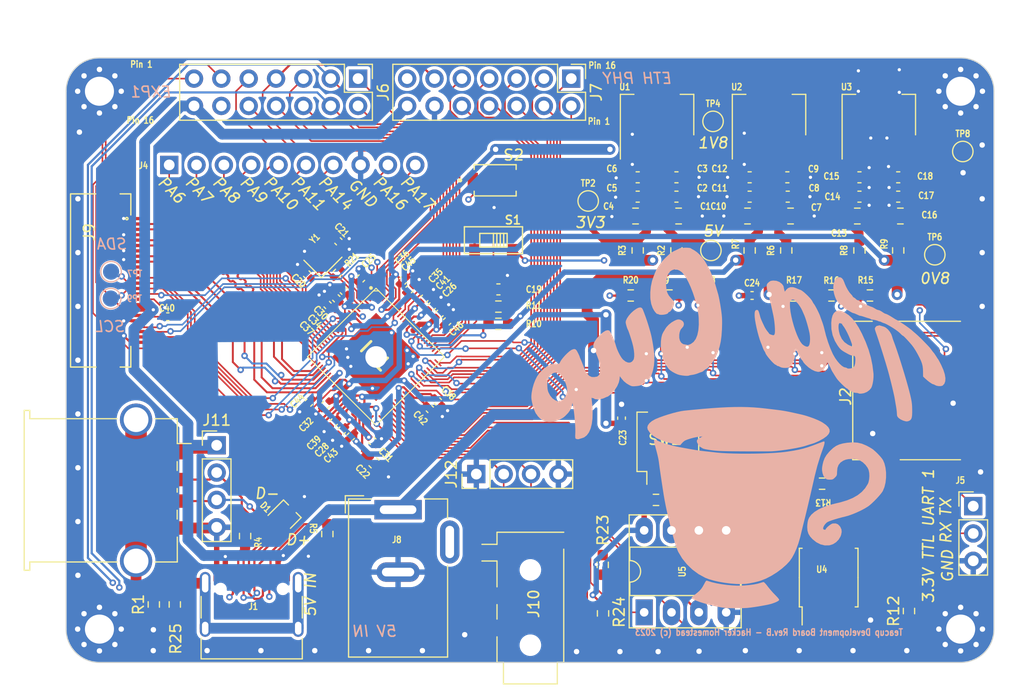
<source format=kicad_pcb>
(kicad_pcb (version 20221018) (generator pcbnew)
  (title_block (title "Teacup Development Board") (date "2023-05-22") (rev "B") (company "Hacker Homestead") (comment 1 "Original Design: BogdanTheGeek") (comment 2 "RevB: CaptainRon"))
  (layers (0 "F.Cu" signal) (1 "In1.Cu" signal) (2 "In2.Cu" signal) (31 "B.Cu" signal) (34 "B.Paste" user) (35 "F.Paste" user) (36 "B.SilkS" user "B.Silkscreen") (37 "F.SilkS" user "F.Silkscreen") (38 "B.Mask" user) (39 "F.Mask" user) (44 "Edge.Cuts" user))
  (net 0 "")
  (net 1 "Net-(U1-VI)")
  (net 2 "GND")
  (net 3 "Net-(U1-VO)")
  (net 4 "Net-(U2-VI)")
  (net 5 "Net-(U2-VO)")
  (net 6 "Net-(U3-VI)")
  (net 7 "Net-(U3-VO)")
  (net 8 "Net-(IC1-VREF)")
  (net 9 "Net-(IC1-EXCLK_I)")
  (net 10 "+3V3")
  (net 11 "/USB_D-")
  (net 12 "/USB_D+")
  (net 13 "Net-(IC1-EXCLK_O)")
  (net 14 "Net-(IC1-VCM)")
  (net 15 "+1V8")
  (net 16 "Net-(IC1-PWM0_SSI1_DT_PB17)")
  (net 17 "+0V8")
  (net 18 "Net-(IC1-PWM1_SSI1_DR_PB18)")
  (net 19 "Net-(IC1-PPRST_)")
  (net 20 "/PA17")
  (net 21 "/PA16")
  (net 22 "/PA15")
  (net 23 "/PA14")
  (net 24 "/PA11")
  (net 25 "/PA10")
  (net 26 "/PA09")
  (net 27 "/PA08")
  (net 28 "/PA07")
  (net 29 "/PA06")
  (net 30 "/MIPI_0_N")
  (net 31 "/MIPI_0_P")
  (net 32 "/MIPI_CLK_N")
  (net 33 "/MIPI_CLK_P")
  (net 34 "/MIPI_1_N")
  (net 35 "/MIPI_1_P")
  (net 36 "/NOR_CE")
  (net 37 "/NOR_DR")
  (net 38 "/NOR_DT")
  (net 39 "/NOR_CK")
  (net 40 "/MMC0_D1")
  (net 41 "/MMC0_D0")
  (net 42 "/MMC0_CLK")
  (net 43 "/MMC0_CMD")
  (net 44 "/MMC0_D3")
  (net 45 "/MMC0_D2")
  (net 46 "/MICLP")
  (net 47 "/HPOUTL")
  (net 48 "Net-(IC1-BOOT_SEL0_PC00)")
  (net 49 "/UART_RX")
  (net 50 "/UART_TX")
  (net 51 "/PB30")
  (net 52 "/PB29")
  (net 53 "/PB28")
  (net 54 "/PB27")
  (net 55 "+5V")
  (net 56 "Net-(J1-CC1)")
  (net 57 "Net-(J1-CC2)")
  (net 59 "/PB26")
  (net 60 "/PB25")
  (net 61 "/CAM_PE")
  (net 62 "/I2C0_SCK")
  (net 63 "/I2C0_SDA")
  (net 64 "/AUX0")
  (net 65 "Net-(U4-IO2)")
  (net 66 "/MDIO")
  (net 67 "/MDCK")
  (net 68 "/RXDV")
  (net 69 "/RXD0")
  (net 70 "/RXD1")
  (net 71 "/TXCLK")
  (net 72 "/PHYCLK")
  (net 73 "/TXD0")
  (net 74 "/TXD1")
  (net 75 "/TXEN")
  (net 76 "/UART0_RTS")
  (net 77 "/UART0_CTS")
  (net 78 "/UART0_TXD")
  (net 79 "/UART0_RXD")
  (net 80 "/PB31")
  (net 81 "Net-(U4-VCC)")
  (net 82 "Net-(U5-VCC)")
  (net 83 "Net-(U5-IO2)")
  (net 84 "Net-(SW1-Pad4)")
  (net 85 "Net-(J3-Shield)")
  (net 86 "Net-(J1-SHIELD)")
  (net 87 "/NOR_CE_2")
  (net 88 "Net-(U5-IO3)")
  (net 89 "Net-(U4-IO3)")
  (footprint "Capacitor_SMD:C_0603_1608Metric_Pad1.08x0.95mm_HandSolder" (layer "F.Cu") (at 202.06 73.419999 180)
    (fp_text reference "C19")
    (fp_text value "100nF")
  )
  (footprint "Capacitor_SMD:C_0603_1608Metric_Pad1.08x0.95mm_HandSolder" (layer "F.Cu") (at 218.6 64.8)
    (fp_text reference "C2")
    (fp_text value "1uF")
  )
  (footprint "TestPoint:TestPoint_Pad_D1.5mm" (layer "F.Cu") (at 245.2 60.6)
    (fp_text reference "TP8")
    (fp_text value "TestPoint")
  )
  (footprint "Capacitor_SMD:C_0402_1005Metric" (layer "F.Cu") (at 184.291333 72.033365 -45)
    (fp_text reference "C20")
    (fp_text value "12pF")
  )
  (footprint "Kicad:SOT-223-3_TabPin2" (layer "F.Cu") (at 227.2 57.2 90)
    (fp_text reference "U2")
    (fp_text value "AZ1117-1.8" hide)
  )
  (footprint "MountingHole:MountingHole_2.7mm_M2.5_Pad_Via" (layer "F.Cu") (at 245 55)
    (fp_text reference "REF**" hide)
    (fp_text value "MountingHole_2.7mm_M2.5_Pad_Via" hide)
  )
  (footprint "Capacitor_SMD:C_0805_2012Metric_Pad1.18x1.45mm_HandSolder" (layer "F.Cu") (at 218.8 66.6)
    (fp_text reference "C1")
    (fp_text value "10uF")
  )
  (footprint "CJS-1200TA:CJS-1200TA" (layer "F.Cu") (at 201.6 68.85)
    (fp_text reference "S1")
    (fp_text value "CJS-1200TA")
  )
  (footprint "TestPoint:TestPoint_Pad_D1.5mm" (layer "F.Cu") (at 242.6 70.2)
    (fp_text reference "TP6")
    (fp_text value "TestPoint")
  )
  (footprint "Capacitor_SMD:C_0402_1005Metric" (layer "F.Cu") (at 186.19 74.87 135)
    (fp_text reference "C37")
    (fp_text value "100nF")
  )
  (footprint "Resistor_SMD:R_0603_1608Metric_Pad0.98x0.95mm_HandSolder" (layer "F.Cu") (at 218.6 69.8 90)
    (fp_text reference "R2")
    (fp_text value "0R")
  )
  (footprint "Resistor_SMD:R_0603_1608Metric_Pad0.98x0.95mm_HandSolder" (layer "F.Cu") (at 215 69.8 90)
    (fp_text reference "R3")
    (fp_text value "0R")
  )
  (footprint "MountingHole:MountingHole_2.7mm_M2.5_Pad_Via" (layer "F.Cu") (at 245 105)
    (fp_text reference "REF**" hide)
    (fp_text value "MountingHole_2.7mm_M2.5_Pad_Via" hide)
  )
  (footprint "Connector_PinHeader_2.54mm:PinHeader_1x04_P2.54mm_Vertical" (layer "F.Cu") (at 200.01 90.59 90)
    (fp_text reference "J12")
    (fp_text value "Conn_01x04_Pin")
  )
  (footprint "687124149022:687124149022" (layer "F.Cu") (at 168.565 72.59 -90)
    (fp_text reference "J9")
    (fp_text value "Conn_01x24_Pin")
  )
  (footprint "Capacitor_SMD:C_0805_2012Metric_Pad1.18x1.45mm_HandSolder" (layer "F.Cu") (at 239.4 66.6 180)
    (fp_text reference "C16")
    (fp_text value "10uF")
  )
  (footprint "Resistor_SMD:R_0603_1608Metric_Pad0.98x0.95mm_HandSolder" (layer "F.Cu") (at 221.5 73.9875)
    (fp_text reference "R18")
    (fp_text value "47k")
  )
  (footprint "Capacitor_SMD:C_0402_1005Metric" (layer "F.Cu") (at 187.194635 68.95235 -45)
    (fp_text reference "C21")
    (fp_text value "12pF")
  )
  (footprint "Capacitor_SMD:C_0402_1005Metric" (layer "F.Cu") (at 196.44 83.84 -45)
    (fp_text reference "C38")
    (fp_text value "100nF")
  )
  (footprint "Connector_PinHeader_2.54mm:PinHeader_2x07_P2.54mm_Vertical" (layer "F.Cu") (at 208.825 53.825 -90)
    (fp_text reference "J7")
    (fp_text value "Conn_02x07_Odd_Even")
  )
  (footprint "Resistor_SMD:R_0603_1608Metric_Pad0.98x0.95mm_HandSolder" (layer "F.Cu") (at 229.45 73.9875)
    (fp_text reference "R17")
    (fp_text value "47k")
  )
  (footprint "Capacitor_SMD:C_0603_1608Metric_Pad1.08x0.95mm_HandSolder" (layer "F.Cu") (at 239.2 63 180)
    (fp_text reference "C18")
    (fp_text value "100nF")
  )
  (footprint "Resistor_SMD:R_0603_1608Metric_Pad0.98x0.95mm_HandSolder" (layer "F.Cu") (at 232.13 91.48)
    (fp_text reference "R13")
    (fp_text value "100k")
  )
  (footprint "Resistor_SMD:R_0603_1608Metric_Pad0.98x0.95mm_HandSolder" (layer "F.Cu") (at 235.6 69.8 90)
    (fp_text reference "R8")
    (fp_text value "0R")
  )
  (footprint "Capacitor_SMD:C_0402_1005Metric" (layer "F.Cu") (at 189.3 72.4 45)
    (fp_text reference "C25")
    (fp_text value "100nF")
  )
  (footprint "TL1015AF160QG:SW_TL1015AF160QG" (layer "F.Cu") (at 201.7575 63.28)
    (fp_text reference "S2")
    (fp_text value "TL1015AF160QG")
  )
  (footprint "Capacitor_SMD:C_0402_1005Metric" (layer "F.Cu") (at 187.7 73.55 135)
    (fp_text reference "C30")
    (fp_text value "100nF")
  )
  (footprint "Resistor_SMD:R_0603_1608Metric_Pad0.98x0.95mm_HandSolder" (layer "F.Cu") (at 236.575 73.9875)
    (fp_text reference "R15")
    (fp_text value "47k")
  )
  (footprint "Connector_Card:microSD_HC_Hirose_DM3D-SF" (layer "F.Cu") (at 240.76 82.82 90)
    (fp_text reference "J2")
    (fp_text value "Micro_SD_Card")
  )
  (footprint "Connector_USB:USB_C_Receptacle_HRO_TYPE-C-31-M-12" (layer "F.Cu") (at 179.1425 103.8675)
    (fp_text reference "J1")
    (fp_text value "USB Type-C")
  )
  (footprint "Capacitor_SMD:C_0603_1608Metric_Pad1.08x0.95mm_HandSolder" (layer "F.Cu") (at 235.6 63)
    (fp_text reference "C15")
    (fp_text value "100nF")
  )
  (footprint "Connector_Audio:Jack_3.5mm_PJ320D_Horizontal" (layer "F.Cu") (at 205.03 101.72 90)
    (fp_text reference "J10")
    (fp_text value "AudioJack4_Ground")
  )
  (footprint "Capacitor_SMD:C_0603_1608Metric_Pad1.08x0.95mm_HandSolder" (layer "F.Cu") (at 215 64.8 180)
    (fp_text reference "C5")
    (fp_text value "1uF")
  )
  (footprint "TestPoint:TestPoint_Pad_D1.5mm" (layer "F.Cu") (at 221.8 69.8)
    (fp_text reference "TP1")
    (fp_text value "TestPoint")
  )
  (footprint "Package_TO_SOT_SMD:SOT-323_SC-70" (layer "F.Cu") (at 182.4 94.33 45)
    (fp_text reference "D1")
    (fp_text value "D_TVS_Dual_AAC")
  )
  (footprint "Capacitor_SMD:C_0603_1608Metric_Pad1.08x0.95mm_HandSolder" (layer "F.Cu") (at 225.4 63 180)
    (fp_text reference "C12")
    (fp_text value "100nF")
  )
  (footprint "Resistor_SMD:R_0603_1608Metric_Pad0.98x0.95mm_HandSolder" (layer "F.Cu") (at 217.95 73.9875 180)
    (fp_text reference "R19")
    (fp_text value "47k")
  )
  (footprint "Capacitor_SMD:C_0402_1005Metric" (layer "F.Cu") (at 188.35 87.1 -135)
    (fp_text reference "C43")
    (fp_text value "100nF")
  )
  (footprint "Capacitor_SMD:C_0402_1005Metric" (layer "F.Cu") (at 184.45 83.95 -135)
    (fp_text reference "C44")
    (fp_text value "100nF")
  )
  (footprint "Footprints:QFN35P900X900X90-89N-D" (layer "F.Cu") (at 190.7 79.7 -45)
    (fp_text reference "IC1")
    (fp_text value "T31ZX" hide)
  )
  (footprint "Resistor_SMD:R_0603_1608Metric_Pad0.98x0.95mm_HandSolder" (layer "F.Cu") (at 233 73.9875 180)
    (fp_text reference "R16")
    (fp_text value "47k")
  )
  (footprint "Connector_PinHeader_2.54mm:PinHeader_2x07_P2.54mm_Vertical" (layer "F.Cu") (at 189.025 53.825 -90)
    (fp_text reference "J6")
    (fp_text value "Conn_02x07_Odd_Even")
  )
  (footprint "Resistor_SMD:R_0603_1608Metric_Pad0.98x0.95mm_HandSolder" (layer "F.Cu") (at 170.05 102.71 90)
    (fp_text reference "R1")
    (fp_text value "0R")
  )
  (footprint "Resistor_SMD:R_0603_1608Metric_Pad0.98x0.95mm_HandSolder" (layer "F.Cu") (at 240.2 103.32 90)
    (fp_text reference "R12")
    (fp_text value "100k")
  )
  (footprint "Kicad:SOT-223-3_TabPin2" (layer "F.Cu") (at 237.4 57.2 90)
    (fp_text reference "U3")
    (fp_text value "MCP1826S" hide)
  )
  (footprint "Resistor_SMD:R_0603_1608Metric_Pad0.98x0.95mm_HandSolder" (layer "F.Cu") (at 202.06 75.02 180)
    (fp_text reference "R11")
    (fp_text value "100k")
  )
  (footprint "MountingHole:MountingHole_2.7mm_M2.5_Pad_Via" (layer "F.Cu") (at 165 105)
    (fp_text reference "REF**" hide)
    (fp_text value "MountingHole_2.7mm_M2.5_Pad_Via" hide)
  )
  (footprint "Capacitor_SMD:C_0805_2012Metric_Pad1.18x1.45mm_HandSolder" (layer "F.Cu") (at 235.4 66.6)
    (fp_text reference "C13")
    (fp_text value "10uF")
  )
  (footprint "Capacitor_SMD:C_0402_1005Metric" (layer "F.Cu") (at 186.77 85.79 -135)
    (fp_text reference "C39")
    (fp_text value "100nF")
  )
  (footprint "TestPoint:TestPoint_Pad_D1.5mm" (layer "F.Cu") (at 210.4 65.2)
    (fp_text reference "TP2")
    (fp_text value "TestPoint")
  )
  (footprint "Kicad:SOT-223-3_TabPin2" (layer "F.Cu") (at 216.8 57.2 90)
    (fp_text reference "U1")
    (fp_text value "AZ1117-3.3" hide)
  )
  (footprint "Capacitor_SMD:C_0603_1608Metric_Pad1.08x0.95mm_HandSolder" (layer "F.Cu") (at 228.9 63)
    (fp_text reference "C9")
    (fp_text value "100nF")
  )
  (footprint "Package_SO:SOIC-8_5.23x5.23mm_P1.27mm" (layer "F.Cu") (at 232.74 100.21 90)
    (fp_text reference "U4")
    (fp_text value "W25Q32JVSS")
  )
  (footprint "Connector_PinHeader_2.54mm:PinHeader_1x03_P2.54mm_Vertical" (layer "F.Cu") (at 246.17 93.57)
    (fp_text reference "J5")
    (fp_text value "UART")
  )
  (footprint "Connector_PinHeader_2.54mm:PinHeader_1x10_P2.54mm_Vertical" (layer "F.Cu") (at 171.48 61.85 90)
    (fp_text reference "J4")
    (fp_text value "EXP0")
  )
  (footprint "Connector_PinHeader_2.54mm:PinHeader_1x04_P2.54mm_Vertical" (layer "F.Cu") (at 175.89 87.91)
    (fp_text reference "J11")
    (fp_text value "Conn_01x04_Pin")
  )
  (footprint "Capacitor_SMD:C_0402_1005Metric" (layer "F.Cu") (at 187 74.25 135)
    (fp_text reference "C34")
    (fp_text value "100nF")
  )
  (footprint "Capacitor_SMD:C_0402_1005Metric" (layer "F.Cu") (at 213.5 85.39 90)
    (fp_text reference "C23")
    (fp_text value "100nF")
  )
  (footprint "Connector_USB:USB_A_TE_292303-7_Horizontal" (layer "F.Cu") (at 165.7 92.1 -90)
    (fp_text reference "J3" hide)
    (fp_text value "USB_A")
  )
  (footprint "Capacitor_SMD:C_0603_1608Metric_Pad1.08x0.95mm_HandSolder" (layer "F.Cu") (at 225.4 64.8 180)
    (fp_text reference "C11")
    (fp_text value "1uF")
  )
  (footprint "Resistor_SMD:R_0603_1608Metric_Pad0.98x0.95mm_HandSolder" (layer "F.Cu") (at 239.2 69.8 90)
    (fp_text reference "R9")
    (fp_text value "0R")
  )
  (footprint "Capacitor_SMD:C_0402_1005Metric" (layer "F.Cu") (at 197.3 76.4 45)
    (fp_text reference "C46")
    (fp_text value "100nF")
  )
  (footprint "Capacitor_SMD:C_0402_1005Metric" (layer "F.Cu") (at 193.8 73.4 45)
    (fp_text reference "C45")
    (fp_text value "100nF")
  )
  (footprint "MountingHole:MountingHole_2.7mm_M2.5_Pad_Via" (layer "F.Cu") (at 165 55)
    (fp_text reference "REF**" hide)
    (fp_text value "MountingHole_2.7mm_M2.5_Pad_Via" hide)
  )
  (footprint "Capacitor_SMD:C_0603_1608Metric_Pad1.08x0.95mm_HandSolder" (layer "F.Cu") (at 228.9375 64.8)
    (fp_text reference "C8")
    (fp_text value "1uF")
  )
  (footprint "Resistor_SMD:R_0603_1608Metric_Pad0.98x0.95mm_HandSolder" (layer "F.Cu") (at 216.7 92.99 180)
    (fp_text reference "R22")
    (fp_text value "100k")
  )
  (footprint "Capacitor_SMD:C_0603_1608Metric_Pad1.08x0.95mm_HandSolder" (layer "F.Cu") (at 190.5 89.55 -45)
    (fp_text reference "C22")
    (fp_text value "4.7uF")
  )
  (footprint "Capacitor_SMD:C_0603_1608Metric_Pad1.08x0.95mm_HandSolder" (layer "F.Cu") (at 215 63 180)
    (fp_text reference "C6")
    (fp_text value "100nF")
  )
  (footprint "Resistor_SMD:R_0603_1608Metric_Pad0.98x0.95mm_HandSolder" (layer "F.Cu") (at 211.75 99.03 -90)
    (fp_text reference "R23")
    (fp_text value "100k")
  )
  (footprint "Resistor_SMD:R_0603_1608Metric_Pad0.98x0.95mm_HandSolder" (layer "F.Cu") (at 172 102.71 90)
    (fp_text reference "R25")
    (fp_text value "0R")
  )
  (footprint "Resistor_SMD:R_0603_1608Metric_Pad0.98x0.95mm_HandSolder" (layer "F.Cu") (at 211.78 103.54 90)
    (fp_text reference "R24")
    (fp_text value "100k")
  )
  (footprint "Capacitor_SMD:C_0603_1608Metric_Pad1.08x0.95mm_HandSolder" (layer "F.Cu") (at 239.2 64.8 180)
    (fp_text reference "C17")
    (fp_text value "1uF")
  )
  (footprint "Package_DIP:DIP-8_W7.62mm_Socket_LongPads" (layer "F.Cu") (at 215.6 103.44 90)
    (fp_text reference "U5")
    (fp_text value "W25Q32JVSS")
  )
  (footprint "Capacitor_SMD:C_0402_1005Metric" (layer "F.Cu") (at 195.69 84.54 -45)
    (fp_text reference "C42")
    (fp_text value "100nF")
  )
  (footprint "Resistor_SMD:R_0603_1608Metric_Pad0.98x0.95mm_HandSolder" (layer "F.Cu") (at 225.4 69.8 90)
    (fp_text reference "R7")
    (fp_text value "0R")
  )
  (footprint "Capacitor_SMD:C_0402_1005Metric" (layer "F.Cu") (at 195.88 75 45)
    (fp_text reference "C41")
    (fp_text value "100nF")
  )
  (footprint "Capacitor_SMD:C_0402_1005Metric" (layer "F.Cu") (at 196.59 75.69 45)
    (fp_text reference "C26")
    (fp_text value "100nF")
  )
  (footprint "Capacitor_SMD:C_0402_1005Metric" (layer "F.Cu") (at 186 84.15 -135)
    (fp_text reference "C32")
    (fp_text value "100nF")
  )
  (footprint "Button_Switch_SMD:SW_DIP_SPSTx03_Slide_KingTek_DSHP03TJ_W5.25mm_P1.27mm_JPin" (layer "F.Cu") (at 217.8 87.59 90)
    (fp_text reference "SW1")
    (fp_text value "SW_DIP_x03")
  )
  (footprint "Capacitor_SMD:C_0402_1005Metric" (layer "F.Cu") (at 171.35 75.96)
    (fp_text reference "C40")
    (fp_text value "100nF")
  )
  (footprint "Capacitor_SMD:C_0402_1005Metric" (layer "F.Cu") (at 190.35 87.5 -45)
    (fp_text reference "C31")
    (fp_text value "100nF")
  )
  (footprint "Resistor_SMD:R_0603_1608Metric_Pad0.98x0.95mm_HandSolder" (layer "F.Cu") (at 202.06 76.619999 180)
    (fp_text reference "R10")
    (fp_text value "100k")
  )
  (footprint "Resistor_SMD:R_0603_1608Metric_Pad0.98x0.95mm_HandSolder" (layer "F.Cu") (at 231.17 89.84 180)
    (fp_text reference "R14")
    (fp_text value "100k")
  )
  (footprint "Capacitor_SMD:C_0805_2012Metric_Pad1.18x1.45mm_HandSolder" (layer "F.Cu") (at 229.2 66.6)
    (fp_text reference "C7")
    (fp_text value "10uF")
  )
  (footprint "Resistor_SMD:R_0603_1608Metric_Pad0.98x0.95mm_HandSolder" (layer "F.Cu") (at 186.17 96.16 90)
    (fp_text reference "R5")
    (fp_text value "5k1")
  )
  (footprint "Capacitor_SMD:C_0402_1005Metric" (layer "F.Cu") (at 187.51 86.55 -135)
    (fp_text reference "C28")
    (fp_text value "100nF")
  )
  (footprint "Crystal:Crystal_SMD_2016-4Pin_2.0x1.6mm" (layer "F.Cu") (at 185.75858 70.566117 45)
    (fp_text reference "Y1")
    (fp_text value "24 MHz" hide)
  )
  (footprint "Connector_BarrelJack:BarrelJack_Wuerth_6941xx301002" (layer "F.Cu") (at 192.74 93.9)
    (fp_text reference "J8")
    (fp_text value "DC_IN")
  )
  (footprint "Capacitor_SMD:C_0402_1005Metric" (layer "F.Cu") (at 193.2 72.6 45)
    (fp_text reference "C36")
    (fp_text value "100nF")
  )
  (footprint "Resistor_SMD:R_0603_1608Metric_Pad0.98x0.95mm_HandSolder" (layer "F.Cu") (at 228.8 69.8 90)
    (fp_text reference "R6")
    (fp_text value "0R")
  )
  (footprint "Capacitor_SMD:C_0603_1608Metric_Pad1.08x0.95mm_HandSolder" (layer "F.Cu") (at 235.6 64.8)
    (fp_text reference "C14")
    (fp_text value "1uF")
  )
  (footprint "Resistor_SMD:R_0402_1005Metric" (layer "F.Cu") (at 187.091476 71.920228 45)
    (fp_text reference "R21")
    (fp_text value "1M")
  )
  (footprint "Capacitor_SMD:C_0603_1608Metric_Pad1.08x0.95mm_HandSolder" (layer "F.Cu") (at 218.6 63)
    (fp_text reference "C3")
    (fp_text value "100nF")
  )
  (footprint "Resistor_SMD:R_0603_1608Metric_Pad0.98x0.95mm_HandSolder" (layer "F.Cu") (at 214.35 73.9875)
    (fp_text reference "R20")
    (fp_text value "47k")
  )
  (footprint "TestPoint:TestPoint_Pad_D1.5mm" (layer "F.Cu") (at 222 57.8)
    (fp_text reference "TP4")
    (fp_text value "TestPoint")
  )
  (footprint "Resistor_SMD:R_0603_1608Metric_Pad0.98x0.95mm_HandSolder" (layer "F.Cu") (at 178.53 96.35 -90)
    (fp_text reference "R4")
    (fp_text value "5k1")
  )
  (footprint "Capacitor_SMD:C_0402_1005Metric" (layer "F.Cu") (at 195.18 74.28 45)
    (fp_text reference "C35")
    (fp_text value "100nF")
  )
  (footprint "Capacitor_SMD:C_0805_2012Metric_Pad1.18x1.45mm_HandSolder" (layer "F.Cu") (at 225.2 66.6 180)
    (fp_text reference "C10")
    (fp_text value "10uF")
  )
  (footprint "Capacitor_SMD:C_0402_1005Metric" (layer "F.Cu") (at 225.625 73.9875)
    (fp_text reference "C24")
    (fp_text value "100nF")
  )
  (footprint "Capacitor_SMD:C_0805_2012Metric_Pad1.18x1.45mm_HandSolder" (layer "F.Cu") (at 214.8 66.6 180)
    (fp_text reference "C4")
    (fp_text value "10uF")
  )
  (footprint "LOGO" (layer "B.Cu") (at 224.3 87.5 180)
    (fp_text reference "G***" hide)
    (fp_text value "LOGO" hide)
  )
  (footprint "TestPoint:TestPoint_Pad_D1.5mm" (layer "B.Cu") (at 166.08 71.77 180)
    (fp_text reference "TP7")
    (fp_text value "TestPoint")
  )
  (footprint "TestPoint:TestPoint_Pad_D1.5mm" (layer "B.Cu") (at 166.05 74.27 180)
    (fp_text reference "TP9")
    (fp_text value "TestPoint")
  )
  (gr_arc (start 245 51.9) (mid 247.192031 52.807969) (end 248.1 55) (stroke (width 0.1)) (layer "Edge.Cuts"))
  (gr_arc (start 248.1 105) (mid 247.192031 107.192031) (end 245 108.1) (stroke (width 0.1)) (layer "Edge.Cuts"))
  (gr_arc (start 161.9 55) (mid 162.807969 52.807969) (end 165 51.9) (stroke (width 0.1)) (layer "Edge.Cuts"))
  (gr_line (start 248.1 55) (end 248.1 105) (stroke (width 0.1)) (layer "Edge.Cuts"))
  (gr_line (start 161.9 105) (end 161.9 55) (stroke (width 0.1)) (layer "Edge.Cuts"))
  (gr_line (start 165 108.1) (end 245 108.1) (stroke (width 0.1)) (layer "Edge.Cuts"))
  (gr_line (start 165 51.9) (end 245 51.9) (stroke (width 0.1)) (layer "Edge.Cuts"))
  (gr_arc (start 165 108.1) (mid 162.807969 107.192031) (end 161.9 105) (stroke (width 0.1)) (layer "Edge.Cuts"))
  (gr_text "${TITLE} Rev.${REVISION} - ${COMPANY} (c) 2023" (at 227.2 105.3) (layer "B.SilkS") (effects (font (size 0.6 0.5) (thickness 0.12)) (justify mirror)))
  (gr_text "SCL" (at 166.01 76.87) (layer "B.SilkS") (effects (font (size 1 1) (thickness 0.15) italic) (justify mirror)))
  (gr_text "5V IN" (at 190.6 105.2) (layer "B.SilkS") (effects (font (size 1 1) (thickness 0.15) italic) (justify mirror)))
  (gr_text "SDA" (at 166.18 69.21) (layer "B.SilkS") (effects (font (size 1 1) (thickness 0.15) italic) (justify mirror)))
  (gr_text "EXP1" (at 169.81 55.07) (layer "B.SilkS") (effects (font (size 1 1) (thickness 0.15) italic) (justify mirror)))
  (gr_text "ETH PHY" (at 215 53.8) (layer "B.SilkS") (effects (font (size 1 1) (thickness 0.15) italic) (justify mirror)))
  (gr_text "Pin 16" (at 168.8 57.7) (layer "F.SilkS") (effects (font (size 0.6 0.5) (thickness 0.12))))
  (gr_text "Pin 1" (at 211.4 57.8) (layer "F.SilkS") (effects (font (size 0.6 0.5) (thickness 0.12))))
  (gr_text "PA10" (at 181.86 64.5 315) (layer "F.SilkS") (effects (font (size 1 1) (thickness 0.15) italic)))
  (gr_text "Pin 16" (at 211.7 52.6) (layer "F.SilkS") (effects (font (size 0.6 0.5) (thickness 0.12))))
  (gr_text "PA16" (at 192.02 64.5 315) (layer "F.SilkS") (effects (font (size 1 1) (thickness 0.15) italic)))
  (gr_text "D+" (at 183.46 96.69) (layer "F.SilkS") (effects (font (size 1 1) (thickness 0.15) italic)))
  (gr_text "PA14" (at 186.94 64.5 315) (layer "F.SilkS") (effects (font (size 1 1) (thickness 0.15) italic)))
  (gr_text "5V IN" (at 184.6 101.8 90) (layer "F.SilkS") (effects (font (size 1 1) (thickness 0.15) italic)))
  (gr_text "Pin 1" (at 168.9 52.5) (layer "F.SilkS") (effects (font (size 0.6 0.5) (thickness 0.12))))
  (gr_text "GND" (at 243.78 99.12 90) (layer "F.SilkS") (effects (font (size 1 1) (thickness 0.15) italic)))
  (gr_text "PA8" (at 176.78 64.2 315) (layer "F.SilkS") (effects (font (size 1 1) (thickness 0.15) italic)))
  (gr_text "PA7" (at 174.24 64.2 315) (layer "F.SilkS") (effects (font (size 1 1) (thickness 0.15) italic)))
  (gr_text "3V3" (at 210.6 67.2) (layer "F.SilkS") (effects (font (size 1 1) (thickness 0.15) italic)))
  (gr_text "3.3V TTL UART 1" (at 242.01 96.34 90) (layer "F.SilkS") (effects (font (size 1 1) (thickness 0.15) italic)))
  (gr_text "TX" (at 243.62 93.67 90) (layer "F.SilkS") (effects (font (size 1 1) (thickness 0.15) italic)))
  (gr_text "D-" (at 180.57 92.38) (layer "F.SilkS") (effects (font (size 1 1) (thickness 0.15) italic)))
  (gr_text "PA9" (at 179.32 64.2 315) (layer "F.SilkS") (effects (font (size 1 1) (thickness 0.15) italic)))
  (gr_text "GND\n" (at 189.48 64.5 315) (layer "F.SilkS") (effects (font (size 1 1) (thickness 0.15) italic)))
  (gr_text "PA6" (at 171.7 64.2 315) (layer "F.SilkS") (effects (font (size 1 1) (thickness 0.15) italic)))
  (gr_text "0V8" (at 242.6 72.4) (layer "F.SilkS") (effects (font (size 1 1) (thickness 0.15) italic)))
  (gr_text "RX" (at 243.64 96.08 90) (layer "F.SilkS") (effects (font (size 1 1) (thickness 0.15) italic)))
  (gr_text "5V" (at 222 68) (layer "F.SilkS") (effects (font (size 1 1) (thickness 0.15) italic)))
  (gr_text "PA17" (at 194.56 64.5 315) (layer "F.SilkS") (effects (font (size 1 1) (thickness 0.15) italic)))
  (gr_text "PA11" (at 184.4 64.5 315) (layer "F.SilkS") (effects (font (size 1 1) (thickness 0.15) italic)))
  (gr_text "1V8" (at 222 59.8) (layer "F.SilkS") (effects (font (size 1 1) (thickness 0.15) italic)))
  (segment (start 218.6 68.8875) (end 220.8875 68.8875) (width 0.5) (layer "F.Cu") (net 1))
  (segment (start 219.1 61.45) (end 219.1 60.35) (width 0.75) (layer "F.Cu") (net 1))
  (segment (start 218.6 68.8875) (end 218.6 68.65) (width 0.75) (layer "F.Cu") (net 1))
  (segment (start 217.7375 66.6) (end 217.7375 63) (width 0.75) (layer "F.Cu") (net 1))
  (segment (start 217.7375 67.7875) (end 217.7375 66.6) (width 0.75) (layer "F.Cu") (net 1))
  (segment (start 218.6 68.65) (end 217.7375 67.7875) (width 0.75) (layer "F.Cu") (net 1))
  (segment (start 220.8875 68.8875) (end 221.8 69.8) (width 0.5) (layer "F.Cu") (net 1))
  (segment (start 217.7375 63) (end 217.7375 62.8125) (width 0.75) (layer "F.Cu") (net 1))
  (segment (start 217.7375 62.8125) (end 219.1 61.45) (width 0.75) (layer "F.Cu") (net 1))
  (segment (start 237.4 61.3) (end 237.4 60.35) (width 0.75) (layer "F.Cu") (net 2))
  (segment (start 236.885 86.875) (end 236.83 86.82) (width 0.2) (layer "F.Cu") (net 2))
  (segment (start 194.139411 73.060589) (end 194.7 72.5) (width 0.2) (layer "F.Cu") (net 2))
  (segment (start 183.6 84.8) (end 184.110589 84.289411) (width 0.2) (layer "F.Cu") (net 2))
  (segment (start 227.1 77.2625) (end 227.075 77.2375) (width 0.5) (layer "F.Cu") (net 2))
  (segment (start 212.95 64.85) (end 214.0875 64.85) (width 0.75) (layer "F.Cu") (net 2))
  (segment (start 170.05 103.6225) (end 170.05 105.02) (width 1) (layer "F.Cu") (net 2))
  (segment (start 185.4 73.94) (end 185.4 74.08) (width 0.2) (layer "F.Cu") (net 2))
  (segment (start 167.27 70.845) (end 167.765 71.34) (width 0.2) (layer "F.Cu") (net 2))
  (segment (start 227.1 78.8) (end 227.1 77.2625) (width 0.5) (layer "F.Cu") (net 2))
  (segment (start 186.610589 73.210589) (end 186.4 73) (width 0.2) (layer "F.Cu") (net 2))
  (segment (start 238.3 62) (end 237.6 61.3) (width 0.75) (layer "F.Cu") (net 2))
  (segment (start 171.07 75.29) (end 171.07 75.11) (width 0.15) (layer "F.Cu") (net 2))
  (segment (start 168.565 69.84) (end 167.24 69.84) (width 0.2) (layer "F.Cu") (net 2))
  (segment (start 236.4625 62.1375) (end 236.4625 66.6) (width 0.75) (layer "F.Cu") (net 2))
  (segment (start 171.07 75.11) (end 170.83 75.11) (width 0.15) (layer "F.Cu") (net 2))
  (segment (start 175.89 99.82) (end 175.8925 99.8225) (width 0.2) (layer "F.Cu") (net 2))
  (segment (start 185.15 85) (end 185.660589 84.489411) (width 0.2) (layer "F.Cu") (net 2))
  (segment (start 227.075 77.2375) (end 227.075 76.075) (width 0.5) (layer "F.Cu") (net 2))
  (segment (start 167.860878 78.34) (end 168.565 78.34) (width 0.2) (layer "F.Cu") (net 2))
  (segment (start 167.765 71.34) (end 168.565 71.34) (width 0.2) (layer "F.Cu") (net 2))
  (segment (start 202.9 72.12) (end 202.9225 72.1425) (width 0.2) (layer "F.Cu") (net 2))
  (segment (start 197.639411 76.060589) (end 197.639411 75.536089) (width 0.2) (layer "F.Cu") (net 2))
  (segment (start 168.565 66.84) (end 167.05 66.84) (width 0.2) (layer "F.Cu") (net 2))
  (segment (start 170.06 74.34) (end 168.565 74.34) (width 0.15) (layer "F.Cu") (net 2))
  (segment (start 188.21 69.69) (end 187.439949 70.460051) (width 0.2) (layer "F.Cu") (net 2))
  (segment (start 203.8325 63.28) (end 203.8325 64.8575) (width 0.2) (layer "F.Cu") (net 2))
  (segment (start 186.66 87.4) (end 187.170589 86.889411) (width 0.2) (layer "F.Cu") (net 2))
  (segment (start 202.9725 73.469999) (end 202.9225 73.419999) (width 0.2) (layer "F.Cu") (net 2))
  (segment (start 191.85 90.85) (end 191.8 90.85) (width 0.2) (layer "F.Cu") (net 2))
  (segment (start 213 63.05) (end 214.0875 63.05) (width 0.75) (layer "F.Cu") (net 2))
  (segment (start 186.66 87.45) (end 186.66 87.4) (width 0.2) (layer "F.Cu") (net 2))
  (segment (start 187.534046 69.291761) (end 187.608239 69.291761) (width 0.2) (layer "F.Cu") (net 2))
  (segment (start 167.27 70.64) (end 167.27 70.845) (width 0.2) (layer "F.Cu") (net 2))
  (segment (start 236.6325 104.1575) (end 234.9925 104.1575) (width 0.2) (layer "F.Cu") (net 2))
  (segment (start 186.210589 73.910589) (end 185.9 73.6) (width 0.2) (layer "F.Cu") (net 2))
  (segment (start 190.55 77.817588) (end 188.419581 75.687169) (width 0.2) (layer "F.Cu") (net 2))
  (segment (start 237.15 61.3) (end 237.4 61.3) (width 0.75) (layer "F.Cu") (net 2))
  (segment (start 187.5 87.95) (end 188.010589 87.439411) (width 0.2) (layer "F.Cu") (net 2))
  (segment (start 185.4 74.08) (end 185.850589 74.530589) (width 0.2) (layer "F.Cu") (net 2))
  (segment (start 170.05 103.6225) (end 172 103.6225) (width 1) (layer "F.Cu") (net 2))
  (segment (start 238.3 62) (end 238.3375 62.0375) (width 0.75) (layer "F.Cu") (net 2))
  (segment (start 219.4625 64.8) (end 220.65 64.8) (width 0.75) (layer "F.Cu") (net 2))
  (segment (start 186.660589 73.910589) (end 186.210589 73.910589) (width 0.2) (layer "F.Cu") (net 2))
  (segment (start 187.360589 73.210589) (end 186.610589 73.210589) (width 0.2) (layer "F.Cu") (net 2))
  (segment (start 171.74 75.96) (end 171.07 75.29) (width 0.15) (layer "F.Cu") (net 2))
  (segment (start 245.2 62.55) (end 245.225 62.575) (width 0.5) (layer "F.Cu") (net 2))
  (segment (start 237.6 61.3) (end 237.4 61.3) (width 0.75) (layer "F.Cu") (net 2))
  (segment (start 168.555 76.35) (end 167.25 76.35) (width 0.2) (layer "F.Cu") (net 2))
  (segment (start 238.3375 62.0375) (end 238.3375 66.6) (width 0.75) (layer "F.Cu") (net 2))
  (segment (start 191.8 90.85) (end 191.10988 90.15988) (width 0.2) (layer "F.Cu") (net 2))
  (segment (start 245.2 60.6) (end 245.2 62.55) (width 0.5) (layer "F.Cu") (net 2))
  (segment (start 202.9725 75.02) (end 202.9725 73.469999) (width 0.2) (layer "F.Cu") (net 2))
  (segment (start 230.2375 66.6) (end 229.7875 66.15) (width 0.75) (layer "F.Cu") (net 2))
  (segment (start 197.639411 75.536089) (end 197.8755 75.3) (width 0.2) (layer "F.Cu") (net 2))
  (segment (start 184.41 98.23) (end 185.0125 98.23) (width 0.5) (layer "F.Cu") (net 2))
  (segment (start 171.83 75.96) (end 171.74 75.96) (width 0.15) (layer "F.Cu") (net 2))
  (segment (start 168.565 76.34) (end 168.555 76.35) (width 0.2) (layer "F.Cu") (net 2))
  (segment (start 224.9 65.8625) (end 224.9 61.8) (width 0.75) (layer "F.Cu") (net 2))
  (segment (start 184.41 98.23) (end 183.57 98.23) (width 0.5) (layer "F.Cu") (net 2))
  (segment (start 236.5 62.1) (end 236.4625 62.1375) (width 0.75) (layer "F.Cu") (net 2))
  (segment (start 190.55 82.43) (end 190.36 82.62) (width 0.2) (layer "F.Cu") (net 2))
  (segment (start 183.107107 93.612893) (end 184.04 92.68) (width 0.2) (layer "F.Cu") (net 2))
  (segment (start 227.075 76.075) (end 226.105 75.105) (width 0.5) (layer "F.Cu") (net 2))
  (segment (start 214.0875 63.05) (end 214.1375 63) (width 0.75) (layer "F.Cu") (net 2))
  (segment (start 219.4625 66.225) (end 219.4625 63) (width 0.75) (layer "F.Cu") (net 2))
  (segment (start 182.3925 99.4075) (end 182.3925 99.8225) (width 0.5) (layer "F.Cu") (net 2))
  (segment (start 190.689411 87.839411) (end 190.689411 87.810589) (width 0.2) (layer "F.Cu") (net 2))
  (segment (start 223.3 64.8) (end 224.5375 64.8) (width 0.75) (layer "F.Cu") (net 2))
  (segment (start 187.5 88) (end 187.5 87.95) (width 0.2) (layer "F.Cu") (net 2))
  (segment (start 231.4 66.6) (end 230.2375 66.6) (width 0.75) (layer "F.Cu") (net 2))
  (segment (start 226.105 75.105) (end 226.105 73.9875) (width 0.5) (layer "F.Cu") (net 2))
  (segment (start 203.8325 64.8575) (end 202.88 65.81) (width 0.2) (layer "F.Cu") (net 2))
  (segment (start 214.5 59) (end 214.5 61.8) (width 0.75) (layer "F.Cu") (net 2))
  (segment (start 224.9 61.8) (end 224.9 58.9) (width 0.75) (layer "F.Cu") (net 2))
  (segment (start 190.55 79.55) (end 190.55 77.817588) (width 0.2) (layer "F.Cu") (net 2))
  (segment (start 200.89 65.81) (end 199.85 66.85) (width 0.2) (layer "F.Cu") (net 2))
  (segment (start 196.39 85.24) (end 196.029411 84.879411) (width 0.2) (layer "F.Cu") (net 2))
  (segment (start 175.82 95.6) (end 172.08 95.6) (width 1) (layer "F.Cu") (net 2))
  (segment (start 229.7875 63) (end 231.05 63) (width 0.75) (layer "F.Cu") (net 2))
  (segment (start 184.05 69.88) (end 184.082514 69.88) (width 0.2) (layer "F.Cu") (net 2))
  (segment (start 183.57 98.23) (end 182.3925 99.4075) (width 0.5) (layer "F.Cu") (net 2))
  (segment (start 178.53 95.4375) (end 178.4375 95.53) (width 0.2) (layer "F.Cu") (net 2))
  (segment (start 190.55 79.85) (end 190.55 82.43) (width 0.2) (layer "F.Cu") (net 2))
  (segment (start 236.885 88.47) (end 236.885 86.875) (width 0.2) (layer "F.Cu") (net 2))
  (segment (start 185.0125 98.23) (end 186.17 97.0725) (width 0.5) (layer "F.Cu") (net 2))
  (segment (start 224.1625 66.6) (end 224.9 65.8625) (width 0.75) (layer "F.Cu") (net 2))
  (segment (start 187.608239 69.291761) (end 188.2 68.7) (width 0.2) (layer "F.Cu") (net 2))
  (segment (start 189.639411 72.039411) (end 189.1 71.5) (width 0.2) (layer "F.Cu") (net 2))
  (segment (start 167.25 77.729122) (end 167.860878 78.34) (width 0.2) (layer "F.Cu") (net 2))
  (segment (start 199.85 66.85) (end 199.85 70) (width 0.2) (layer "F.Cu") (net 2))
  (segment (start 214.1375 62.1625) (end 214.5 61.8) (width 0.75) (layer "F.Cu") (net 2))
  (segment (start 223.35 63) (end 224.5375 63) (width 0.75) (layer "F.Cu") (net 2))
  (segment (start 196.85 85.24) (end 196.39 85.24) (width 0.2) (layer "F.Cu") (net 2))
  (segment (start 214.0875 64.85) (end 214.1375 64.8) (width 0.75) (layer "F.Cu") (net 2))
  (segment (start 175.89 95.53) (end 175.89 99.82) (width 0.5) (layer "F.Cu") (net 2))
  (segment (start 219.8375 66.6) (end 219.4625 66.225) (width 0.75) (layer "F.Cu") (net 2))
  (segment (start 178.4375 95.53) (end 175.89 95.53) (width 0.5) (layer "F.Cu") (net 2))
  (segment (start 196.929411 75.350589) (end 197.44 74.84) (width 0.5) (layer "F.Cu") (net 2))
  (segment (start 183.951922 71.693954) (end 183.951922 71.651922) (width 0.2) (layer "F.Cu") (net 2))
  (segment (start 183.951922 71.651922) (end 183.4 71.1) (width 0.2) (layer "F.Cu") (net 2))
  (segment (start 189.639411 72.060589) (end 189.639411 72.039411) (width 0.2) (layer "F.Cu") (net 2))
  (segment (start 170.05 105.02) (end 170.01 105.06) (width 1) (layer "F.Cu") (net 2))
  (segment (start 170.83 75.11) (end 170.06 74.34) (width 0.15) (layer "F.Cu") (net 2))
  (segment (start 221 66.6) (end 219.8375 66.6) (width 0.75) (layer "F.Cu") (net 2))
  (segment (start 193.539411 72.260589) (end 194.1 71.7) (width 0.2) (layer "F.Cu") (net 2))
  (segment (start 197.29 84.69) (end 196.779411 84.179411) (width 0.2) (layer "F.Cu") (net 2))
  (segment (start 231 64.8) (end 229.8 64.8) (width 0.75) (layer "F.Cu") (net 2))
  (segment (start 219.4625 63) (end 220.7 63) (width 0.75) (layer "F.Cu") (net 2))
  (segment (start 199.555 104.895) (end 201.78 104.895) (width 1) (layer "F.Cu") (net 2))
  (segment (start 213.5 84.91) (end 213.5 84.1) (width 0.2) (layer "F.Cu") (net 2))
  (segment (start 184.082514 69.88) (end 184.874697 70.672183) (width 0.2) (layer "F.Cu") (net 2))
  (segment (start 195.519411 73.940589) (end 196.03 73.43) (width 0.2) (layer "F.Cu") (net 2))
  (segment (start 223 66.6) (end 224.1625 66.6) (width 0.75) (layer "F.Cu") (net 2))
  (segment (start 214.1375 66.6) (end 214.1375 62.1625) (width 0.75) (layer "F.Cu") (net 2))
  (segment (start 229.7875 66.15) (end 229.7875 63) (width 0.75) (layer "F.Cu") (net 2))
  (segment (start 190.7 79.7) (end 190.55 79.85) (width 0.2) (layer "F.Cu") (net 2))
  (segment (start 236.5 62.1) (end 236.5 61.95) (width 0.75) (layer "F.Cu") (net 2))
  (segment (start 167.24 68.34) (end 168.565 68.34) (width 0.2) (layer "F.Cu") (net 2))
  (segment (start 183.107107 93.622893) (end 183.107107 93.612893) (width 0.2) (layer "F.Cu") (net 2))
  (segment (start 196.219411 74.660589) (end 196.73 74.15) (width 0.2) (layer "F.Cu") (net 2))
  (segment (start 236.5 61.95) (end 237.15 61.3) (width 0.75) (layer "F.Cu") (net 2))
  (segment (start 214.0875 66.65) (end 214.1375 66.6) (width 0.75) (layer "F.Cu") (net 2))
  (segment (start 245.445 85.145) (end 246.11 85.145) (width 0.2) (layer "F.Cu") (net 2))
  (segment (start 212.6 66.65) (end 214.0875 66.65) (width 0.75) (layer "F.Cu") (net 2))
  (segment (start 202.88 65.81) (end 201.66 65.81) (width 0.2) (layer "F.Cu") (net 2))
  (segment (start 190.689411 87.810589) (end 191.2 87.3) (width 0.2) (layer "F.Cu") (net 2))
  (segment (start 202.9225 72.1425) (end 202.9225 73.419999) (width 0.2) (layer "F.Cu") (net 2))
  (segment (start 171.6405 75.8705) (end 171.83 76.06) (width 0.15) (layer "F.Cu") (net 2))
  (segment (start 185.92 86.64) (end 186.430589 86.129411) (width 0.2) (layer "F.Cu") (net 2))
  (segment (start 190.7 79.7) (end 190.55 79.55) (width 0.2) (layer "F.Cu") (net 2))
  (segment (start 198.93 105.52) (end 199.555 104.895) (width 1) (layer "F.Cu") (net 2))
  (segment (start 234.9925 104.1575) (end 234.645 103.81) (width 0.2) (layer "F.Cu") (net 2))
  (segment (start 201.66 65.81) (end 200.89 65.81) (width 0.2) (layer "F.Cu") (net 2))
  (segment (start 244.3 84) (end 245.445 85.145) (width 0.2) (layer "F.Cu") (net 2))
  (segment (start 187.439949 70.460051) (end 186.642463 70.460051) (width 0.2) (layer "F.Cu") (net 2))
  (via (at 212.6 66.65) (size 0.6) (drill 0.3) (layers "F.Cu" "B.Cu") (net 2))
  (via (at 219.6 78.8) (size 0.6) (drill 0.3) (layers "F.Cu" "B.Cu") (net 2))
  (via (at 185 107) (size 1) (drill 0.5) (layers "F.Cu" "B.Cu") (net 2))
  (via (at 185.87 86.64) (size 0.6) (drill 0.3) (layers "F.Cu" "B.Cu") (net 2))
  (via (at 194.1 71.7) (size 0.6) (drill 0.3) (layers "F.Cu" "B.Cu") (net 2))
  (via (at 223 66.6) (size 0.6) (drill 0.3) (layers "F.Cu" "B.Cu") (net 2))
  (via (at 163 70) (size 1) (drill 0.5) (layers "F.Cu" "B.Cu") (net 2))
  (via (at 193.5795 79.09) (size 0.6) (drill 0.3) (layers "F.Cu" "B.Cu") (net 2))
  (via (at 238.3 62) (size 0.6) (drill 0.3) (layers "F.Cu" "B.Cu") (net 2))
  (via (at 185.4 73.94) (size 0.6) (drill 0.3) (layers "F.Cu" "B.Cu") (net 2))
  (via (at 194.7 72.5) (size 0.6) (drill 0.3) (layers "F.Cu" "B.Cu") (net 2))
  (via (at 247 65) (size 1) (drill 0.5) (layers "F.Cu" "B.Cu") (net 2))
  (via (at 236.83 86.82) (size 1) (drill 0.5) (layers "F.Cu" "B.Cu") (net 2))
  (via (at 190 107) (size 1) (drill 0.5) (layers "F.Cu" "B.Cu") (net 2))
  (via (at 184.41 98.23) (size 0.6) (drill 0.3) (layers "F.Cu" "B.Cu") (net 2))
  (via (at 244.3 84) (size 1) (drill 0.5) (layers "F.Cu" "B.Cu") (net 2))
  (via (at 227.1 78.8) (size 0.6) (drill 0.3) (layers "F.Cu" "B.Cu") (net 2))
  (via (at 220.7 63) (size 0.6) (drill 0.3) (layers "F.Cu" "B.Cu") (net 2))
  (via (at 188.21 69.69) (size 0.6) (drill 0.3) (layers "F.Cu" "B.Cu") (net 2))
  (via (at 195 107) (size 1) (drill 0.5) (layers "F.Cu" "B.Cu") (net 2))
  (via (at 185.9 73.6) (size 0.6) (drill 0.3) (layers "F.Cu" "B.Cu") (net 2))
  (via (at 196.73 74.15) (size 0.6) (drill 0.3) (layers "F.Cu" "B.Cu") (net 2))
  (via (at 197.44 74.84) (size 0.6) (drill 0.3) (layers "F.Cu" "B.Cu") (net 2))
  (via (at 196.03 73.43) (size 0.6) (drill 0.3) (layers "F.Cu" "B.Cu") (net 2))
  (via (at 184.05 69.88) (size 0.6) (drill 0.3) (layers "F.Cu" "B.Cu") (net 2))
  (via (at 236.5 63.95) (size 0.6) (drill 0.3) (layers "F.Cu" "B.Cu") (net 2))
  (via (at 163 90) (size 1) (drill 0.5) (layers "F.Cu" "B.Cu") (net 2))
  (via (at 220.65 64.8) (size 0.6) (drill 0.3) (layers "F.Cu" "B.Cu") (net 2))
  (via (at 214.5 59) (size 0.6) (drill 0.3) (layers "F.Cu" "B.Cu") (net 2))
  (via (at 213.35 107.09) (size 1) (drill 0.5) (layers "F.Cu" "B.Cu") (net 2))
  (via (at 221 66.6) (size 0.6) (drill 0.3) (layers "F.Cu" "B.Cu") (net 2))
  (via (at 163 65) (size 1) (drill 0.5) (layers "F.Cu" "B.Cu") (net 2))
  (via (at 163 75.000001) (size 1) (drill 0.5) (layers "F.Cu" "B.Cu") (net 2))
  (via (at 191.85 90.85) (size 0.6) (drill 0.3) (layers "F.Cu" "B.Cu") (net 2))
  (via (at 186.4 73) (size 0.6) (drill 0.3) (layers "F.Cu" "B.Cu") (net 2))
  (via (at 191.2 87.3) (size 0.6) (drill 0.3) (layers "F.Cu" "B.Cu") (net 2))
  (via (at 163 84.999999) (size 1) (drill 0.5) (layers "F.Cu" "B.Cu") (net 2))
  (via (at 167.25 70.65) (size 0.6) (drill 0.3) (layers "F.Cu" "B.Cu") (net 2))
  (via (at 163.14 58.8) (size 1) (drill 0.5) (layers "F.Cu" "B.Cu") (net 2))
  (via (at 213.5 84.1) (size 1) (drill 0.5) (layers "F.Cu" "B.Cu") (net 2))
  (via (at 238.15 59.35) (size 0.6) (drill 0.3) (layers "F.Cu" "B.Cu") (net 2))
  (via (at 163 95) (size 1) (drill 0.5) (layers "F.Cu" "B.Cu") (net 2))
  (via (at 180 107) (size 1) (drill 0.5) (layers "F.Cu" "B.Cu") (net 2))
  (via (at 236.5 62.1) (size 0.6) (drill 0.3) (layers "F.Cu" "B.Cu") (net 2))
  (via (at 245.225 62.575) (size 1) (drill 0.5) (layers "F.Cu" "B.Cu") (net 2))
  (via (at 209.32 107.09) (size 1) (drill 0.5) (layers "F.Cu" "B.Cu") (net 2))
  (via (at 171.07 75.11) (size 0.6) (drill 0.3) (layers "F.Cu" "B.Cu") (net 2))
  (via (at 183.6 84.8) (size 0.6) (drill 0.3) (layers "F.Cu" "B.Cu") (net 2))
  (via (at 235.5 53.1) (size 0.6) (drill 0.3) (layers "F.Cu" "B.Cu") (net 2))
  (via (at 183.4 71.1) (size 0.6) (drill 0.3) (layers "F.Cu" "B.Cu") (net 2))
  (via (at 223.3 64.8) (size 0.6) (drill 0.3) (layers "F.Cu" "B.Cu") (net 2))
  (via (at 231.05 63) (size 0.6) (drill 0.3) (layers "F.Cu" "B.Cu") (net 2))
  (via (at 196.85 85.24) (size 0.6) (drill 0.3) (layers "F.Cu" "B.Cu") (net 2))
  (via (at 240 107) (size 1) (drill 0.5) (layers "F.Cu" "B.Cu") (net 2))
  (via (at 187.5 88) (size 0.6) (drill 0.3) (layers "F.Cu" "B.Cu") (net 2))
  (via (at 163 100) (size 1) (drill 0.5) (layers "F.Cu" "B.Cu") (net 2))
  (via (at 236.6325 104.1575) (size 1) (drill 0.5) (layers "F.Cu" "B.Cu") (net 2))
  (via (at 170 107) (size 1) (drill 0.5) (layers "F.Cu" "B.Cu") (net 2))
  (via (at 230 107) (size 1) (drill 0.5) (layers "F.Cu" "B.Cu") (net 2))
  (via (at 225 107) (size 1) (drill 0.5) (layers "F.Cu" "B.Cu") (net 2))
  (via (at 238.35 65.6) (size 0.6) (drill 0.3) (layers "F.Cu" "B.Cu") (net 2))
  (via (at 186.66 87.45) (size 0.6) (drill 0.3) (layers "F.Cu" "B.Cu") (net 2))
  (via (at 167.25 76.35) (size 0.6) (drill 0.3) (layers "F.Cu" "B.Cu") (net 2))
  (via (at 190.7 79.7) (size 3) (drill 2) (layers "F.Cu" "B.Cu") (net 2))
  (via (at 188.07 79.74) (size 0.6) (drill 0.3) (layers "F.Cu" "B.Cu") (net 2))
  (via (at 185.1 85) (size 0.6) (drill 0.3) (layers "F.Cu" "B.Cu") (net 2))
  (via (at 235.5 55) (size 0.6) (drill 0.3) (layers "F.Cu" "B.Cu") (net 2))
  (via (at 246.85 90.39) (size 1) (drill 0.5) (layers "F.Cu" "B.Cu") (net 2))
  (via (at 239.3 53) (size 0.6) (drill 0.3) (layers "F.Cu" "B.Cu") (net 2))
  (via (at 188.2 68.7) (size 0.6) (drill 0.3) (layers "F.Cu" "B.Cu") (net 2))
  (via (at 231.4 66.6) (size 0.6) (drill 0.3) (layers "F.Cu" "B.Cu") (net 2))
  (via (at 187.9495 78.95) (size 0.6) (drill 0.3) (layers "F.Cu" "B.Cu") (net 2))
  (via (at 167.25 77.729122) (size 0.6) (drill 0.3) (layers "F.Cu" "B.Cu") (net 2))
  (via (at 189.1 71.5) (size 0.6) (drill 0.3) (layers "F.Cu" "B.Cu") (net 2))
  (via (at 197.8755 75.3) (size 0.6) (drill 0.3) (layers "F.Cu" "B.Cu") (net 2))
  (via (at 167.25 68.34) (size 0.6) (drill 0.3) (layers "F.Cu" "B.Cu") (net 2))
  (via (at 167.25 66.83) (size 0.6) (drill 0.3) (layers "F.Cu" "B.Cu") (net 2))
  (via (at 170.01 105.06) (size 1) (drill 0.5) (layers "F.Cu" "B.Cu") (net 2))
  (via (at 213 63.05) (size 0.6) (drill 0.3) (layers "F.Cu" "B.Cu") (net 2))
  (via (at 247 60) (size 1) (drill 0.5) (layers "F.Cu" "B.Cu") (net 2))
  (via (at 235 107) (size 1) (drill 0.5) (layers "F.Cu" "B.Cu") (net 2))
  (via (at 214.5 61.8) (size 0.6) (drill 0.3) (layers "F.Cu" "B.Cu") (net 2))
  (via (at 201.66 65.81) (size 0.6) (drill 0.3) (layers "F.Cu" "B.Cu") (net 2))
  (via (at 212.95 64.85) (size 0.6) (drill 0.3) (layers "F.Cu" "B.Cu") (net 2))
  (via (at 247 75) (size 1) (drill 0.5) (layers "F.Cu" "B.Cu") (net 2))
  (via (at 220.7 107.06) (size 1) (drill 0.5) (layers "F.Cu" "B.Cu") (net 2))
  (via (at 163 80.000001) (size 1) (drill 0.5) (layers "F.Cu" "B.Cu") (net 2))
  (via (at 192.132863 77.444315) (size 0.6) (drill 0.3) (layers "F.Cu" "B.Cu") (net 2))
  (via (at 247 70) (size 1) (drill 0.5) (layers "F.Cu" "B.Cu") (net 2))
  (via (at 224.9 61.8) (size 0.6) (drill 0.3) (layers "F.Cu" "B.Cu") (net 2))
  (via (at 216.9 107.09) (size 1) (drill 0.5) (layers "F.Cu" "B.Cu") (net 2))
  (via (at 194.14 79.65) (size 0.6) (drill 0.3) (layers "F.Cu" "B.Cu") (net 2))
  (via (at 197.34 84.69) (size 0.6) (drill 0.3) (layers "F.Cu" "B.Cu") (net 2))
  (via (at 184.04 92.68) (size 0.6) (drill 0.3) (layers "F.Cu" "B.Cu") (net 2))
  (via (at 223.35 63) (size 0.6) (drill 0.3) (layers "F.Cu" "B.Cu") (net 2))
  (via (at 224.9 58.9) (size 0.6) (drill 0.3) (layers "F.Cu" "B.Cu") (net 2))
  (via (at 188.35 80.575) (size 0.6) (drill 0.3) (layers "F.Cu" "B.Cu") (net 2))
  (via (at 231 64.8) (size 0.6) (drill 0.3) (layers "F.Cu" "B.Cu") (net 2))
  (via (at 202.9 72.12) (size 0.6) (drill 0.3) (layers "F.Cu" "B.Cu") (net 2))
  (via (at 239.3 55.1) (size 0.6) (drill 0.3) (layers "F.Cu" "B.Cu") (net 2))
  (via (at 190.36 82.62) (size 0.6) (drill 0.3) (layers "F.Cu" "B.Cu") (net 2))
  (via (at 236.5 65.6) (size 0.6) (drill 0.3) (layers "F.Cu" "B.Cu") (net 2))
  (via (at 193.68 80.34) (size 0.6) (drill 0.3) (layers "F.Cu" "B.Cu") (net 2))
  (via (at 198.93 105.52) (size 1) (drill 0.5) (layers "F.Cu" "B.Cu") (net 2))
  (via (at 175 107) (size 1) (drill 0.5) (layers "F.Cu" "B.Cu") (net 2))
  (via (at 167.25 69.82) (size 0.6) (drill 0.3) (layers "F.Cu" "B.Cu") (net 2))
  (via (at 236.65 59.35) (size 0.6) (drill 0.3) (layers "F.Cu" "B.Cu") (net 2))
  (via (at 238.35 63.95) (size 0.6) (drill 0.3) (layers "F.Cu" "B.Cu") (net 2))
  (segment (start 215 68.8875) (end 211.7875 68.8875) (width 0.5) (layer "F.Cu") (net 3))
  (segment (start 210.4 67.5) (end 210.4 65.2) (width 0.5) (layer "F.Cu") (net 3))
  (segment (start 216.8 60.35) (end 216.8 61.6) (width 0.75) (layer "F.Cu") (net 3))
  (segment (start 211.7875 68.8875) (end 210.4 67.5) (width 0.5) (layer "F.Cu") (net 3))
  (segment (start 215.8625 66.6) (end 215.8625 68.025) (width 0.75) (layer "F.Cu") (net 3))
  (segment (start 215.8625 62.5375) (end 215.8625 66.6) (width 0.75) (layer "F.Cu") (net 3))
  (segment (start 216.8 61.6) (end 215.8625 62.5375) (width 0.75) (layer "F.Cu") (net 3))
  (segment (start 216.8 60.35) (end 216.8 54.05) (width 0.75) (layer "F.Cu") (net 3))
  (segment (start 215.8625 68.025) (end 215 68.8875) (width 0.75) (layer "F.Cu") (net 3))
  (segment (start 229.5 60.35) (end 229.5 61.15) (width 0.75) (layer "F.Cu") (net 4))
  (segment (start 228.0625 68.15) (end 228.8 68.8875) (width 0.75) (layer "F.Cu") (net 4))
  (segment (start 228.0625 66.6) (end 228.0625 68.15) (width 0.75) (layer "F.Cu") (net 4))
  (segment (start 228.0625 62.5875) (end 228.0625 66.6) (width 0.75) (layer "F.Cu") (net 4))
  (segment (start 229.5 61.15) (end 228.0625 62.5875) (width 0.75) (layer "F.Cu") (net 4))
  (segment (start 226.05 57.8) (end 222 57.8) (width 0.5) (layer "F.Cu") (net 5))
  (segment (start 227.2 61.5) (end 226.2625 62.4375) (width 0.75) (layer "F.Cu") (net 5))
  (segment (start 227.2 58.95) (end 226.05 57.8) (width 0.5) (layer "F.Cu") (net 5))
  (segment (start 226.2625 66.6) (end 226.2625 68.025) (width 0.75) (layer "F.Cu") (net 5))
  (segment (start 227.2 60.35) (end 227.2 61.5) (width 0.75) (layer "F.Cu") (net 5))
  (segment (start 226.2625 62.4375) (end 226.2625 66.6) (width 0.75) (layer "F.Cu") (net 5))
  (segment (start 227.2 60.35) (end 227.2 54.05) (width 0.75) (layer "F.Cu") (net 5))
  (segment (start 226.2625 68.025) (end 225.4 68.8875) (width 0.75) (layer "F.Cu") (net 5))
  (segment (start 227.2 60.35) (end 227.2 58.95) (width 0.5) (layer "F.Cu") (net 5))
  (segment (start 235.6 68.2) (end 235.6 68.8875) (width 0.75) (layer "F.Cu") (net 6))
  (segment (start 234.65 60.8) (end 234.65 67.25) (width 0.75) (layer "F.Cu") (net 6))
  (segment (start 235.1 60.35) (end 234.65 60.8) (width 0.75) (layer "F.Cu") (net 6))
  (segment (start 234.65 67.25) (end 235.6 68.2) (width 0.75) (layer "F.Cu") (net 6))
  (segment (start 239.2125 68.8875) (end 240.0625 68.0375) (width 0.75) (layer "F.Cu") (net 7))
  (segment (start 241.3 68.9) (end 239.2125 68.9) (width 0.5) (layer "F.Cu") (net 7))
  (segment (start 242.6 70.2) (end 241.3 68.9) (width 0.5) (layer "F.Cu") (net 7))
  (segment (start 240.0625 60.7125) (end 239.7 60.35) (width 0.75) (layer "F.Cu") (net 7))
  (segment (start 239.2 68.8875) (end 239.2125 68.8875) (width 0.75) (layer "F.Cu") (net 7))
  (segment (start 239.2125 68.9) (end 239.2 68.8875) (width 0.5) (layer "F.Cu") (net 7))
  (segment (start 240.0625 68.0375) (end 240.0625 63) (width 0.75) (layer "F.Cu") (net 7))
  (segment (start 240.0625 63) (end 240.0625 60.7125) (width 0.75) (layer "F.Cu") (net 7))
  (segment (start 201.1475 73.469999) (end 201.1975 73.419999) (width 0.2) (layer "F.Cu") (net 8))
  (segment (start 200.65 77.117499) (end 201.1475 76.619999) (width 0.2) (layer "F.Cu") (net 8))
  (segment (start 193.55 77.097488) (end 193.55 77.625) (width 0.2) (layer "F.Cu") (net 8))
  (segment (start 201.1475 76.619999) (end 201.1475 73.469999) (width 0.2) (layer "F.Cu") (net 8))
  (segment (start 200.65 77.6855) (end 200.65 77.117499) (width 0.2) (layer "F.Cu") (net 8))
  (segment (start 193.970369 76.677119) (end 193.55 77.097488) (width 0.2) (layer "F.Cu") (net 8))
  (via (at 200.65 77.6855) (size 0.6) (drill 0.3) (layers "F.Cu" "B.Cu") (net 8))
  (via (at 193.55 77.625) (size 0.6) (drill 0.3) (layers "F.Cu" "B.Cu") (net 8))
  (segment (start 194.292893 77.625) (end 193.55 77.625) (width 0.2) (layer "B.Cu") (net 8))
  (segment (start 200.64 77.69) (end 198.6 77.69) (width 0.2) (layer "B.Cu") (net 8))
  (segment (start 200.64 77.69) (end 200.6455 77.69) (width 0.2) (layer "B.Cu") (net 8))
  (segment (start 200.6455 77.69) (end 200.65 77.6855) (width 0.2) (layer "B.Cu") (net 8))
  (segment (start 197.690886 78.599114) (end 195.567007 78.599114) (width 0.2) (layer "B.Cu") (net 8))
  (segment (start 194.542893 77.875) (end 194.292893 77.625) (width 0.2) (layer "B.Cu") (net 8))
  (segment (start 194.842894 77.875) (end 194.542893 77.875) (width 0.2) (layer "B.Cu") (net 8))
  (segment (start 195.567007 78.599114) (end 194.842894 77.875) (width 0.2) (layer "B.Cu") (net 8))
  (segment (start 198.6 77.69) (end 197.690886 78.599114) (width 0.2) (layer "B.Cu") (net 8))
  (segment (start 187.187456 72.280852) (end 188.623614 73.71701) (width 0.15) (layer "F.Cu") (net 9))
  (segment (start 186.730852 72.280852) (end 187.187456 72.280852) (width 0.15) (layer "F.Cu") (net 9))
  (segment (start 185.9 71.45) (end 186.730852 72.280852) (width 0.15) (layer "F.Cu") (net 9))
  (segment (start 188.623614 74.406278) (end 189.162043 74.944707) (width 0.15) (layer "F.Cu") (net 9))
  (segment (start 184.630744 72.372776) (end 184.729738 72.372776) (width 0.15) (layer "F.Cu") (net 9))
  (segment (start 184.729738 72.372776) (end 185.652514 71.45) (width 0.15) (layer "F.Cu") (net 9))
  (segment (start 188.623614 73.71701) (end 188.623614 74.406278) (width 0.15) (layer "F.Cu") (net 9))
  (segment (start 185.652514 71.45) (end 185.9 71.45) (width 0.15) (layer "F.Cu") (net 9))
  (segment (start 186.730852 72.280852) (end 187.042051 72.280852) (width 0.15) (layer "F.Cu") (net 9))
  (segment (start 218.8625 74.8375) (end 218.8 74.9) (width 0.2) (layer "F.Cu") (net 10))
  (segment (start 193.3 82.052512) (end 193.970369 82.722881) (width 0.2) (layer "F.Cu") (net 10))
  (segment (start 216.3875 70.7125) (end 216.4 70.7) (width 1) (layer "F.Cu") (net 10))
  (segment (start 169.55 75.84) (end 168.565 75.84) (width 0.15) (layer "F.Cu") (net 10))
  (segment (start 218.8625 73.9875) (end 218.8625 74.8375) (width 0.2) (layer "F.Cu") (net 10))
  (segment (start 213.5 87.185) (end 216.53 90.215) (width 0.5) (layer "F.Cu") (net 10))
  (segment (start 192.851386 72.350886) (end 192.851386 74.331278) (width 0.2) (layer "F.Cu") (net 10))
  (segment (start 233.9 75) (end 233.9 74) (width 0.2) (layer "F.Cu") (net 10))
  (segment (start 238.4 72.3) (end 239.1 73) (width 1) (layer "F.Cu") (net 10))
  (segment (start 169.67 75.96) (end 169.55 75.84) (width 0.15) (layer "F.Cu") (net 10))
  (segment (start 164.69 72.765) (end 164.69 63.815) (width 0.15) (layer "F.Cu") (net 10))
  (segment (start 215 70.7125) (end 216.3875 70.7125) (width 1) (layer "F.Cu") (net 10))
  (segment (start 239.1 73) (end 239.1 73.9) (width 1) (layer "F.Cu") (net 10))
  (segment (start 189.4 83.4) (end 189.61 83.61) (width 0.2) (layer "F.Cu") (net 10))
  (segment (start 165.58 59.414264) (end 171.169264 53.825) (width 0.15) (layer "F.Cu") (net 10))
  (segment (start 168.565 75.84) (end 167.765 75.84) (width 0.15) (layer "F.Cu") (net 10))
  (segment (start 165.58 62.925) (end 165.58 59.414264) (width 0.15) (layer "F.Cu") (net 10))
  (segment (start 227.2 72.3125) (end 228.8 70.7125) (width 1) (layer "F.Cu") (net 10))
  (segment (start 213.5 85.87) (end 213.5 87.185) (width 0.5) (layer "F.Cu") (net 10))
  (segment (start 203.79 70) (end 203.35 70) (width 0.2) (layer "F.Cu") (net 10))
  (segment (start 187.109411 85.023001) (end 187.109411 85.450589) (width 0.2) (layer "F.Cu") (net 10))
  (segment (start 236.7 72.3) (end 238.4 72.3) (width 1) (layer "F.Cu") (net 10))
  (segment (start 245.585 82.945) (end 243.5 80.86) (width 0.15) (layer "F.Cu") (net 10))
  (segment (start 188.419581 83.712831) (end 187.109411 85.023001) (width 0.2) (layer "F.Cu") (net 10))
  (segment (start 220.5875 73.9875) (end 220.5875 74.9) (width 0.2) (layer "F.Cu") (net 10))
  (segment (start 233.9 74) (end 233.9125 73.9875) (width 0.2) (layer "F.Cu") (net 10))
  (segment (start 188.842412 83.29) (end 189.29 83.29) (width 0.2) (layer "F.Cu") (net 10))
  (segment (start 228.5 74.025) (end 228.5375 73.9875) (width 0.2) (layer "F.Cu") (net 10))
  (segment (start 243.5 79.090236) (end 243.62924 78.960996) (width 0.15) (layer "F.Cu") (net 10))
  (segment (start 164.69 63.815) (end 165.58 62.925) (width 0.15) (layer "F.Cu") (net 10))
  (segment (start 193.970369 82.722881) (end 194.397488 83.15) (width 0.2) (layer "F.Cu") (net 10))
  (segment (start 246.11 82.945) (end 245.585 82.945) (width 0.15) (layer "F.Cu") (net 10))
  (segment (start 171.169264 53.825) (end 173.785 53.825) (width 0.15) (layer "F.Cu") (net 10))
  (segment (start 235.7 75) (end 235.7 74.025) (width 0.2) (layer "F.Cu") (net 10))
  (segment (start 191.22 75.32) (end 191.862664 75.32) (width 0.2) (layer "F.Cu") (net 10))
  (segment (start 189.29 83.29) (end 189.4 83.4) (width 0.2) (layer "F.Cu") (net 10))
  (segment (start 194.397488 83.15) (end 195.75 83.15) (width 0.2) (layer "F.Cu") (net 10))
  (segment (start 192.851386 74.331278) (end 192.237957 74.944707) (width 0.2) (layer "F.Cu") (net 10))
  (segment (start 167.765 75.84) (end 164.69 72.765) (width 0.15) (layer "F.Cu") (net 10))
  (segment (start 189.61 83.61) (end 189.61 84.007336) (width 0.2) (layer "F.Cu") (net 10))
  (segment (start 212.4 74) (end 213.425 74) (width 0.2) (layer "F.Cu") (net 10))
  (segment (start 235.6 70.7125) (end 235.6 71.2) (width 1) (layer "F.Cu") (net 10))
  (segment (start 195.75 83.15) (end 196.100589 83.500589) (width 0.2) (layer "F.Cu") (net 10))
  (segment (start 213.425 74) (end 213.4375 73.9875) (width 0.2) (layer "F.Cu") (net 10))
  (segment (start 225.1325 74) (end 225.145 73.9875) (width 0.5) (layer "F.Cu") (net 10))
  (segment (start 227.2 73.9) (end 227.2 72.3125) (width 1) (layer "F.Cu") (net 10))
  (segment (start 204.53 70.74) (end 203.79 70) (width 0.2) (layer "F.Cu") (net 10))
  (segment (start 243.5 80.86) (end 243.5 79.090236) (width 0.15) (layer "F.Cu") (net 10))
  (segment (start 212.05 85.87) (end 213.5 85.87) (width 0.5) (layer "F.Cu") (net 10))
  (segment (start 224.4 74) (end 225.1325 74) (width 0.5) (layer "F.Cu") (net 10))
  (segment (start 188.419581 83.712831) (end 188.842412 83.29) (width 0.2) (layer "F.Cu") (net 10))
  (segment (start 191.862664 75.32) (end 192.237957 74.944707) (width 0.2) (layer "F.Cu") (net 10))
  (segment (start 228.5 75) (end 228.5 74.025) (width 0.2) (layer "F.Cu") (net 10))
  (segment (start 170.87 75.96) (end 169.67 75.96) (width 0.15) (layer "F.Cu") (net 10))
  (segment (start 189.61 84.007336) (end 189.162043 84.455293) (width 0.2) (layer "F.Cu") (net 10))
  (segment (start 193.3 81.9) (end 193.3 82.052512) (width 0.2) (layer "F.Cu") (net 10))
  (segment (start 192.5255 72.025) (end 192.851386 72.350886) (width 0.2) (layer "F.Cu") (net 10))
  (segment (start 191.2 75.3) (end 191.22 75.32) (width 0.2) (layer "F.Cu") (net 10))
  (segment (start 168.565 75.84) (end 168.5955 75.8705) (width 0.15) (layer "F.Cu") (net 10))
  (segment (start 235.6 71.2) (end 236.7 72.3) (width 1) (layer "F.Cu") (net 10))
  (segment (start 235.7 74.025) (end 235.6625 73.9875) (width 0.2) (layer "F.Cu") (net 10))
  (via (at 193.3 81.9) (size 0.6) (drill 0.3) (layers "F.Cu" "B.Cu") (net 10))
  (via (at 204.53 70.74) (size 0.6) (drill 0.3) (layers "F.Cu" "B.Cu") (net 10))
  (via (at 201.8 60.4) (size 1) (drill 0.5) (layers "F.Cu" "B.Cu") (net 10))
  (via (at 212.05 85.87) (size 1) (drill 0.5) (layers "F.Cu" "B.Cu") (net 10))
  (via (at 212.05 75.775) (size 1) (drill 0.5) (layers "F.Cu" "B.Cu") (net 10))
  (via (at 212.4 74) (size 0.6) (drill 0.3) (layers "F.Cu" "B.Cu") (net 10))
  (via (at 227.2 73.9) (size 1) (drill 0.5) (layers "F.Cu" "B.Cu") (net 10))
  (via (at 235.7 75) (size 0.6) (drill 0.3) (layers "F.Cu" "B.Cu") (net 10))
  (via (at 243.62924 78.960996) (size 0.6) (drill 0.3) (layers "F.Cu" "B.Cu") (net 10))
  (via (at 212.425 60.4) (size 1) (drill 0.5) (layers "F.Cu" "B.Cu") (net 10))
  (via (at 220.5875 74.9) (size 0.6) (drill 0.3) (layers "F.Cu" "B.Cu") (net 10))
  (via (at 228.5 75) (size 0.6) (drill 0.3) (layers "F.Cu" "B.Cu") (net 10))
  (via (at 211.875 70.725) (size 0.6) (drill 0.3) (layers "F.Cu" "B.Cu") (net 10))
  (via (at 192.5255 72.025) (size 0.6) (drill 0.3) (layers "F.Cu" "B.Cu") (net 10))
  (via (at 233.9 75) (size 0.6) (drill 0.3) (layers "F.Cu" "B.Cu") (net 10))
  (via (at 191.2 75.3) (size 0.6) (drill 0.3) (layers "F.Cu" "B.Cu") (net 10))
  (via (at 239.1 73.9) (size 1) (drill 0.5) (layers "F.Cu" "B.Cu") (net 10))
  (via (at 216.4 70.7) (size 1) (drill 0.5) (layers "F.Cu" "B.Cu") (net 10))
  (via (at 241.2 75.3745) (size 0.6) (drill 0.3) (layers "F.Cu" "B.Cu") (net 10))
  (via (at 224.4 74) (size 0.6) (drill 0.3) (layers "F.Cu" "B.Cu") (net 10))
  (via (at 218.8 74.9) (size 0.6) (drill 0.3) (layers "F.Cu" "B.Cu") (net 10))
  (via (at 189.4 83.4) (size 0.6) (drill 0.3) (layers "F.Cu" "B.Cu") (net 10))
  (segment (start 197.68 83.6) (end 195 83.6) (width 0.5) (layer "B.Cu") (net 10))
  (segment (start 211.86 70.74) (end 211.875 70.725) (width 0.2) (layer "B.Cu") (net 10))
  (segment (start 192.51005 81.9) (end 193.3 81.9) (width 0.5) (layer "B.Cu") (net 10))
  (segment (start 201.8 60.4) (end 212.425 60.4) (width 1) (layer "B.Cu") (net 10))
  (segment (start 241.2 76.531756) (end 243.62924 78.960996) (width 0.15) (layer "B.Cu") (net 10))
  (segment (start 192.5255 72.025) (end 192.125 72.4255) (width 0.5) (layer "B.Cu") (net 10))
  (segment (start 205.505 75.775) (end 197.68 83.6) (width 0.5) (layer "B.Cu") (net 10))
  (segment (start 192.125 72.4255) (end 192.125 74.375) (width 0.5) (layer "B.Cu") (net 10))
  (segment (start 204.53 70.74) (end 211.86 70.74) (width 0.2) (layer "B.Cu") (net 10))
  (segment (start 192.5255 72.025) (end 192.1 71.5995) (width 0.5) (layer "B.Cu") (net 10))
  (segment (start 191.01005 83.4) (end 192.51005 81.9) (width 0.5) (layer "B.Cu") (net 10))
  (segment (start 192.1 70.1) (end 201.8 60.4) (width 0.5) (layer "B.Cu") (net 10))
  (segment (start 192.1 71.5995) (end 192.1 70.1) (width 0.5) (layer "B.Cu") (net 10))
  (segment (start 212.05 75.775) (end 205.505 75.775) (width 0.5) (layer "B.Cu") (net 10))
  (segment (start 189.4 83.4) (end 191.01005 83.4) (width 0.5) (layer "B.Cu") (net 10))
  (segment (start 212.05 85.87) (end 212.05 75.775) (width 1) (layer "B.Cu") (net 10))
  (segment (start 195 83.6) (end 193.3 81.9) (width 0.5) (layer "B.Cu") (net 10))
  (segment (start 241.2 75.3745) (end 241.2 76.531756) (width 0.15) (layer "B.Cu") (net 10))
  (segment (start 192.125 74.375) (end 191.2 75.3) (width 0.5) (layer "B.Cu") (net 10))
  (segment (start 211.85 70.75) (end 211.875 70.725) (width 0.5) (layer "B.Cu") (net 10))
  (segment (start 179.3925 98.566877) (end 181.233274 96.726103) (width 0.2) (layer "F.Cu") (net 11))
  (segment (start 182.43638 88.706077) (end 182.287702 88.854758) (width 0.2) (layer "F.Cu") (net 11))
  (segment (start 182.287702 88.854758) (end 181.233274 89.909188) (width 0.2) (layer "F.Cu") (net 11))
  (segment (start 178.22 92.78) (end 178.22 93.637818) (width 0.2) (layer "F.Cu") (net 11))
  (segment (start 178.3925 98.576929) (end 178.3925 99.8225) (width 0.2) (layer "F.Cu") (net 11))
  (segment (start 184.047471 86.851231) (end 184.047472 86.851231) (width 0.2) (layer "F.Cu") (net 11))
  (segment (start 183.803713 86.851231) (end 183.623207 87.031736) (width 0.2) (layer "F.Cu") (net 11))
  (segment (start 181.233274 89.909188) (end 181.233274 94.577487) (width 0.2) (layer "F.Cu") (net 11))
  (segment (start 179.3925 101.4025) (end 179.3925 99.8225) (width 0.2) (layer "F.Cu") (net 11))
  (segment (start 179.78 97.189429) (end 178.3925 98.576929) (width 0.2) (layer "F.Cu") (net 11))
  (segment (start 179.78 95.197818) (end 179.78 97.189429) (width 0.2) (layer "F.Cu") (net 11))
  (segment (start 183.623207 87.519253) (end 183.13623 88.00623) (width 0.2) (layer "F.Cu") (net 11))
  (segment (start 172.08 91.1) (end 175.24 91.1) (width 0.2) (layer "F.Cu") (net 11))
  (segment (start 183.623206 87.519254) (end 183.623207 87.519253) (width 0.2) (layer "F.Cu") (net 11))
  (segment (start 187.61 83.532462) (end 184.291231 86.851231) (width 0.2) (layer "F.Cu") (net 11))
  (segment (start 179.63 101.64) (end 179.3925 101.4025) (width 0.2) (layer "F.Cu") (net 11))
  (segment (start 183.803713 86.85123) (end 183.803713 86.851231) (width 0.2) (layer "F.Cu") (net 11))
  (segment (start 179.3925 99.8225) (end 179.3925 98.566877) (width 0.2) (layer "F.Cu") (net 11))
  (segment (start 178.3925 102.0675) (end 178.39 102.07) (width 0.2) (layer "F.Cu") (net 11))
  (segment (start 178.22 93.637818) (end 179.78 95.197818) (width 0.2) (layer "F.Cu") (net 11))
  (segment (start 175.89 90.45) (end 178.22 92.78) (width 0.2) (layer "F.Cu") (net 11))
  (segment (start 182.860646 88.00623) (end 182.860645 88.006229) (width 0.2) (layer "F.Cu") (net 11))
  (segment (start 182.585061 88.006229) (end 182.43638 88.154909) (width 0.2) (layer "F.Cu") (net 11))
  (segment (start 178.3925 99.8225) (end 178.3925 102.0675) (width 0.2) (layer "F.Cu") (net 11))
  (segment (start 175.24 91.1) (end 175.89 90.45) (width 0.2) (layer "F.Cu") (net 11))
  (segment (start 181.233274 96.726103) (end 181.233274 94.577487) (width 0.2) (layer "F.Cu") (net 11))
  (segment (start 183.623206 87.275495) (end 183.623207 87.275495) (width 0.2) (layer "F.Cu") (net 11))
  (via (at 178.39 102.07) (size 0.6) (drill 0.3) (layers "F.Cu" "B.Cu") (net 11))
  (via (at 179.63 101.64) (size 0.6) (drill 0.3) (layers "F.Cu" "B.Cu") (net 11))
  (arc (start 184.291231 86.851231) (mid 184.169351 86.901715) (end 184.047471 86.851231) (width 0.2) (layer "F.Cu") (net 11))
  (arc (start 183.13623 88.00623) (mid 182.998438 88.063305) (end 182.860646 88.00623) (width 0.2) (layer "F.Cu") (net 11))
  (arc (start 182.860645 88.006229) (mid 182.722853 87.949154) (end 182.585061 88.006229) (width 0.2) (layer "F.Cu") (net 11))
  (arc (start 183.623207 87.275495) (mid 183.673691 87.397375) (end 183.623206 87.519254) (width 0.2) (layer "F.Cu") (net 11))
  (arc (start 183.623207 87.031736) (mid 183.572722 87.153615) (end 183.623206 87.275495) (width 0.2) (layer "F.Cu") (net 11))
  (arc (start 182.43638 88.430493) (mid 182.493455 88.568285) (end 182.43638 88.706077) (width 0.2) (layer "F.Cu") (net 11))
  (arc (start 184.047472 86.851231) (mid 183.925593 86.800746) (end 183.803713 86.85123) (width 0.2) (layer "F.Cu") (net 11))
  (arc (start 182.43638 88.154909) (mid 182.379305 88.292701) (end 182.43638 88.430493) (width 0.2) (layer "F.Cu") (net 11))
  (segment (start 179.2 102.07) (end 179.63 101.64) (width 0.2) (layer "B.Cu") (net 11))
  (segment (start 178.39 102.07) (end 179.2 102.07) (width 0.2) (layer "B.Cu") (net 11))
  (segment (start 178.8925 98.571903) (end 178.8925 99.8225) (width 0.2) (layer "F.Cu") (net 12))
  (segment (start 182.152513 95.496726) (end 182.152513 89.484924) (width 0.2) (layer "F.Cu") (net 12))
  (segment (start 175.78 93.1) (end 175.89 92.99) (width 0.2) (layer "F.Cu") (net 12))
  (segment (start 178.8925 101.680318) (end 179.402182 102.19) (width 0.2) (layer "F.Cu") (net 12))
  (segment (start 180.13 94.77) (end 180.13 97.334403) (width 0.2) (layer "F.Cu") (net 12))
  (segment (start 180.18 100.985) (end 179.8925 100.6975) (width 0.2) (layer "F.Cu") (net 12))
  (segment (start 182.152513 89.484924) (end 188.172093 83.465344) (width 0.2) (layer "F.Cu") (net 12))
  (segment (start 172.08 93.1) (end 175.78 93.1) (width 0.2) (layer "F.Cu") (net 12))
  (segment (start 178.8925 99.8225) (end 178.8925 101.680318) (width 0.2) (layer "F.Cu") (net 12))
  (segment (start 179.402182 102.19) (end 179.87 102.19) (width 0.2) (layer "F.Cu") (net 12))
  (segment (start 179.87 102.19) (end 180.18 101.88) (width 0.2) (layer "F.Cu") (net 12))
  (segment (start 182.152513 96.637487) (end 182.152513 95.496726) (width 0.2) (layer "F.Cu") (net 12))
  (segment (start 180.13 97.334403) (end 178.8925 98.571903) (width 0.2) (layer "F.Cu") (net 12))
  (segment (start 180.18 101.88) (end 180.18 100.985) (width 0.2) (layer "F.Cu") (net 12))
  (segment (start 178.96 93.6) (end 180.13 94.77) (width 0.2) (layer "F.Cu") (net 12))
  (segment (start 179.8925 99.8225) (end 179.8925 98.8975) (width 0.2) (layer "F.Cu") (net 12))
  (segment (start 179.8925 98.8975) (end 182.152513 96.637487) (width 0.2) (layer "F.Cu") (net 12))
  (segment (start 179.8925 100.6975) (end 179.8925 99.8225) (width 0.2) (layer "F.Cu") (net 12))
  (via (at 178.96 93.6) (size 0.6) (drill 0.3) (layers "F.Cu" "B.Cu") (net 12))
  (segment (start 175.89 92.99) (end 178.35 92.99) (width 0.2) (layer "B.Cu") (net 12))
  (segment (start 178.35 92.99) (end 178.96 93.6) (width 0.2) (layer "B.Cu") (net 12))
  (segment (start 187.4521 71.559604) (end 186.787422 71.559604) (width 0.15) (layer "F.Cu") (net 13))
  (segment (start 185.864646 69.603517) (end 186.855224 68.612939) (width 0.15) (layer "F.Cu") (net 13))
  (segment (start 185.816422 70.588604) (end 185.816422 69.730458) (width 0.15) (layer "F.Cu") (net 13))
  (segment (start 187.4521 72.121232) (end 188.923614 73.592746) (width 0.15) (layer "F.Cu") (net 13))
  (segment (start 188.923614 73.592746) (end 188.923614 74.211304) (width 0.15) (layer "F.Cu") (net 13))
  (segment (start 185.816422 69.730458) (end 185.864646 69.682234) (width 0.15) (layer "F.Cu") (net 13))
  (segment (start 186.787422 71.559604) (end 185.816422 70.588604) (width 0.15) (layer "F.Cu") (net 13))
  (segment (start 188.923614 74.211304) (end 189.40953 74.69722) (width 0.15) (layer "F.Cu") (net 13))
  (segment (start 185.864646 69.682234) (end 185.864646 69.603517) (width 0.15) (layer "F.Cu") (net 13))
  (segment (start 187.4521 71.559604) (end 187.4521 72.121232) (width 0.15) (layer "F.Cu") (net 13))
  (segment (start 189.401386 88.451386) (end 189.401386 86.696361) (width 0.2) (layer "F.Cu") (net 14))
  (segment (start 189.401386 86.696361) (end 189.15 86.444975) (width 0.2) (layer "F.Cu") (net 14))
  (segment (start 189.15 86.444975) (end 189.15 85.457285) (width 0.2) (layer "F.Cu") (net 14))
  (segment (start 189.15 85.457285) (end 189.657017 84.950268) (width 0.2) (layer "F.Cu") (net 14))
  (segment (start 189.89012 88.94012) (end 189.401386 88.451386) (width 0.2) (layer "F.Cu") (net 14))
  (segment (start 189.223614 73.468482) (end 188.960589 73.205457) (width 0.15) (layer "F.Cu") (net 15))
  (segment (start 189.657017 74.449732) (end 189.223614 74.016329) (width 0.15) (layer "F.Cu") (net 15))
  (segment (start 194.287878 75.172122) (end 194.840589 74.619411) (width 0.2) (layer "F.Cu") (net 15))
  (segment (start 189.657017 74.449732) (end 189.657017 74.457017) (width 0.15) (layer "F.Cu") (net 15))
  (segment (start 187.8 75) (end 187.891028 75.091028) (width 0.15) (layer "F.Cu") (net 15))
  (segment (start 188.221962 85.256937) (end 187.93 84.964975) (width 0.2) (layer "F.Cu") (net 15))
  (segment (start 188.039411 74.31705) (end 188.039411 73.889411) (width 0.15) (layer "F.Cu") (net 15))
  (segment (start 187.8 75) (end 188.261181 74.538819) (width 0.15) (layer "F.Cu") (net 15))
  (segment (start 187.429631 82.722881) (end 187.429631 82.770369) (width 0.15) (layer "F.Cu") (net 15))
  (segment (start 190.010589 86.810589) (end 190.010589 87.160589) (width 0.2) (layer "F.Cu") (net 15))
  (segment (start 188.172093 75.934656) (end 187.8 75.562563) (width 0.15) (layer "F.Cu") (net 15))
  (segment (start 196.250589 76.029411) (end 195.613972 76.666028) (width 0.5) (layer "F.Cu") (net 15))
  (segment (start 189.223614 74.016329) (end 189.223614 73.468482) (width 0.15) (layer "F.Cu") (net 15))
  (segment (start 188.939411 72.739411) (end 188.4 72.2) (width 0.15) (layer "F.Cu") (net 15))
  (segment (start 187.05 83.35) (end 188.2 82.2) (width 0.5) (layer "F.Cu") (net 15))
  (segment (start 189.657017 74.457017) (end 190.3 75.1) (width 0.15) (layer "F.Cu") (net 15))
  (segment (start 187.93 84.697386) (end 188.667068 83.960318) (width 0.2) (layer "F.Cu") (net 15))
  (segment (start 187.389411 74.589411) (end 187.339411 74.589411) (width 0.15) (layer "F.Cu") (net 15))
  (segment (start 187.8 75.182056) (end 187.891028 75.091028) (width 0.15) (layer "F.Cu") (net 15))
  (segment (start 187.93 84.964975) (end 187.93 84.697386) (width 0.2) (layer "F.Cu") (net 15))
  (segment (start 188.2 82.2) (end 187.83 81.83) (width 0.2) (layer "F.Cu") (net 15))
  (segment (start 189.5 85.60226) (end 189.5 86.3) (width 0.2) (layer "F.Cu") (net 15))
  (segment (start 187.95 82.697488) (end 187.677119 82.970369) (width 0.15) (layer "F.Cu") (net 15))
  (segment (start 202.9725 76.619999) (end 203.390001 76.619999) (width 0.2) (layer "F.Cu") (net 15))
  (segment (start 187.8 75.562563) (end 187.8 75.182056) (width 0.15) (layer "F.Cu") (net 15))
  (segment (start 188.221962 85.539074) (end 188.221962 85.256937) (width 0.2) (layer "F.Cu") (net 15))
  (segment (start 194.733972 76.666028) (end 194.15 77.25) (width 0.5) (layer "F.Cu") (net 15))
  (segment (start 187 83.35) (end 187.05 83.35) (width 0.5) (layer "F.Cu") (net 15))
  (segment (start 188.914555 75.192194) (end 188.261181 74.538819) (width 0.15) (layer "F.Cu") (net 15))
  (segment (start 188.960589 73.205457) (end 188.960589 72.739411) (width 0.15) (layer "F.Cu") (net 15))
  (segment (start 194.287878 75.36966) (end 193.475394 76.182144) (width 0.2) (layer "F.Cu") (net 15))
  (segment (start 187.891028 75.091028) (end 187.389411 74.589411) (width 0.15) (layer "F.Cu") (net 15))
  (segment (start 188.221962 85.539074) (end 188.221962 85.838038) (width 0.2) (layer "F.Cu") (net 15))
  (segment (start 187.83 81.83) (end 187.339634 81.83) (width 0.2) (layer "F.Cu") (net 15))
  (segment (start 194.287878 75.202122) (end 194.287878 75.172122) (width 0.2) (layer "F.Cu") (net 15))
  (segment (start 224.1 70.7) (end 225.3875 70.7) (width 1) (layer "F.Cu") (net 15))
  (segment (start 225.3875 70.7) (end 225.4 70.7125) (width 1) (layer "F.Cu") (net 15))
  (segment (start 186.539411 83.810589) (end 187 83.35) (width 0.5) (layer "F.Cu") (net 15))
  (segment (start 187.339634 81.83) (end 186.938191 82.231443) (width 0.2) (layer "F.Cu") (net 15))
  (segment (start 189.904505 85.197755) (end 189.5 85.60226) (width 0.2) (layer "F.Cu") (net 15))
  (segment (start 188.261181 74.538819) (end 188.039411 74.31705) (width 0.15) (layer "F.Cu") (net 15))
  (segment (start 203.390001 76.619999) (end 204.105 75.905) (width 0.2) (layer "F.Cu") (net 15))
  (segment (start 188.960589 72.739411) (end 188.939411 72.739411) (width 0.15) (layer "F.Cu") (net 15))
  (segment (start 188.221962 85.838038) (end 187.849411 86.210589) (width 0.2) (layer "F.Cu") (net 15))
  (segment (start 195.513972 76.666028) (end 194.733972 76.666028) (width 0.5) (layer "F.Cu") (net 15))
  (segment (start 195.613972 76.666028) (end 195.513972 76.666028) (width 0.5) (layer "F.Cu") (net 15))
  (segment (start 189.5 86.3) (end 190.010589 86.810589) (width 0.2) (layer "F.Cu") (net 15))
  (segment (start 186.339411 83.810589) (end 186.539411 83.810589) (width 0.5) (layer "F.Cu") (net 15))
  (segment (start 194.287878 75.202122) (end 194.287878 75.36966) (width 0.2) (layer "F.Cu") (net 15))
  (via (at 188.4 72.2) (size 0.6) (drill 0.3) (layers "F.Cu" "B.Cu") (net 15))
  (via (at 204.105 75.905) (size 0.6) (drill 0.3) (layers "F.Cu" "B.Cu") (net 15))
  (via (at 224.1 70.7) (size 1) (drill 0.5) (layers "F.Cu" "B.Cu") (net 15))
  (via (at 187.8 75) (size 0.6) (drill 0.3) (layers "F.Cu" "B.Cu") (net 15))
  (via (at 195.6005 76.666028) (size 0.6) (drill 0.3) (layers "F.Cu" "B.Cu") (net 15))
  (via (at 194.287878 75.202122) (size 0.6) (drill 0.3) (layers "F.Cu" "B.Cu") (net 15))
  (via (at 187 83.35) (size 0.6) (drill 0.3) (layers "F.Cu" "B.Cu") (net 15))
  (via (at 190.010589 87.160589) (size 0.6) (drill 0.3) (layers "F.Cu" "B.Cu") (net 15))
  (via (at 190.3 75.1) (size 0.6) (drill 0.3) (layers "F.Cu" "B.Cu") (net 15))
  (via (at 188.2 82.2) (size 0.6) (drill 0.3) (layers "F.Cu" "B.Cu") (net 15))
  (via (at 188.221962 85.539074) (size 0.6) (drill 0.3) (layers "F.Cu" "B.Cu") (net 15))
  (segment (start 195.05 77.375) (end 195.774114 78.099114) (width 0.5) (layer "B.Cu") (net 15))
  (segment (start 192.85 77.175) (end 192.85 80.62) (width 0.5) (layer "B.Cu") (net 15))
  (segment (start 188.51 81.89) (end 188.2 82.2) (width 0.5) (layer "B.Cu") (net 15))
  (segment (start 193.7 76.325) (end 194.75 77.375) (width 0.5) (layer "B.Cu") (net 15))
  (segment (start 194.75 77.375) (end 194.891528 77.375) (width 0.5) (layer "B.Cu") (net 15))
  (segment (start 198.717516 76.865378) (end 203.144622 76.865378) (width 0.5) (layer "B.Cu") (net 15))
  (segment (start 194.891528 77.375) (end 195.05 77.375) (width 0.5) (layer "B.Cu") (net 15))
  (segment (start 191.58 81.89) (end 188.51 81.89) (width 0.5) (layer "B.Cu") (net 15))
  (segment (start 194.891528 77.375) (end 195.6005 76.666028) (width 0.5) (layer "B.Cu") (net 15))
  (segment (start 190.2 75) (end 187.8 75) (width 0.5) (layer "B.Cu") (net 15))
  (segment (start 188.35 85.5) (end 190.010589 87.160589) (width 0.5) (layer "B.Cu") (net 15))
  (segment (start 193.7 76.325) (end 192.85 77.175) (width 0.5) (layer "B.Cu") (net 15))
  (segment (start 187 84.2495) (end 188.2505 85.5) (width 0.5) (layer "B.Cu") (net 15))
  (segment (start 208.19 71.82) (end 222.98 71.82) (width 0.5) (layer "B.Cu") (net 15))
  (segment (start 203.144622 76.865378) (end 208.19 71.82) (width 0.5) (layer "B.Cu") (net 15))
  (segment (start 188.2505 85.5) (end 188.35 85.5) (width 0.5) (layer "B.Cu") (net 15))
  (segment (start 192.85 80.62) (end 191.58 81.89) (width 0.5) (layer "B.Cu") (net 15))
  (segment (start 222.98 71.82) (end 224.1 70.7) (width 0.5) (layer "B.Cu") (net 15))
  (segment (start 194.287878 75.202122) (end 193.7 75.79) (width 0.5) (layer "B.Cu") (net 15))
  (segment (start 190.3 75.1) (end 190.2 75) (width 0.5) (layer "B.Cu") (net 15))
  (segment (start 193.7 75.79) (end 193.7 76.325) (width 0.5) (layer "B.Cu") (net 15))
  (segment (start 188.4 74.4) (end 187.8 75) (width 0.5) (layer "B.Cu") (net 15))
  (segment (start 197.48378 78.099114) (end 198.717516 76.865378) (width 0.5) (layer "B.Cu") (net 15))
  (segment (start 188.4 72.2) (end 188.4 74.4) (width 0.5) (layer "B.Cu") (net 15))
  (segment (start 187 83.35) (end 187 84.2495) (width 0.5) (layer "B.Cu") (net 15))
  (segment (start 195.774114 78.099114) (end 197.48378 78.099114) (width 0.5) (layer "B.Cu") (net 15))
  (segment (start 170.6 76.8405) (end 170.4955 76.945) (width 0.15) (layer "F.Cu") (net 16))
  (segment (start 190.817997 70.882844) (end 190.8 70.900841) (width 0.15) (layer "F.Cu") (net 16))
  (segment (start 190.8 73.306749) (end 190.151992 73.954757) (width 0.15) (layer "F.Cu") (net 16))
  (segment (start 190.8 70.900841) (end 190.8 73.306749) (width 0.15) (layer "F.Cu") (net 16))
  (segment (start 168.67 76.945) (end 168.565 76.84) (width 0.15) (layer "F.Cu") (net 16))
  (segment (start 170.4955 76.945) (end 168.67 76.945) (width 0.15) (layer "F.Cu") (net 16))
  (via (at 190.817997 70.882844) (size 0.6) (drill 0.3) (layers "F.Cu" "B.Cu") (net 16))
  (via (at 170.6 76.8405) (size 0.6) (drill 0.3) (layers "F.Cu" "B.Cu") (net 16))
  (segment (start 188.953273 70.48) (end 187.283273 72.15) (width 0.15) (layer "B.Cu") (net 16))
  (segment (start 184.873273 72.15) (end 184.103273 72.92) (width 0.15) (layer "B.Cu") (net 16))
  (segment (start 176.48 72.92) (end 172.7 76.7) (width 0.15) (layer "B.Cu") (net 16))
  (segment (start 172.7 76.7) (end 171.3155 76.7) (width 0.15) (layer "B.Cu") (net 16))
  (segment (start 171.175 76.8405) (end 170.6 76.8405) (width 0.15) (layer "B.Cu") (net 16))
  (segment (start 187.283273 72.15) (end 184.873273 72.15) (width 0.15) (layer "B.Cu") (net 16))
  (segment (start 190.415153 70.48) (end 188.953273 70.48) (width 0.15) (layer "B.Cu") (net 16))
  (segment (start 190.817997 70.882844) (end 190.415153 70.48) (width 0.15) (layer "B.Cu") (net 16))
  (segment (start 184.103273 72.92) (end 176.48 72.92) (width 0.15) (layer "B.Cu") (net 16))
  (segment (start 171.3155 76.7) (end 171.175 76.8405) (width 0.15) (layer "B.Cu") (net 16))
  (segment (start 237.9125 70.7125) (end 239.2 70.7125) (width 1) (layer "F.Cu") (net 17))
  (segment (start 184.789411 83.610589) (end 185.064071 83.610589) (width 0.2) (layer "F.Cu") (net 17))
  (segment (start 186.87 75.55) (end 187.292462 75.55) (width 0.15) (layer "F.Cu") (net 17))
  (segment (start 195.063472 75.816528) (end 195.390589 75.489411) (width 0.2) (layer "F.Cu") (net 17))
  (segment (start 194.65 83.5) (end 195.350589 84.200589) (width 0.2) (layer "F.Cu") (net 17))
  (segment (start 186.529411 75.209411) (end 186.87 75.55) (width 0.15) (layer "F.Cu") (net 17))
  (segment (start 188.4 76.657538) (end 187.924606 76.182144) (width 0.15) (layer "F.Cu") (net 17))
  (segment (start 193.460589 74.21705) (end 193.460589 73.739411) (width 0.2) (layer "F.Cu") (net 17))
  (segment (start 194.710901 76.016528) (end 194.644373 75.95) (width 0.2) (layer "F.Cu") (net 17))
  (segment (start 194.644373 75.95) (end 194.202512 75.95) (width 0.2) (layer "F.Cu") (net 17))
  (segment (start 191.743815 75.933824) (end 192.485445 75.192194) (width 0.2) (layer "F.Cu") (net 17))
  (segment (start 188.5 84.622361) (end 188.914555 84.207806) (width 0.2) (layer "F.Cu") (net 17))
  (segment (start 192.485445 75.192194) (end 193.460589 74.21705) (width 0.2) (layer "F.Cu") (net 17))
  (segment (start 185.064071 83.610589) (end 186.690705 81.983955) (width 0.2) (layer "F.Cu") (net 17))
  (segment (start 188.5 85.04) (end 188.5 84.622361) (width 0.2) (layer "F.Cu") (net 17))
  (segment (start 195.973247 77.149114) (end 195.207806 77.914555) (width 0.2) (layer "F.Cu") (net 17))
  (segment (start 192.876257 82.523743) (end 193.276257 82.523743) (width 0.2) (layer "F.Cu") (net 17))
  (segment (start 196.3 77.149114) (end 195.973247 77.149114) (width 0.2) (layer "F.Cu") (net 17))
  (segment (start 193.722881 82.970369) (end 194.252512 83.5) (width 0.2) (layer "F.Cu") (net 17))
  (segment (start 194.710901 76.016528) (end 194.883472 76.016528) (width 0.2) (layer "F.Cu") (net 17))
  (segment (start 196.3 77.149114) (end 196.550886 77.149114) (width 0.2) (layer "F.Cu") (net 17))
  (segment (start 188.8 87.498114) (end 188.8 85.34) (width 0.2) (layer "F.Cu") (net 17))
  (segment (start 192.8 82.6) (end 192.876257 82.523743) (width 0.2) (layer "F.Cu") (net 17))
  (segment (start 188.851886 87.55) (end 188.851886 86.923064) (width 0.2) (layer "F.Cu") (net 17))
  (segment (start 194.252512 83.5) (end 194.65 83.5) (width 0.2) (layer "F.Cu") (net 17))
  (segment (start 187.292462 75.55) (end 187.924606 76.182144) (width 0.15) (layer "F.Cu") (net 17))
  (segment (start 188.851886 87.55) (end 188.8 87.498114) (width 0.2) (layer "F.Cu") (net 17))
  (segment (start 188.851886 86.923064) (end 188.689411 86.760589) (width 0.2) (layer "F.Cu") (net 17))
  (segment (start 187.3 81.367588) (end 187.3 81.2) (width 0.15) (layer "F.Cu") (net 17))
  (segment (start 193.276257 82.523743) (end 193.722881 82.970369) (width 0.2) (layer "F.Cu") (net 17))
  (segment (start 237.9 70.7) (end 237.9125 70.7125) (width 1) (layer "F.Cu") (net 17))
  (segment (start 188.4 77.1) (end 188.4 76.657538) (width 0.15) (layer "F.Cu") (net 17))
  (segment (start 194.202512 75.95) (end 193.722881 76.429631) (width 0.2) (layer "F.Cu") (net 17))
  (segment (start 188.8 85.34) (end 188.5 85.04) (width 0.2) (layer "F.Cu") (net 17))
  (segment (start 186.687169 81.980419) (end 187.3 81.367588) (width 0.15) (layer "F.Cu") (net 17))
  (segment (start 196.550886 77.149114) (end 196.960589 76.739411) (width 0.2) (layer "F.Cu") (net 17))
  (via (at 188.851886 87.55) (size 0.6) (drill 0.3) (layers "F.Cu" "B.Cu") (net 17))
  (via (at 187.3 81.2) (size 0.6) (drill 0.3) (layers "F.Cu" "B.Cu") (net 17))
  (via (at 237.9 70.7) (size 1) (drill 0.5) (layers "F.Cu" "B.Cu") (net 17))
  (via (at 192.8 82.6) (size 0.6) (drill 0.3) (layers "F.Cu" "B.Cu") (net 17))
  (via (at 188.4 77.1) (size 0.6) (drill 0.3) (layers "F.Cu" "B.Cu") (net 17))
  (via (at 191.743815 75.933824) (size 0.6) (drill 0.3) (layers "F.Cu" "B.Cu") (net 17))
  (via (at 196.3 77.149114) (size 0.6) (drill 0.3) (layers "F.Cu" "B.Cu") (net 17))
  (via (at 194.890901 75.816528) (size 0.6) (drill 0.3) (layers "F.Cu" "B.Cu") (net 17))
  (segment (start 188.851886 87.55) (end 188.85 87.55) (width 0.5) (layer "B.Cu") (net 17))
  (segment (start 196.3 77.149114) (end 196.3 76.225) (width 0.5) (layer "B.Cu") (net 17))
  (segment (start 194.61 69.7) (end 203.7 69.7) (width 0.5) (layer "B.Cu") (net 17))
  (segment (start 191.325 88.725) (end 190.026886 88.725) (width 0.5) (layer "B.Cu") (net 17))
  (segment (start 190.12 76.42) (end 191.257639 76.42) (width 0.5) (layer "B.Cu") (net 17))
  (segment (start 188.69 76.81) (end 189.73 76.81) (width 0.5) (layer "B.Cu") (net 17))
  (segment (start 185.45 84.15) (end 185.45 83.05) (width 0.5) (layer "B.Cu") (net 17))
  (segment (start 189.73 76.81) (end 190.12 76.42) (width 0.5) (layer "B.Cu") (net 17))
  (segment (start 195.4 75.327429) (end 194.710901 76.016528) (width 0.5) (layer "B.Cu") (net 17))
  (segment (start 192.8 87.25) (end 191.325 88.725) (width 0.5) (layer "B.Cu") (net 17))
  (segment (start 190.026886 88.725) (end 188.851886 87.55) (width 0.5) (layer "B.Cu") (net 17))
  (segment (start 196.3 76.225) (end 193.32 73.245) (width 0.5) (layer "B.Cu") (net 17))
  (segment (start 188.4 77.1) (end 188.69 76.81) (width 0.5) (layer "B.Cu") (net 17))
  (segment (start 191.796176 75.933824) (end 193.8925 73.8375) (width 0.5) (layer "B.Cu") (net 17))
  (segment (start 191.743815 75.933824) (end 191.796176 75.933824) (width 0.5) (layer "B.Cu") (net 17))
  (segment (start 192.8 82.6) (end 192.8 87.25) (width 0.5) (layer "B.Cu") (net 17))
  (segment (start 185.45 83.05) (end 187.3 81.2) (width 0.5) (layer "B.Cu") (net 17))
  (segment (start 193.32 73.245) (end 193.32 70.99) (width 0.5) (layer "B.Cu") (net 17))
  (segment (start 235.7 68.5) (end 237.9 70.7) (width 0.5) (layer "B.Cu") (net 17))
  (segment (start 193.32 70.99) (end 194.61 69.7) (width 0.5) (layer "B.Cu") (net 17))
  (segment (start 188.85 87.55) (end 185.45 84.15) (width 0.5) (layer "B.Cu") (net 17))
  (segment (start 203.7 69.7) (end 204.9 68.5) (width 0.5) (layer "B.Cu") (net 17))
  (segment (start 191.257639 76.42) (end 191.743815 75.933824) (width 0.5) (layer "B.Cu") (net 17))
  (segment (start 204.9 68.5) (end 235.7 68.5) (width 0.5) (layer "B.Cu") (net 17))
  (segment (start 171.5505 77.365) (end 168.54 77.365) (width 0.15) (layer "F.Cu") (net 18))
  (segment (start 190.2755 71.4) (end 190.2755 72.5345) (width 0.15) (layer "F.Cu") (net 18))
  (segment (start 189.573439 73.236561) (end 189.573439 73.871179) (width 0.15) (layer "F.Cu") (net 18))
  (segment (start 190.2755 72.5345) (end 189.573439 73.236561) (width 0.15) (layer "F.Cu") (net 18))
  (segment (start 171.6 77.3155) (end 171.5505 77.365) (width 0.15) (layer "F.Cu") (net 18))
  (segment (start 189.573439 73.871179) (end 189.904505 74.202245) (width 0.15) (layer "F.Cu") (net 18))
  (via (at 171.6 77.3155) (size 0.6) (drill 0.3) (layers "F.Cu" "B.Cu") (net 18))
  (via (at 190.2755 71.4) (size 0.6) (drill 0.3) (layers "F.Cu" "B.Cu") (net 18))
  (segment (start 171.6 77.3155) (end 171.6155 77.3) (width 0.15) (layer "B.Cu") (net 18))
  (segment (start 184.972537 72.475) (end 187.382537 72.475) (width 0.15) (layer "B.Cu") (net 18))
  (segment (start 187.382537 72.475) (end 189.077537 70.78) (width 0.15) (layer "B.Cu") (net 18))
  (segment (start 176.604264 73.22) (end 184.227537 73.22) (width 0.15) (layer "B.Cu") (net 18))
  (segment (start 184.227537 73.22) (end 184.972537 72.475) (width 0.15) (layer "B.Cu") (net 18))
  (segment (start 189.077537 70.78) (end 189.6555 70.78) (width 0.15) (layer "B.Cu") (net 18))
  (segment (start 171.6155 77.3) (end 172.524264 77.3) (width 0.15) (layer "B.Cu") (net 18))
  (segment (start 189.6555 70.78) (end 190.2755 71.4) (width 0.15) (layer "B.Cu") (net 18))
  (segment (start 172.524264 77.3) (end 176.604264 73.22) (width 0.15) (layer "B.Cu") (net 18))
  (segment (start 199.6825 64.6575) (end 199.6825 63.28) (width 0.15) (layer "F.Cu") (net 19))
  (segment (start 199.28 65.06) (end 199.6825 64.6575) (width 0.15) (layer "F.Cu") (net 19))
  (segment (start 188.667068 75.439682) (end 189.127386 75.9) (width 0.2) (layer "F.Cu") (net 19))
  (segment (start 189.409524 75.9) (end 189.454762 75.945238) (width 0.2) (layer "F.Cu") (net 19))
  (segment (start 189.127386 75.9) (end 189.3 75.9) (width 0.2) (layer "F.Cu") (net 19))
  (segment (start 189.3 75.9) (end 189.409524 75.9) (width 0.2) (layer "F.Cu") (net 19))
  (via (at 189.454762 75.945238) (size 0.6) (drill 0.3) (layers "F.Cu" "B.Cu") (net 19))
  (via (at 199.28 65.06) (size 0.6) (drill 0.3) (layers "F.Cu" "B.Cu") (net 19))
  (segment (start 194.34 62.115) (end 194.34 61.85) (width 0.15) (layer "F.Cu") (net 20))
  (segment (start 185.3 75.537437) (end 185.3 74.851472) (width 0.15) (layer "F.Cu") (net 20))
  (segment (start 185.3 74.851472) (end 184.165142 73.716614) (width 0.15) (layer "F.Cu") (net 20))
  (segment (start 184.165142 73.088042) (end 178.787071 67.709971) (width 0.15) (layer "F.Cu") (net 20))
  (segment (start 186.934656 77.172093) (end 185.3 75.537437) (width 0.15) (layer "F.Cu") (net 20))
  (segment (start 184.165142 73.716614) (end 184.165142 73.088042) (width 0.15) (layer "F.Cu") (net 20))
  (segment (start 178.787071 65.749985) (end 179.707056 64.83) (width 0.15) (layer "F.Cu") (net 20))
  (segment (start 178.787071 67.709971) (end 178.787071 65.749985) (width 0.15) (layer "F.Cu") (net 20))
  (segment (start 179.707056 64.83) (end 191.625 64.83) (width 0.15) (layer "F.Cu") (net 20))
  (segment (start 191.625 64.83) (end 194.34 62.115) (width 0.15) (layer "F.Cu") (net 20))
  (segment (start 183.865142 73.840878) (end 183.865142 73.218179) (width 0.15) (layer "F.Cu") (net 21))
  (segment (start 182.825 72.178037) (end 178.487071 67.840108) (width 0.15) (layer "F.Cu") (net 21))
  (segment (start 185 75.732412) (end 185 74.975736) (width 0.15) (layer "F.Cu") (net 21))
  (segment (start 186.687169 77.419581) (end 185 75.732412) (width 0.15) (layer "F.Cu") (net 21))
  (segment (start 178.487071 67.840108) (end 178.487071 65.625721) (width 0.15) (layer "F.Cu") (net 21))
  (segment (start 183.816963 73.17) (end 183.498764 73.17) (width 0.15) (layer "F.Cu") (net 21))
  (segment (start 191.8 62.115) (end 191.8 61.85) (width 0.15) (layer "F.Cu") (net 21))
  (segment (start 179.582792 64.53) (end 189.385 64.53) (width 0.15) (layer "F.Cu") (net 21))
  (segment (start 183.498764 73.17) (end 182.825 72.496236) (width 0.15) (layer "F.Cu") (net 21))
  (segment (start 183.865142 73.218179) (end 183.816963 73.17) (width 0.15) (layer "F.Cu") (net 21))
  (segment (start 182.825 72.496236) (end 182.825 72.178037) (width 0.15) (layer "F.Cu") (net 21))
  (segment (start 178.487071 65.625721) (end 179.582792 64.53) (width 0.15) (layer "F.Cu") (net 21))
  (segment (start 189.385 64.53) (end 191.8 62.115) (width 0.15) (layer "F.Cu") (net 21))
  (segment (start 185 74.975736) (end 183.865142 73.840878) (width 0.15) (layer "F.Cu") (net 21))
  (segment (start 182.3 72.3955) (end 183.565142 73.660642) (width 0.15) (layer "F.Cu") (net 22))
  (segment (start 184.7 75.14) (end 184.7 75.93) (width 0.15) (layer "F.Cu") (net 22))
  (segment (start 183.565142 73.660642) (end 183.565142 74.005142) (width 0.15) (layer "F.Cu") (net 22))
  (segment (start 170.63 73.84) (end 168.565 73.84) (width 0.15) (layer "F.Cu") (net 22))
  (segment (start 170.75 73.96) (end 170.63 73.84) (width 0.15) (layer "F.Cu") (net 22))
  (segment (start 183.565142 74.005142) (end 184.7 75.14) (width 0.15) (layer "F.Cu") (net 22))
  (segment (start 184.7 75.93) (end 186.401714 77.631714) (width 0.15) (layer "F.Cu") (net 22))
  (via (at 170.75 73.96) (size 0.6) (drill 0.3) (layers "F.Cu" "B.Cu") (net 22))
  (via (at 182.3 72.3955) (size 0.6) (drill 0.3) (layers "F.Cu" "B.Cu") (net 22))
  (segment (start 174.81 73.96) (end 170.75 73.96) (width 0.15) (layer "B.Cu") (net 22))
  (segment (start 182.3 72.3955) (end 176.3745 72.3955) (width 0.15) (layer "B.Cu") (net 22))
  (segment (start 176.3745 72.3955) (end 174.81 73.96) (width 0.15) (layer "B.Cu") (net 22))
  (segment (start 186.192194 77.914555) (end 184.4 76.122361) (width 0.15) (layer "F.Cu") (net 23))
  (segment (start 178.187071 67.964372) (end 178.187071 65.501457) (width 0.15) (layer "F.Cu") (net 23))
  (segment (start 179.458528 64.23) (end 184.34 64.23) (width 0.15) (layer "F.Cu") (net 23))
  (segment (start 184.4 75.264264) (end 181.775 72.639264) (width 0.15) (layer "F.Cu") (net 23))
  (segment (start 184.4 76.122361) (end 184.4 75.264264) (width 0.15) (layer "F.Cu") (net 23))
  (segment (start 184.34 64.23) (end 186.72 61.85) (width 0.15) (layer "F.Cu") (net 23))
  (segment (start 181.775 72.639264) (end 181.775 71.552301) (width 0.15) (layer "F.Cu") (net 23))
  (segment (start 178.187071 65.501457) (end 179.458528 64.23) (width 0.15) (layer "F.Cu") (net 23))
  (segment (start 181.775 71.552301) (end 178.187071 67.964372) (width 0.15) (layer "F.Cu") (net 23))
  (segment (start 184.1 75.388528) (end 181.475 72.763528) (width 0.15) (layer "F.Cu") (net 24))
  (segment (start 185.944707 78.162043) (end 184.1 76.317336) (width 0.15) (layer "F.Cu") (net 24))
  (segment (start 181.475 72.763528) (end 181.475 71.676565) (width 0.15) (layer "F.Cu") (net 24))
  (segment (start 177.887071 65.377193) (end 179.334264 63.93) (width 0.15) (layer "F.Cu") (net 24))
  (segment (start 182.1 63.93) (end 184.18 61.85) (width 0.15) (layer "F.Cu") (net 24))
  (segment (start 179.334264 63.93) (end 182.1 63.93) (width 0.15) (layer "F.Cu") (net 24))
  (segment (start 184.1 76.317336) (end 184.1 75.388528) (width 0.15) (layer "F.Cu") (net 24))
  (segment (start 177.887071 68.088636) (end 177.887071 65.377193) (width 0.15) (layer "F.Cu") (net 24))
  (segment (start 181.475 71.676565) (end 177.887071 68.088636) (width 0.15) (layer "F.Cu") (net 24))
  (segment (start 180.99 61.85) (end 181.64 61.85) (width 0.15) (layer "F.Cu") (net 25))
  (segment (start 185.69722 78.40953) (end 183.8 76.51231) (width 0.15) (layer "F.Cu") (net 25))
  (segment (start 181.175 71.800829) (end 177.587071 68.2129) (width 0.15) (layer "F.Cu") (net 25))
  (segment (start 181.175 72.887792) (end 181.175 71.800829) (width 0.15) (layer "F.Cu") (net 25))
  (segment (start 183.8 75.512792) (end 181.175 72.887792) (width 0.15) (layer "F.Cu") (net 25))
  (segment (start 183.8 76.51231) (end 183.8 75.512792) (width 0.15) (layer "F.Cu") (net 25))
  (segment (start 177.587071 65.252929) (end 180.99 61.85) (width 0.15) (layer "F.Cu") (net 25))
  (segment (start 177.587071 68.2129) (end 177.587071 65.252929) (width 0.15) (layer "F.Cu") (net 25))
  (segment (start 177.287071 63.762929) (end 179.1 61.95) (width 0.15) (layer "F.Cu") (net 26))
  (segment (start 185.449732 78.657017) (end 183.5 76.707285) (width 0.15) (layer "F.Cu") (net 26))
  (segment (start 180.875 73.012056) (end 180.875 71.925093) (width 0.15) (layer "F.Cu") (net 26))
  (segment (start 177.287071 68.337164) (end 177.287071 63.762929) (width 0.15) (layer "F.Cu") (net 26))
  (segment (start 183.5 76.707285) (end 183.5 75.637056) (width 0.15) (layer "F.Cu") (net 26))
  (segment (start 180.875 71.925093) (end 177.287071 68.337164) (width 0.15) (layer "F.Cu") (net 26))
  (segment (start 183.5 75.637056) (end 180.875 73.012056) (width 0.15) (layer "F.Cu") (net 26))
  (segment (start 179.1 61.95) (end 179.1 61.85) (width 0.15) (layer "F.Cu") (net 26))
  (segment (start 178.82 62.28) (end 178.82 61.48) (width 0.15) (layer "F.Cu") (net 26))
  (segment (start 185.202245 78.904505) (end 183.2 76.90226) (width 0.15) (layer "F.Cu") (net 27))
  (segment (start 183.2 75.76132) (end 180.575 73.13632) (width 0.15) (layer "F.Cu") (net 27))
  (segment (start 183.2 76.90226) (end 183.2 75.76132) (width 0.15) (layer "F.Cu") (net 27))
  (segment (start 176.56 68.034357) (end 176.56 61.85) (width 0.15) (layer "F.Cu") (net 27))
  (segment (start 180.575 73.13632) (end 180.575 72.049357) (width 0.15) (layer "F.Cu") (net 27))
  (segment (start 180.575 72.049357) (end 176.56 68.034357) (width 0.15) (layer "F.Cu") (net 27))
  (segment (start 180.275 73.260584) (end 180.275 72.173621) (width 0.15) (layer "F.Cu") (net 28))
  (segment (start 182.9 77.097235) (end 182.9 75.885584) (width 0.15) (layer "F.Cu") (net 28))
  (segment (start 182.9 75.885584) (end 180.275 73.260584) (width 0.15) (layer "F.Cu") (net 28))
  (segment (start 174.01 65.908621) (end 174.01 61.86) (width 0.15) (layer "F.Cu") (net 28))
  (segment (start 174.01 61.86) (end 174.02 61.85) (width 0.15) (layer "F.Cu") (net 28))
  (segment (start 180.275 72.173621) (end 174.01 65.908621) (width 0.15) (layer "F.Cu") (net 28))
  (segment (start 184.954757 79.151992) (end 182.9 77.097235) (width 0.15) (layer "F.Cu") (net 28))
  (segment (start 179.975 72.297885) (end 171.48 63.802885) (width 0.15) (layer "F.Cu") (net 29))
  (segment (start 182.6 76.009848) (end 179.975 73.384848) (width 0.15) (layer "F.Cu") (net 29))
  (segment (start 171.48 63.802885) (end 171.48 61.85) (width 0.15) (layer "F.Cu") (net 29))
  (segment (start 184.5 79.793251) (end 184.5 79.121499) (width 0.15) (layer "F.Cu") (net 29))
  (segment (start 182.6 77.221499) (end 182.6 76.009848) (width 0.15) (layer "F.Cu") (net 29))
  (segment (start 179.975 73.384848) (end 179.975 72.297885) (width 0.15) (layer "F.Cu") (net 29))
  (segment (start 184.5 79.121499) (end 182.6 77.221499) (width 0.15) (layer "F.Cu") (net 29))
  (segment (start 184.954757 80.248008) (end 184.5 79.793251) (width 0.15) (layer "F.Cu") (net 29))
  (segment (start 178.914053 73.151847) (end 178.914052 73.151848) (width 0.18) (layer "F.Cu") (net 30))
  (segment (start 177.146411 71.556412) (end 177.327636 71.737636) (width 0.18) (layer "F.Cu") (net 30))
  (segment (start 174.136473 68.202105) (end 174.317843 68.383475) (width 0.18) (layer "F.Cu") (net 30))
  (segment (start 173.257279 67.494999) (end 173.25728 67.495001) (width 0.18) (layer "F.Cu") (net 30))
  (segment (start 177.672095 71.737635) (end 177.853418 71.918958) (width 0.18) (layer "F.Cu") (net 30))
  (segment (start 173.964289 68.202105) (end 173.96429 68.202107) (width 0.18) (layer "F.Cu") (net 30))
  (segment (start 175.025091 69.262765) (end 175.025093 69.262766) (width 0.18) (layer "F.Cu") (net 30))
  (segment (start 175.378647 69.616317) (end 175.378646 69.616318) (width 0.18) (layer "F.Cu") (net 30))
  (segment (start 175.025093 69.435094) (end 175.206318 69.616318) (width 0.18) (layer "F.Cu") (net 30))
  (segment (start 176.085655 70.323423) (end 176.085656 70.323425) (width 0.18) (layer "F.Cu") (net 30))
  (segment (start 179.793417 73.858953) (end 179.974738 74.040274) (width 0.18) (layer "F.Cu") (net 30))
  (segment (start 179.621185 73.858953) (end 179.621186 73.858955) (width 0.18) (layer "F.Cu") (net 30))
  (segment (start 168.565 67.34) (end 172.93 67.34) (width 0.18) (layer "F.Cu") (net 30))
  (segment (start 177.853418 72.091188) (end 177.853418 72.091189) (width 0.18) (layer "F.Cu") (net 30))
  (segment (start 179.974739 74.212505) (end 179.974738 74.212506) (width 0.18) (layer "F.Cu") (net 30))
  (segment (start 176.439209 70.676975) (end 176.439208 70.676976) (width 0.18) (layer "F.Cu") (net 30))
  (segment (start 173.429559 67.494999) (end 173.610832 67.676272) (width 0.18) (layer "F.Cu") (net 30))
  (segment (start 176.965186 71.03053) (end 177.14641 71.211754) (width 0.18) (layer "F.Cu") (net 30))
  (segment (start 173.610832 68.020833) (end 173.792106 68.202106) (width 0.18) (layer "F.Cu") (net 30))
  (segment (start 175.732197 69.969871) (end 175.732199 69.969872) (width 0.18) (layer "F.Cu") (net 30))
  (segment (start 179.974738 74.212506) (end 179.974738 74.212507) (width 0.18) (layer "F.Cu") (net 30))
  (segment (start 173.610833 67.848551) (end 173.610832 67.848552) (width 0.18) (layer "F.Cu") (net 30))
  (segment (start 183.078702 81.01) (end 184.666526 81.01) (width 0.18) (layer "F.Cu") (net 30))
  (segment (start 177.853418 72.263419) (end 178.034742 72.444742) (width 0.18) (layer "F.Cu") (net 30))
  (segment (start 176.439207 70.849208) (end 176.439208 70.849209) (width 0.18) (layer "F.Cu") (net 30))
  (segment (start 178.560515 72.970515) (end 178.741848 73.151848) (width 0.18) (layer "F.Cu") (net 30))
  (segment (start 175.550974 69.616318) (end 175.732198 69.797542) (width 0.18) (layer "F.Cu") (net 30))
  (segment (start 174.136472 68.202104) (end 174.136473 68.202105) (width 0.18) (layer "F.Cu") (net 30))
  (segment (start 177.146409 71.384083) (end 177.146411 71.384084) (width 0.18) (layer "F.Cu") (net 30))
  (segment (start 175.732199 70.1422) (end 175.913424 70.323424) (width 0.18) (layer "F.Cu") (net 30))
  (segment (start 185.181031 80.495495) (end 185.202245 80.495495) (width 0.18) (layer "F.Cu") (net 30))
  (segment (start 176.792859 71.030529) (end 176.792858 71.03053) (width 0.18) (layer "F.Cu") (net 30))
  (segment (start 174.317841 68.727841) (end 174.317842 68.727842) (width 0.18) (layer "F.Cu") (net 30))
  (segment (start 179.974738 74.384739) (end 181.96 76.37) (width 0.18) (layer "F.Cu") (net 30))
  (segment (start 174.671541 68.909211) (end 174.67154 68.909212) (width 0.18) (layer "F.Cu") (net 30))
  (segment (start 174.843868 68.909212) (end 175.025092 69.090436) (width 0.18) (layer "F.Cu") (net 30))
  (segment (start 176.439208 70.849209) (end 176.62053 71.03053) (width 0.18) (layer "F.Cu") (net 30))
  (segment (start 174.317842 68.555658) (end 174.317844 68.555659) (width 0.18) (layer "F.Cu") (net 30))
  (segment (start 178.379182 72.444742) (end 178.560515 72.626075) (width 0.18) (layer "F.Cu") (net 30))
  (segment (start 181.96 79.891298) (end 183.078702 81.01) (width 0.18) (layer "F.Cu") (net 30))
  (segment (start 179.267605 73.505401) (end 179.267605 73.505402) (width 0.18) (layer "F.Cu") (net 30))
  (segment (start 176.257886 70.323422) (end 176.257887 70.323423) (width 0.18) (layer "F.Cu") (net 30))
  (segment (start 179.267605 73.677606) (end 179.448954 73.858954) (width 0.18) (layer "F.Cu") (net 30))
  (segment (start 181.96 76.37) (end 181.96 79.891298) (width 0.18) (layer "F.Cu") (net 30))
  (segment (start 172.93 67.34) (end 173.085 67.495) (width 0.18) (layer "F.Cu") (net 30))
  (segment (start 174.317842 68.727842) (end 174.499212 68.909212) (width 0.18) (layer "F.Cu") (net 30))
  (segment (start 176.257887 70.323423) (end 176.439208 70.504744) (width 0.18) (layer "F.Cu") (net 30))
  (segment (start 178.206963 72.444741) (end 178.206962 72.444742) (width 0.18) (layer "F.Cu") (net 30))
  (segment (start 173.610832 67.848552) (end 173.610832 67.848553) (width 0.18) (layer "F.Cu") (net 30))
  (segment (start 177.499865 71.737635) (end 177.499866 71.737637) (width 0.18) (layer "F.Cu") (net 30))
  (segment (start 176.439208 70.676976) (end 176.439208 70.676977) (width 0.18) (layer "F.Cu") (net 30))
  (segment (start 184.666526 81.01) (end 185.181031 80.495495) (width 0.18) (layer "F.Cu") (net 30))
  (segment (start 179.086256 73.151848) (end 179.267604 73.333196) (width 0.18) (layer "F.Cu") (net 30))
  (segment (start 179.974737 74.384738) (end 179.974738 74.384739) (width 0.18) (layer "F.Cu") (net 30))
  (segment (start 179.793416 73.858952) (end 179.793417 73.858953) (width 0.18) (layer "F.Cu") (net 30))
  (arc (start 175.732199 69.969872) (mid 175.696509 70.056036) (end 175.732199 70.1422) (width 0.18) (layer "F.Cu") (net 30))
  (arc (start 177.327636 71.737636) (mid 177.413751 71.773305) (end 177.499865 71.737635) (width 0.18) (layer "F.Cu") (net 30))
  (arc (start 176.62053 71.03053) (mid 176.706696 71.066221) (end 176.792859 71.030529) (width 0.18) (layer "F.Cu") (net 30))
  (arc (start 178.560515 72.798295) (mid 178.524847 72.884405) (end 178.560515 72.970515) (width 0.18) (layer "F.Cu") (net 30))
  (arc (start 176.439208 70.504744) (mid 176.474879 70.590859) (end 176.439209 70.676975) (width 0.18) (layer "F.Cu") (net 30))
  (arc (start 175.732198 69.797542) (mid 175.767889 69.883708) (end 175.732197 69.969871) (width 0.18) (layer "F.Cu") (net 30))
  (arc (start 177.853418 72.091189) (mid 177.817747 72.177303) (end 177.853418 72.263419) (width 0.18) (layer "F.Cu") (net 30))
  (arc (start 173.610832 67.848553) (mid 173.575152 67.934693) (end 173.610832 68.020833) (width 0.18) (layer "F.Cu") (net 30))
  (arc (start 175.025093 69.262766) (mid 174.989403 69.34893) (end 175.025093 69.435094) (width 0.18) (layer "F.Cu") (net 30))
  (arc (start 176.792858 71.03053) (mid 176.879022 70.99484) (end 176.965186 71.03053) (width 0.18) (layer "F.Cu") (net 30))
  (arc (start 177.499865 71.737635) (mid 177.585981 71.701966) (end 177.672095 71.737635) (width 0.18) (layer "F.Cu") (net 30))
  (arc (start 176.439208 70.676977) (mid 176.403537 70.763092) (end 176.439207 70.849208) (width 0.18) (layer "F.Cu") (net 30))
  (arc (start 179.267605 73.505402) (mid 179.231939 73.591503) (end 179.267605 73.677606) (width 0.18) (layer "F.Cu") (net 30))
  (arc (start 177.146411 71.384084) (mid 177.110721 71.470248) (end 177.146411 71.556412) (width 0.18) (layer "F.Cu") (net 30))
  (arc (start 178.206962 72.444742) (mid 178.293072 72.409074) (end 178.379182 72.444742) (width 0.18) (layer "F.Cu") (net 30))
  (arc (start 179.267604 73.333196) (mid 179.30327 73.419299) (end 179.267605 73.505401) (width 0.18) (layer "F.Cu") (net 30))
  (arc (start 173.610832 67.676272) (mid 173.646513 67.762411) (end 173.610833 67.848551) (width 0.18) (layer "F.Cu") (net 30))
  (arc (start 173.792106 68.202106) (mid 173.878198 68.237766) (end 173.964289 68.202105) (width 0.18) (layer "F.Cu") (net 30))
  (arc (start 178.034742 72.444742) (mid 178.120854 72.480411) (end 178.206963 72.444741) (width 0.18) (layer "F.Cu") (net 30))
  (arc (start 179.621185 73.858953) (mid 179.7073 73.823282) (end 179.793416 73.858952) (width 0.18) (layer "F.Cu") (net 30))
  (arc (start 175.206318 69.616318) (mid 175.292484 69.652009) (end 175.378647 69.616317) (width 0.18) (layer "F.Cu") (net 30))
  (arc (start 175.378646 69.616318) (mid 175.46481 69.580628) (end 175.550974 69.616318) (width 0.18) (layer "F.Cu") (net 30))
  (arc (start 177.14641 71.211754) (mid 177.182101 71.29792) (end 177.146409 71.384083) (width 0.18) (layer "F.Cu") (net 30))
  (arc (start 173.257279 67.494999) (mid 173.343419 67.459319) (end 173.429559 67.494999) (width 0.18) (layer "F.Cu") (net 30))
  (arc (start 174.317842 68.555658) (mid 174.282181 68.641749) (end 174.317841 68.727841) (width 0.18) (layer "F.Cu") (net 30))
  (arc (start 178.741848 73.151848) (mid 178.827952 73.187513) (end 178.914053 73.151847) (width 0.18) (layer "F.Cu") (net 30))
  (arc (start 174.499212 68.909212) (mid 174.585378 68.944903) (end 174.671541 68.909211) (width 0.18) (layer "F.Cu") (net 30))
  (arc (start 175.025092 69.090436) (mid 175.060783 69.176602) (end 175.025091 69.262765) (width 0.18) (layer "F.Cu") (net 30))
  (arc (start 179.448954 73.858954) (mid 179.53507 73.894624) (end 179.621185 73.858953) (width 0.18) (layer "F.Cu") (net 30))
  (arc (start 174.67154 68.909212) (mid 174.757704 68.873522) (end 174.843868 68.909212) (width 0.18) (layer "F.Cu") (net 30))
  (arc (start 179.974738 74.212507) (mid 179.939067 74.298622) (end 179.974737 74.384738) (width 0.18) (layer "F.Cu") (net 30))
  (arc (start 176.085655 70.323423) (mid 176.17177 70.287752) (end 176.257886 70.323422) (width 0.18) (layer "F.Cu") (net 30))
  (arc (start 179.974738 74.040274) (mid 180.010409 74.126389) (end 179.974739 74.212505) (width 0.18) (layer "F.Cu") (net 30))
  (arc (start 178.914052 73.151848) (mid 179.000155 73.116184) (end 179.086256 73.151848) (width 0.18) (layer "F.Cu") (net 30))
  (arc (start 178.560515 72.626075) (mid 178.596183 72.712185) (end 178.560515 72.798295) (width 0.18) (layer "F.Cu") (net 30))
  (arc (start 175.913424 70.323424) (mid 175.99954 70.359094) (end 176.085655 70.323423) (width 0.18) (layer "F.Cu") (net 30))
  (arc (start 174.317843 68.383475) (mid 174.353503 68.469567) (end 174.317842 68.555658) (width 0.18) (layer "F.Cu") (net 30))
  (arc (start 177.853418 71.918958) (mid 177.889089 72.005074) (end 177.853418 72.091188) (width 0.18) (layer "F.Cu") (net 30))
  (arc (start 173.085 67.495) (mid 173.17114 67.53068) (end 173.257279 67.494999) (width 0.18) (layer "F.Cu") (net 30))
  (arc (start 173.964289 68.202105) (mid 174.05038 68.166444) (end 174.136472 68.202104) (width 0.18) (layer "F.Cu") (net 30))
  (segment (start 180.481464 75.681463) (end 180.481464 75.681464) (width 0.18) (layer "F.Cu") (net 31))
  (segment (start 182.921298 81.39) (end 181.21 79.678702) (width 0.18) (layer "F.Cu") (net 31))
  (segment (start 179.255822 74.785785) (end 179.067249 74.597212) (width 0.18) (layer "F.Cu") (net 31))
  (segment (start 174.471007 69.836036) (end 174.471007 69.836037) (width 0.18) (layer "F.Cu") (net 31))
  (segment (start 174.8246 70.189589) (end 174.824602 70.18959) (width 0.18) (layer "F.Cu") (net 31))
  (segment (start 179.06725 74.432232) (end 179.067249 74.43223) (width 0.18) (layer "F.Cu") (net 31))
  (segment (start 176.592353 71.957357) (end 176.592352 71.957357) (width 0.18) (layer "F.Cu") (net 31))
  (segment (start 179.774357 75.139339) (end 179.774356 75.139337) (width 0.18) (layer "F.Cu") (net 31))
  (segment (start 179.420804 74.785785) (end 179.420804 74.785786) (width 0.18) (layer "F.Cu") (net 31))
  (segment (start 175.178157 70.543143) (end 175.178156 70.543143) (width 0.18) (layer "F.Cu") (net 31))
  (segment (start 178.360141 73.725124) (end 178.360143 73.725125) (width 0.18) (layer "F.Cu") (net 31))
  (segment (start 178.548716 74.07868) (end 178.548715 74.078678) (width 0.18) (layer "F.Cu") (net 31))
  (segment (start 179.255823 74.785787) (end 179.255822 74.785785) (width 0.18) (layer "F.Cu") (net 31))
  (segment (start 176.945899 72.145899) (end 176.757358 71.957358) (width 0.18) (layer "F.Cu") (net 31))
  (segment (start 177.299454 72.664464) (end 177.299453 72.664464) (width 0.18) (layer "F.Cu") (net 31))
  (segment (start 178.360143 73.560142) (end 178.360143 73.560143) (width 0.18) (layer "F.Cu") (net 31))
  (segment (start 174.824602 70.024602) (end 174.636037 69.836037) (width 0.18) (layer "F.Cu") (net 31))
  (segment (start 178.360143 73.560143) (end 178.171572 73.371572) (width 0.18) (layer "F.Cu") (net 31))
  (segment (start 180.835019 76.199999) (end 180.835018 76.199999) (width 0.18) (layer "F.Cu") (net 31))
  (segment (start 176.238799 71.438799) (end 176.050251 71.250251) (width 0.18) (layer "F.Cu") (net 31))
  (segment (start 175.531702 70.896698) (end 175.531703 70.896697) (width 0.18) (layer "F.Cu") (net 31))
  (segment (start 174.305977 69.836036) (end 174.117452 69.647511) (width 0.18) (layer "F.Cu") (net 31))
  (segment (start 180.670037 76.200001) (end 180.670036 76.199999) (width 0.18) (layer "F.Cu") (net 31))
  (segment (start 177.841536 73.371572) (end 177.653 73.183036) (width 0.18) (layer "F.Cu") (net 31))
  (segment (start 177.652999 73.018019) (end 177.653 73.018018) (width 0.18) (layer "F.Cu") (net 31))
  (segment (start 176.945897 72.31091) (end 176.945899 72.310911) (width 0.18) (layer "F.Cu") (net 31))
  (segment (start 174.471008 69.836036) (end 174.471007 69.836036) (width 0.18) (layer "F.Cu") (net 31))
  (segment (start 175.013168 70.543143) (end 174.824601 70.354576) (width 0.18) (layer "F.Cu") (net 31))
  (segment (start 179.06725 74.26725) (end 178.878679 74.078679) (width 0.18) (layer "F.Cu") (net 31))
  (segment (start 176.427348 71.957358) (end 176.238799 71.768809) (width 0.18) (layer "F.Cu") (net 31))
  (segment (start 175.531703 70.731703) (end 175.343144 70.543144) (width 0.18) (layer "F.Cu") (net 31))
  (segment (start 172.64 67.84) (end 168.565 67.84) (width 0.18) (layer "F.Cu") (net 31))
  (segment (start 177.134441 72.664464) (end 176.945898 72.475921) (width 0.18) (layer "F.Cu") (net 31))
  (segment (start 177.134443 72.664465) (end 177.134441 72.664464) (width 0.18) (layer "F.Cu") (net 31))
  (segment (start 179.774355 75.139338) (end 179.774357 75.139339) (width 0.18) (layer "F.Cu") (net 31))
  (segment (start 178.713697 74.078678) (end 178.713697 74.078679) (width 0.18) (layer "F.Cu") (net 31))
  (segment (start 179.96293 75.492894) (end 179.962929 75.492892) (width 0.18) (layer "F.Cu") (net 31))
  (segment (start 174.117453 69.317452) (end 174.117453 69.317453) (width 0.18) (layer "F.Cu") (net 31))
  (segment (start 180.670036 76.199999) (end 180.481463 76.011426) (width 0.18) (layer "F.Cu") (net 31))
  (segment (start 178.548715 74.078678) (end 178.360142 73.890105) (width 0.18) (layer "F.Cu") (net 31))
  (segment (start 176.238799 71.603805) (end 176.238798 71.603803) (width 0.18) (layer "F.Cu") (net 31))
  (segment (start 180.481464 75.681464) (end 180.292893 75.492893) (width 0.18) (layer "F.Cu") (net 31))
  (segment (start 179.962929 75.492892) (end 179.774356 75.304319) (width 0.18) (layer "F.Cu") (net 31))
  (segment (start 175.178156 70.543143) (end 175.178156 70.543144) (width 0.18) (layer "F.Cu") (net 31))
  (segment (start 180.481464 75.846446) (end 180.481463 75.846444) (width 0.18) (layer "F.Cu") (net 31))
  (segment (start 177.653 72.853) (end 177.464465 72.664465) (width 0.18) (layer "F.Cu") (net 31))
  (segment (start 180.127912 75.492892) (end 180.127911 75.492892) (width 0.18) (layer "F.Cu") (net 31))
  (segment (start 174.117453 69.482483) (end 174.117452 69.482481) (width 0.18) (layer "F.Cu") (net 31))
  (segment (start 179.774357 74.974356) (end 179.774357 74.974357) (width 0.18) (layer "F.Cu") (net 31))
  (segment (start 175.01317 70.543144) (end 175.013168 70.543143) (width 0.18) (layer "F.Cu") (net 31))
  (segment (start 176.238798 71.438797) (end 176.238799 71.438799) (width 0.18) (layer "F.Cu") (net 31))
  (segment (start 174.824601 70.024602) (end 174.824602 70.024602) (width 0.18) (layer "F.Cu") (net 31))
  (segment (start 180.127911 75.492892) (end 180.127911 75.492893) (width 0.18) (layer "F.Cu") (net 31))
  (segment (start 179.774357 74.974357) (end 179.585786 74.785786) (width 0.18) (layer "F.Cu") (net 31))
  (segment (start 175.885258 71.25025) (end 175.885257 71.250251) (width 0.18) (layer "F.Cu") (net 31))
  (segment (start 177.299453 72.664464) (end 177.299453 72.664465) (width 0.18) (layer "F.Cu") (net 31))
  (segment (start 179.420805 74.785785) (end 179.420804 74.785785) (width 0.18) (layer "F.Cu") (net 31))
  (segment (start 181.21 79.678702) (end 181.21 76.41) (width 0.18) (layer "F.Cu") (net 31))
  (segment (start 174.824602 70.18959) (end 174.824601 70.189588) (width 0.18) (layer "F.Cu") (net 31))
  (segment (start 178.713698 74.078678) (end 178.713697 74.078678) (width 0.18) (layer "F.Cu") (net 31))
  (segment (start 174.117453 69.317453) (end 172.64 67.84) (width 0.18) (layer "F.Cu") (net 31))
  (segment (start 180.835018 76.199999) (end 180.835018 76.2) (width 0.18) (layer "F.Cu") (net 31))
  (segment (start 184.823928 81.39) (end 182.921298 81.39) (width 0.18) (layer "F.Cu") (net 31))
  (segment (start 179.06725 74.267249) (end 179.06725 74.26725) (width 0.18) (layer "F.Cu") (net 31))
  (segment (start 185.449732 80.764196) (end 184.823928 81.39) (width 0.18) (layer "F.Cu") (net 31))
  (segment (start 180.481462 75.846445) (end 180.481464 75.846446) (width 0.18) (layer "F.Cu") (net 31))
  (segment (start 176.945899 72.310911) (end 176.945898 72.310909) (width 0.18) (layer "F.Cu") (net 31))
  (segment (start 181.21 76.41) (end 181 76.2) (width 0.18) (layer "F.Cu") (net 31))
  (segment (start 175.720263 71.250251) (end 175.531703 71.061691) (width 0.18) (layer "F.Cu") (net 31))
  (segment (start 174.305978 69.836038) (end 174.305977 69.836036) (width 0.18) (layer "F.Cu") (net 31))
  (segment (start 174.117452 69.482483) (end 174.117453 69.482483) (width 0.18) (layer "F.Cu") (net 31))
  (segment (start 179.067248 74.432231) (end 179.06725 74.432232) (width 0.18) (layer "F.Cu") (net 31))
  (segment (start 178.006555 73.371571) (end 178.006554 73.371572) (width 0.18) (layer "F.Cu") (net 31))
  (segment (start 185.449732 80.742983) (end 185.449732 80.764196) (width 0.18) (layer "F.Cu") (net 31))
  (segment (start 176.945898 72.145899) (end 176.945899 72.145899) (width 0.18) (layer "F.Cu") (net 31))
  (segment (start 176.427346 71.957357) (end 176.427348 71.957358) (width 0.18) (layer "F.Cu") (net 31))
  (segment (start 178.360143 73.725125) (end 178.360142 73.725123) (width 0.18) (layer "F.Cu") (net 31))
  (arc (start 181 76.2) (mid 180.917509 76.16583) (end 180.835019 76.199999) (width 0.18) (layer "F.Cu") (net 31))
  (arc (start 178.006554 73.371572) (mid 177.924044 73.405747) (end 177.841536 73.371572) (width 0.18) (layer "F.Cu") (net 31))
  (arc (start 178.878679 74.078679) (mid 178.796188 74.044509) (end 178.713698 74.078678) (width 0.18) (layer "F.Cu") (net 31))
  (arc (start 175.178156 70.543144) (mid 175.095662 70.577313) (end 175.01317 70.543144) (width 0.18) (layer "F.Cu") (net 31))
  (arc (start 174.117452 69.482481) (mid 174.151632 69.399968) (end 174.117453 69.317452) (width 0.18) (layer "F.Cu") (net 31))
  (arc (start 180.481463 75.846444) (mid 180.515633 75.763955) (end 180.481464 75.681463) (width 0.18) (layer "F.Cu") (net 31))
  (arc (start 177.464465 72.664465) (mid 177.38196 72.63029) (end 177.299454 72.664464) (width 0.18) (layer "F.Cu") (net 31))
  (arc (start 179.420804 74.785786) (mid 179.338313 74.819954) (end 179.255823 74.785787) (width 0.18) (layer "F.Cu") (net 31))
  (arc (start 175.531703 70.896697) (mid 175.565874 70.8142) (end 175.531703 70.731703) (width 0.18) (layer "F.Cu") (net 31))
  (arc (start 180.481463 76.011426) (mid 180.447295 75.928937) (end 180.481462 75.846445) (width 0.18) (layer "F.Cu") (net 31))
  (arc (start 178.360142 73.890105) (mid 178.325974 73.807616) (end 178.360141 73.725124) (width 0.18) (layer "F.Cu") (net 31))
  (arc (start 179.067249 74.597212) (mid 179.033081 74.514723) (end 179.067248 74.432231) (width 0.18) (layer "F.Cu") (net 31))
  (arc (start 177.653 73.018018) (mid 177.687175 72.935508) (end 177.653 72.853) (width 0.18) (layer "F.Cu") (net 31))
  (arc (start 179.067249 74.43223) (mid 179.101419 74.349741) (end 179.06725 74.267249) (width 0.18) (layer "F.Cu") (net 31))
  (arc (start 177.299453 72.664465) (mid 177.216948 72.69864) (end 177.134443 72.664465) (width 0.18) (layer "F.Cu") (net 31))
  (arc (start 174.471007 69.836037) (mid 174.388492 69.870215) (end 174.305978 69.836038) (width 0.18) (layer "F.Cu") (net 31))
  (arc (start 180.292893 75.492893) (mid 180.210402 75.458723) (end 180.127912 75.492892) (width 0.18) (layer "F.Cu") (net 31))
  (arc (start 176.592352 71.957357) (mid 176.50985 71.991532) (end 176.427346 71.957357) (width 0.18) (layer "F.Cu") (net 31))
  (arc (start 174.824601 70.189588) (mid 174.858772 70.107096) (end 174.824601 70.024602) (width 0.18) (layer "F.Cu") (net 31))
  (arc (start 176.050251 71.250251) (mid 175.967755 71.216079) (end 175.885258 71.25025) (width 0.18) (layer "F.Cu") (net 31))
  (arc (start 174.117452 69.647511) (mid 174.083274 69.564997) (end 174.117452 69.482483) (width 0.18) (layer "F.Cu") (net 31))
  (arc (start 174.824601 70.354576) (mid 174.790432 70.272084) (end 174.8246 70.189589) (width 0.18) (layer "F.Cu") (net 31))
  (arc (start 176.238798 71.603803) (mid 176.272973 71.521301) (end 176.238798 71.438797) (width 0.18) (layer "F.Cu") (net 31))
  (arc (start 176.945898 72.475921) (mid 176.911723 72.393416) (end 176.945897 72.31091) (width 0.18) (layer "F.Cu") (net 31))
  (arc (start 177.653 73.183036) (mid 177.618822 73.100527) (end 177.652999 73.018019) (width 0.18) (layer "F.Cu") (net 31))
  (arc (start 176.238799 71.768809) (mid 176.204625 71.686306) (end 176.238799 71.603805) (width 0.18) (layer "F.Cu") (net 31))
  (arc (start 178.360142 73.725123) (mid 178.394312 73.642634) (end 178.360143 73.560142) (width 0.18) (layer "F.Cu") (net 31))
  (arc (start 180.835018 76.2) (mid 180.752527 76.234168) (end 180.670037 76.200001) (width 0.18) (layer "F.Cu") (net 31))
  (arc (start 179.585786 74.785786) (mid 179.503295 74.751616) (end 179.420805 74.785785) (width 0.18) (layer "F.Cu") (net 31))
  (arc (start 175.885257 71.250251) (mid 175.80276 71.284422) (end 175.720263 71.250251) (width 0.18) (layer "F.Cu") (net 31))
  (arc (start 178.713697 74.078679) (mid 178.631206 74.112847) (end 178.548716 74.07868) (width 0.18) (layer "F.Cu") (net 31))
  (arc (start 179.774356 75.139337) (mid 179.808526 75.056848) (end 179.774357 74.974356) (width 0.18) (layer "F.Cu") (net 31))
  (arc (start 179.774356 75.304319) (mid 179.740188 75.22183) (end 179.774355 75.139338) (width 0.18) (layer "F.Cu") (net 31))
  (arc (start 180.127911 75.492893) (mid 180.04542 75.527061) (end 179.96293 75.492894) (width 0.18) (layer "F.Cu") (net 31))
  (arc (start 178.171572 73.371572) (mid 178.089063 73.337394) (end 178.006555 73.371571) (width 0.18) (layer "F.Cu") (net 31))
  (arc (start 174.636037 69.836037) (mid 174.553522 69.801857) (end 174.471008 69.836036) (width 0.18) (layer "F.Cu") (net 31))
  (arc (start 176.945898 72.310909) (mid 176.980073 72.228404) (end 176.945898 72.145899) (width 0.18) (layer "F.Cu") (net 31))
  (arc (start 176.757358 71.957358) (mid 176.674856 71.923184) (end 176.592353 71.957357) (width 0.18) (layer "F.Cu") (net 31))
  (arc (start 175.531703 71.061691) (mid 175.497531 70.979195) (end 175.531702 70.896698) (width 0.18) (layer "F.Cu") (net 31))
  (arc (start 175.343144 70.543144) (mid 175.26065 70.508973) (end 175.178157 70.543143) (width 0.18) (layer "F.Cu") (net 31))
  (segment (start 172.240238 71.860239) (end 172.434212 72.054212) (width 0.18) (layer "F.Cu") (net 32))
  (segment (start 178.48 78.1) (end 178.48 79.59) (width 0.18) (layer "F.Cu") (net 32))
  (segment (start 171.179627 70.639999) (end 171.179628 70.640001) (width 0.18) (layer "F.Cu") (net 32))
  (segment (start 173.654541 73.274541) (end 173.848424 73.468424) (width 0.18) (layer "F.Cu") (net 32))
  (segment (start 171.339254 70.64) (end 171.533179 70.833925) (width 0.18) (layer "F.Cu") (net 32))
  (segment (start 182.008201 81.81) (end 181.882843 81.684642) (width 0.18) (layer "F.Cu") (net 32))
  (segment (start 171.53318 71.153181) (end 171.727106 71.347106) (width 0.18) (layer "F.Cu") (net 32))
  (segment (start 172.593901 72.054211) (end 172.5939 72.054212) (width 0.18) (layer "F.Cu") (net 32))
  (segment (start 168.565 70.34) (end 170.72 70.34) (width 0.18) (layer "F.Cu") (net 32))
  (segment (start 173.65454 73.114872) (end 173.654541 73.114871) (width 0.18) (layer "F.Cu") (net 32))
  (segment (start 170.72 70.34) (end 171.02 70.64) (width 0.18) (layer "F.Cu") (net 32))
  (segment (start 184.87769 81.81) (end 182.008201 81.81) (width 0.18) (layer "F.Cu") (net 32))
  (segment (start 172.947453 72.407765) (end 172.947453 72.407766) (width 0.18) (layer "F.Cu") (net 32))
  (segment (start 172.753588 72.054212) (end 172.947452 72.248076) (width 0.18) (layer "F.Cu") (net 32))
  (segment (start 173.460658 72.761318) (end 173.654541 72.955201) (width 0.18) (layer "F.Cu") (net 32))
  (segment (start 173.848424 73.468424) (end 178.48 78.1) (width 0.18) (layer "F.Cu") (net 32))
  (segment (start 171.886685 71.347105) (end 171.886686 71.347107) (width 0.18) (layer "F.Cu") (net 32))
  (segment (start 171.533179 71.153179) (end 171.53318 71.153181) (width 0.18) (layer "F.Cu") (net 32))
  (segment (start 172.947453 72.567454) (end 173.141318 72.761318) (width 0.18) (layer "F.Cu") (net 32))
  (segment (start 172.240238 71.700658) (end 172.240238 71.700659) (width 0.18) (layer "F.Cu") (net 32))
  (segment (start 171.339254 70.640001) (end 171.339254 70.64) (width 0.18) (layer "F.Cu") (net 32))
  (segment (start 181.882843 81.684642) (end 181.882843 81.387657) (width 0.18) (layer "F.Cu") (net 32))
  (segment (start 172.046265 71.347105) (end 172.240238 71.541078) (width 0.18) (layer "F.Cu") (net 32))
  (segment (start 173.300989 72.761317) (end 173.300988 72.761318) (width 0.18) (layer "F.Cu") (net 32))
  (segment (start 185.69722 80.99047) (end 184.87769 81.81) (width 0.18) (layer "F.Cu") (net 32))
  (via (at 178.48 79.59) (size 0.6) (drill 0.3) (layers "F.Cu" "B.Cu") (net 32))
  (via (at 181.882843 81.387657) (size 0.6) (drill 0.3) (layers "F.Cu" "B.Cu") (net 32))
  (arc (start 171.02 70.64) (mid 171.099815 70.67306) (end 171.179627 70.639999) (width 0.18) (layer "F.Cu") (net 32))
  (arc (start 172.240238 71.700659) (mid 172.207188 71.780449) (end 172.240238 71.860239) (width 0.18) (layer "F.Cu") (net 32))
  (arc (start 171.886685 71.347105) (mid 171.966475 71.314055) (end 172.046265 71.347105) (width 0.18) (layer "F.Cu") (net 32))
  (arc (start 173.141318 72.761318) (mid 173.221154 72.794386) (end 173.300989 72.761317) (width 0.18) (layer "F.Cu") (net 32))
  (arc (start 172.947453 72.407766) (mid 172.914381 72.48761) (end 172.947453 72.567454) (width 0.18) (layer "F.Cu") (net 32))
  (arc (start 171.727106 71.347106) (mid 171.806897 71.380156) (end 171.886685 71.347105) (width 0.18) (layer "F.Cu") (net 32))
  (arc (start 172.240238 71.541078) (mid 172.273288 71.620868) (end 172.240238 71.700658) (width 0.18) (layer "F.Cu") (net 32))
  (arc (start 172.947452 72.248076) (mid 172.980526 72.327921) (end 172.947453 72.407765) (width 0.18) (layer "F.Cu") (net 32))
  (arc (start 171.533179 70.833925) (mid 171.566239 70.913739) (end 171.533179 70.993553) (width 0.18) (layer "F.Cu") (net 32))
  (arc (start 171.533179 70.993553) (mid 171.50012 71.073367) (end 171.533179 71.153179) (width 0.18) (layer "F.Cu") (net 32))
  (arc (start 173.300988 72.761318) (mid 173.380823 72.728249) (end 173.460658 72.761318) (width 0.18) (layer "F.Cu") (net 32))
  (arc (start 173.654541 72.955201) (mid 173.687609 73.035037) (end 173.65454 73.114872) (width 0.18) (layer "F.Cu") (net 32))
  (arc (start 173.654541 73.114871) (mid 173.621472 73.194706) (end 173.654541 73.274541) (width 0.18) (layer "F.Cu") (net 32))
  (arc (start 172.434212 72.054212) (mid 172.514058 72.087285) (end 172.593901 72.054211) (width 0.18) (layer "F.Cu") (net 32))
  (arc (start 172.5939 72.054212) (mid 172.673744 72.02114) (end 172.753588 72.054212) (width 0.18) (layer "F.Cu") (net 32))
  (arc (start 171.179628 70.640001) (mid 171.25944 70.60694) (end 171.339254 70.640001) (width 0.18) (layer "F.Cu") (net 32))
  (segment (start 179.2 80.31) (end 180.508201 80.31) (width 0.18) (layer "B.Cu") (net 32))
  (segment (start 180.508201 80.31) (end 181.585858 81.387657) (width 0.18) (layer "B.Cu") (net 32))
  (segment (start 178.48 79.59) (end 179.2 80.31) (width 0.18) (layer "B.Cu") (net 32))
  (segment (start 181.585858 81.387657) (end 181.882843 81.387657) (width 0.18) (layer "B.Cu") (net 32))
  (segment (start 185.013878 82.19) (end 181.850799 82.19) (width 0.18) (layer "F.Cu") (net 33))
  (segment (start 185.944707 81.259171) (end 185.013878 82.19) (width 0.18) (layer "F.Cu") (net 33))
  (segment (start 181.614142 81.953343) (end 181.317157 81.953343) (width 0.18) (layer "F.Cu") (net 33))
  (segment (start 170.565478 70.84) (end 177.39 77.664522) (width 0.18) (layer "F.Cu") (net 33))
  (segment (start 177.39 77.664522) (end 177.39 80.174966) (width 0.18) (layer "F.Cu") (net 33))
  (segment (start 177.39 80.174966) (end 178.115034 80.9) (width 0.18) (layer "F.Cu") (net 33))
  (segment (start 185.944707 81.237957) (end 185.944707 81.259171) (width 0.18) (layer "F.Cu") (net 33))
  (segment (start 168.565 70.84) (end 170.565478 70.84) (width 0.18) (layer "F.Cu") (net 33))
  (segment (start 181.850799 82.19) (end 181.614142 81.953343) (width 0.18) (layer "F.Cu") (net 33))
  (via (at 178.115034 80.9) (size 0.6) (drill 0.3) (layers "F.Cu" "B.Cu") (net 33))
  (via (at 181.317157 81.953343) (size 0.6) (drill 0.3) (layers "F.Cu" "B.Cu") (net 33))
  (segment (start 180.350799 80.69) (end 181.317157 81.656358) (width 0.18) (layer "B.Cu") (net 33))
  (segment (start 181.317157 81.656358) (end 181.317157 81.953343) (width 0.18) (layer "B.Cu") (net 33))
  (segment (start 178.325034 80.69) (end 180.350799 80.69) (width 0.18) (layer "B.Cu") (net 33))
  (segment (start 178.115034 80.9) (end 178.325034 80.69) (width 0.18) (layer "B.Cu") (net 33))
  (segment (start 180.07 77.2) (end 180.07 81.601298) (width 0.18) (layer "F.Cu") (net 34))
  (segment (start 172.268377 69.094999) (end 172.470241 69.296863) (width 0.18) (layer "F.Cu") (net 34))
  (segment (start 173.884515 71.014514) (end 173.884514 71.014514) (width 0.18) (layer "F.Cu") (net 34))
  (segment (start 172.823795 69.802105) (end 172.823794 69.802106) (width 0.18) (layer "F.Cu") (net 34))
  (segment (start 172.470241 69.600242) (end 172.672106 69.802106) (width 0.18) (layer "F.Cu") (net 34))
  (segment (start 172.823794 69.802106) (end 172.823795 69.802106) (width 0.18) (layer "F.Cu") (net 34))
  (segment (start 174.591607 71.721608) (end 180.07 77.2) (width 0.18) (layer "F.Cu") (net 34))
  (segment (start 172.470242 69.448553) (end 172.47024 69.448552) (width 0.18) (layer "F.Cu") (net 34))
  (segment (start 172.47024 69.60024) (end 172.470241 69.600242) (width 0.18) (layer "F.Cu") (net 34))
  (segment (start 173.884513 70.862765) (end 173.884515 70.862766) (width 0.18) (layer "F.Cu") (net 34))
  (segment (start 181.078702 82.61) (end 185.067639 82.61) (width 0.18) (layer "F.Cu") (net 34))
  (segment (start 174.238054 71.216318) (end 174.238055 71.216318) (width 0.18) (layer "F.Cu") (net 34))
  (segment (start 173.177346 70.307346) (end 173.177347 70.307348) (width 0.18) (layer "F.Cu") (net 34))
  (segment (start 174.591608 71.569871) (end 174.591606 71.56987) (width 0.18) (layer "F.Cu") (net 34))
  (segment (start 172.116688 69.095) (end 172.116689 69.095) (width 0.18) (layer "F.Cu") (net 34))
  (segment (start 173.530961 70.509211) (end 173.530962 70.509213) (width 0.18) (layer "F.Cu") (net 34))
  (segment (start 172.116689 69.094999) (end 172.116688 69.095) (width 0.18) (layer "F.Cu") (net 34))
  (segment (start 174.389792 71.216317) (end 174.389791 71.216317) (width 0.18) (layer "F.Cu") (net 34))
  (segment (start 173.68271 70.509213) (end 173.68271 70.509212) (width 0.18) (layer "F.Cu") (net 34))
  (segment (start 173.177348 70.155658) (end 173.177348 70.155659) (width 0.18) (layer "F.Cu") (net 34))
  (segment (start 174.591605 71.721607) (end 174.591607 71.721608) (width 0.18) (layer "F.Cu") (net 34))
  (segment (start 174.591608 71.56987) (end 174.591608 71.569871) (width 0.18) (layer "F.Cu") (net 34))
  (segment (start 172.975483 69.802105) (end 173.177347 70.003969) (width 0.18) (layer "F.Cu") (net 34))
  (segment (start 173.68271 70.509212) (end 173.884514 70.711016) (width 0.18) (layer "F.Cu") (net 34))
  (segment (start 173.884514 71.014514) (end 174.086318 71.216318) (width 0.18) (layer "F.Cu") (net 34))
  (segment (start 180.07 81.601298) (end 181.078702 82.61) (width 0.18) (layer "F.Cu") (net 34))
  (segment (start 173.177347 70.307348) (end 173.379212 70.509212) (width 0.18) (layer "F.Cu") (net 34))
  (segment (start 185.067639 82.61) (end 186.192194 81.485445) (width 0.18) (layer "F.Cu") (net 34))
  (segment (start 172.470242 69.448552) (end 172.470242 69.448553) (width 0.18) (layer "F.Cu") (net 34))
  (segment (start 173.177348 70.155659) (end 173.177346 70.155658) (width 0.18) (layer "F.Cu") (net 34))
  (segment (start 172.975483 69.802106) (end 172.975483 69.802105) (width 0.18) (layer "F.Cu") (net 34))
  (segment (start 174.389791 71.216317) (end 174.591607 71.418133) (width 0.18) (layer "F.Cu") (net 34))
  (segment (start 172.268377 69.095) (end 172.268377 69.094999) (width 0.18) (layer "F.Cu") (net 34))
  (segment (start 171.72 68.85) (end 171.965 69.095) (width 0.18) (layer "F.Cu") (net 34))
  (segment (start 174.238055 71.216317) (end 174.238054 71.216318) (width 0.18) (layer "F.Cu") (net 34))
  (segment (start 168.575 68.85) (end 171.72 68.85) (width 0.18) (layer "F.Cu") (net 34))
  (segment (start 168.565 68.84) (end 168.575 68.85) (width 0.18) (layer "F.Cu") (net 34))
  (arc (start 174.591607 71.418133) (mid 174.623033 71.494001) (end 174.591608 71.56987) (width 0.18) (layer "F.Cu") (net 34))
  (arc (start 172.823795 69.802106) (mid 172.899639 69.77069) (end 172.975483 69.802106) (width 0.18) (layer "F.Cu") (net 34))
  (arc (start 173.177347 70.003969) (mid 173.208763 70.079813) (end 173.177348 70.155658) (width 0.18) (layer "F.Cu") (net 34))
  (arc (start 172.116689 69.095) (mid 172.192533 69.063584) (end 172.268377 69.095) (width 0.18) (layer "F.Cu") (net 34))
  (arc (start 173.530962 70.509213) (mid 173.606836 70.477785) (end 173.68271 70.509213) (width 0.18) (layer "F.Cu") (net 34))
  (arc (start 173.884515 70.862766) (mid 173.853087 70.93864) (end 173.884515 71.014514) (width 0.18) (layer "F.Cu") (net 34))
  (arc (start 174.238055 71.216318) (mid 174.313923 71.184892) (end 174.389792 71.216317) (width 0.18) (layer "F.Cu") (net 34))
  (arc (start 171.965 69.095) (mid 172.040845 69.126415) (end 172.116689 69.094999) (width 0.18) (layer "F.Cu") (net 34))
  (arc (start 173.177346 70.155658) (mid 173.14593 70.231502) (end 173.177346 70.307346) (width 0.18) (layer "F.Cu") (net 34))
  (arc (start 173.884514 70.711016) (mid 173.915943 70.786892) (end 173.884513 70.862765) (width 0.18) (layer "F.Cu") (net 34))
  (arc (start 172.470241 69.296863) (mid 172.501657 69.372707) (end 172.470242 69.448552) (width 0.18) (layer "F.Cu") (net 34))
  (arc (start 173.379212 70.509212) (mid 173.455088 70.540641) (end 173.530961 70.509211) (width 0.18) (layer "F.Cu") (net 34))
  (arc (start 172.47024 69.448552) (mid 172.438824 69.524396) (end 172.47024 69.60024) (width 0.18) (layer "F.Cu") (net 34))
  (arc (start 172.672106 69.802106) (mid 172.747951 69.833521) (end 172.823795 69.802105) (width 0.18) (layer "F.Cu") (net 34))
  (arc (start 174.591606 71.56987) (mid 174.56018 71.645738) (end 174.591605 71.721607) (width 0.18) (layer "F.Cu") (net 34))
  (arc (start 174.086318 71.216318) (mid 174.162187 71.247743) (end 174.238055 71.216317) (width 0.18) (layer "F.Cu") (net 34))
  (segment (start 186.439682 81.732932) (end 186.439682 81.754146) (width 0.18) (layer "F.Cu") (net 35))
  (segment (start 171.16 69.34) (end 168.565 69.34) (width 0.18) (layer "F.Cu") (net 35))
  (segment (start 177.158248 75.670785) (end 176.970962 75.483499) (width 0.18) (layer "F.Cu") (net 35))
  (segment (start 177.678099 76.024338) (end 177.6781 76.024338) (width 0.18) (layer "F.Cu") (net 35))
  (segment (start 179.38 81.81) (end 179.38 77.56) (width 0.18) (layer "F.Cu") (net 35))
  (segment (start 177.324519 75.670785) (end 177.324518 75.670786) (width 0.18) (layer "F.Cu") (net 35))
  (segment (start 186.439682 81.754146) (end 185.203828 82.99) (width 0.18) (layer "F.Cu") (net 35))
  (segment (start 178.572668 77.085) (end 178.38528 76.897612) (width 0.18) (layer "F.Cu") (net 35))
  (segment (start 178.031655 76.377893) (end 178.031653 76.377892) (width 0.18) (layer "F.Cu") (net 35))
  (segment (start 180.56 82.99) (end 179.38 81.81) (width 0.18) (layer "F.Cu") (net 35))
  (segment (start 178.38528 76.56528) (end 178.197893 76.377893) (width 0.18) (layer "F.Cu") (net 35))
  (segment (start 176.970963 75.150963) (end 176.783679 74.963679) (width 0.18) (layer "F.Cu") (net 35))
  (segment (start 185.203828 82.99) (end 180.56 82.99) (width 0.18) (layer "F.Cu") (net 35))
  (segment (start 176.970962 75.317231) (end 176.970963 75.317231) (width 0.18) (layer "F.Cu") (net 35))
  (segment (start 178.031656 76.377892) (end 178.031655 76.377893) (width 0.18) (layer "F.Cu") (net 35))
  (segment (start 177.324518 75.670786) (end 177.324516 75.670785) (width 0.18) (layer "F.Cu") (net 35))
  (segment (start 177.865415 76.377892) (end 177.678099 76.190576) (width 0.18) (layer "F.Cu") (net 35))
  (segment (start 177.6781 75.8581) (end 177.490786 75.670786) (width 0.18) (layer "F.Cu") (net 35))
  (segment (start 178.738835 77.084999) (end 178.738834 77.085) (width 0.18) (layer "F.Cu") (net 35))
  (segment (start 176.783679 74.963679) (end 171.16 69.34) (width 0.18) (layer "F.Cu") (net 35))
  (segment (start 179.38 77.56) (end 178.905 77.085) (width 0.18) (layer "F.Cu") (net 35))
  (arc (start 178.905 77.085) (mid 178.821918 77.050586) (end 178.738835 77.084999) (width 0.18) (layer "F.Cu") (net 35))
  (arc (start 178.38528 76.731446) (mid 178.419693 76.648362) (end 178.38528 76.56528) (width 0.18) (layer "F.Cu") (net 35))
  (arc (start 176.970963 75.317231) (mid 177.005397 75.234096) (end 176.970963 75.150963) (width 0.18) (layer "F.Cu") (net 35))
  (arc (start 178.197893 76.377893) (mid 178.114774 76.343463) (end 178.031656 76.377892) (width 0.18) (layer "F.Cu") (net 35))
  (arc (start 178.738834 77.085) (mid 178.65575 77.119413) (end 178.572668 77.085) (width 0.18) (layer "F.Cu") (net 35))
  (arc (start 177.678099 76.190576) (mid 177.64367 76.107457) (end 177.678099 76.024338) (width 0.18) (layer "F.Cu") (net 35))
  (arc (start 177.490786 75.670786) (mid 177.407652 75.636349) (end 177.324519 75.670785) (width 0.18) (layer "F.Cu") (net 35))
  (arc (start 178.38528 76.897612) (mid 178.350865 76.814528) (end 178.38528 76.731446) (width 0.18) (layer "F.Cu") (net 35))
  (arc (start 178.031653 76.377892) (mid 177.948534 76.412321) (end 177.865415 76.377892) (width 0.18) (layer "F.Cu") (net 35))
  (arc (start 177.324516 75.670785) (mid 177.241383 75.705221) (end 177.158248 75.670785) (width 0.18) (layer "F.Cu") (net 35))
  (arc (start 177.6781 76.024338) (mid 177.712529 75.941219) (end 177.6781 75.8581) (width 0.18) (layer "F.Cu") (net 35))
  (arc (start 176.970962 75.483499) (mid 176.936528 75.400366) (end 176.970962 75.317231) (width 0.18) (layer "F.Cu") (net 35))
  (segment (start 194.267765 88.465) (end 199.582056 88.465) (width 0.15) (layer "F.Cu") (net 36))
  (segment (start 210.31 88.792792) (end 210.31 102.9825) (width 0.15) (layer "F.Cu") (net 36))
  (segment (start 191.248008 85.445243) (end 194.267765 88.465) (width 0.15) (layer "F.Cu") (net 36))
  (segment (start 210.31 102.9825) (end 211.78 104.4525) (width 0.15) (layer "F.Cu") (net 36))
  (segment (start 212.7925 103.44) (end 215.6 103.44) (width 0.15) (layer "F.Cu") (net 36))
  (segment (start 201.197056 86.85) (end 208.367208 86.85) (width 0.15) (layer "F.Cu") (net 36))
  (segment (start 199.582056 88.465) (end 201.197056 86.85) (width 0.15) (layer "F.Cu") (net 36))
  (segment (start 208.367208 86.85) (end 210.31 88.792792) (width 0.15) (layer "F.Cu") (net 36))
  (segment (start 211.78 104.4525) (end 212.7925 103.44) (width 0.15) (layer "F.Cu") (net 36))
  (segment (start 228.14 102.04) (end 230.94 102.04) (width 0.15) (layer "F.Cu") (net 37))
  (segment (start 218.14 103.44) (end 218.14 103.23) (width 0.15) (layer "F.Cu") (net 37))
  (segment (start 224.81 105.37) (end 228.14 102.04) (width 0.15) (layer "F.Cu") (net 37))
  (segment (start 230.94 102.04) (end 232.105 103.205) (width 0.15) (layer "F.Cu") (net 37))
  (segment (start 199.457792 88.165) (end 194.46274 88.165) (width 0.15) (layer "F.Cu") (net 37))
  (segment (start 208.491472 86.55) (end 201.072792 86.55) (width 0.15) (layer "F.Cu") (net 37))
  (segment (start 220.07 105.37) (end 224.81 105.37) (width 0.15) (layer "F.Cu") (net 37))
  (segment (start 216.62 101.71) (end 211.662463 101.71) (width 0.15) (layer "F.Cu") (net 37))
  (segment (start 218.14 103.23) (end 216.62 101.71) (width 0.15) (layer "F.Cu") (net 37))
  (segment (start 210.61 88.668528) (end 208.491472 86.55) (width 0.15) (layer "F.Cu") (net 37))
  (segment (start 210.61 100.657537) (end 210.61 88.668528) (width 0.15) (layer "F.Cu") (net 37))
  (segment (start 218.14 103.44) (end 220.07 105.37) (width 0.15) (layer "F.Cu") (net 37))
  (segment (start 211.662463 101.71) (end 210.61 100.657537) (width 0.15) (layer "F.Cu") (net 37))
  (segment (start 232.105 103.205) (end 232.105 103.81) (width 0.15) (layer "F.Cu") (net 37))
  (segment (start 201.072792 86.55) (end 199.457792 88.165) (width 0.15) (layer "F.Cu") (net 37))
  (segment (start 194.46274 88.165) (end 191.495495 85.197755) (width 0.15) (layer "F.Cu") (net 37))
  (segment (start 223.22 95.82) (end 220.88 98.16) (width 0.15) (layer "F.Cu") (net 38))
  (segment (start 199.333528 87.865) (end 194.657715 87.865) (width 0.15) (layer "F.Cu") (net 38))
  (segment (start 220.88 98.16) (end 213.91 98.16) (width 0.15) (layer "F.Cu") (net 38))
  (segment (start 213.91 98.16) (end 210.91 95.16) (width 0.15) (layer "F.Cu") (net 38))
  (segment (start 223.22 95.82) (end 224.93 95.82) (width 0.15) (layer "F.Cu") (net 38))
  (segment (start 228.45 99.34) (end 231.97533 99.34) (width 0.15) (layer "F.Cu") (net 38))
  (segment (start 210.91 88.544264) (end 208.615736 86.25) (width 0.15) (layer "F.Cu") (net 38))
  (segment (start 224.93 95.82) (end 228.45 99.34) (width 0.15) (layer "F.Cu") (net 38))
  (segment (start 231.97533 99.34) (end 234.645 96.67033) (width 0.15) (layer "F.Cu") (net 38))
  (segment (start 208.615736 86.25) (end 200.948528 86.25) (width 0.15) (layer "F.Cu") (net 38))
  (segment (start 210.91 95.16) (end 210.91 88.544264) (width 0.15) (layer "F.Cu") (net 38))
  (segment (start 200.948528 86.25) (end 199.333528 87.865) (width 0.15) (layer "F.Cu") (net 38))
  (segment (start 194.657715 87.865) (end 191.742983 84.950268) (width 0.15) (layer "F.Cu") (net 38))
  (segment (start 234.645 96.67033) (end 234.645 96.61) (width 0.15) (layer "F.Cu") (net 38))
  (segment (start 220.16 97.86) (end 214.034264 97.86) (width 0.15) (layer "F.Cu") (net 39))
  (segment (start 208.59 85.8) (end 200.974264 85.8) (width 0.15) (layer "F.Cu") (net 39))
  (segment (start 233.375 97.185) (end 233.375 96.61) (width 0.15) (layer "F.Cu") (net 39))
  (segment (start 222.45 94.05) (end 223.584264 94.05) (width 0.15) (layer "F.Cu") (net 39))
  (segment (start 200.974264 85.8) (end 199.209264 87.565) (width 0.15) (layer "F.Cu") (net 39))
  (segment (start 223.584264 94.05) (end 228.574264 99.04) (width 0.15) (layer "F.Cu") (net 39))
  (segment (start 220.68 95.82) (end 220.68 97.34) (width 0.15) (layer "F.Cu") (net 39))
  (segment (start 214.034264 97.86) (end 211.21 95.035736) (width 0.15) (layer "F.Cu") (net 39))
  (segment (start 220.68 97.34) (end 220.16 97.86) (width 0.15) (layer "F.Cu") (net 39))
  (segment (start 199.209264 87.565) (end 194.85269 87.565) (width 0.15) (layer "F.Cu") (net 39))
  (segment (start 220.68 95.82) (end 222.45 94.05) (width 0.15) (layer "F.Cu") (net 39))
  (segment (start 228.574264 99.04) (end 231.52 99.04) (width 0.15) (layer "F.Cu") (net 39))
  (segment (start 211.21 95.035736) (end 211.21 88.42) (width 0.15) (layer "F.Cu") (net 39))
  (segment (start 211.21 88.42) (end 208.59 85.8) (width 0.15) (layer "F.Cu") (net 39))
  (segment (start 194.85269 87.565) (end 191.99047 84.70278) (width 0.15) (layer "F.Cu") (net 39))
  (segment (start 231.52 99.04) (end 233.375 97.185) (width 0.15) (layer "F.Cu") (net 39))
  (segment (start 235.668147 79.17) (end 232.763147 82.075) (width 0.15) (layer "F.Cu") (net 40))
  (segment (start 215.5 82.2) (end 208.52132 82.2) (width 0.15) (layer "F.Cu") (net 40))
  (segment (start 205.22132 85.5) (end 200.85 85.5) (width 0.15) (layer "F.Cu") (net 40))
  (segment (start 241.62 78.64) (end 239.157056 78.64) (width 0.15) (layer "F.Cu") (net 40))
  (segment (start 245.585 87.345) (end 242.2 83.96) (width 0.15) (layer "F.Cu") (net 40))
  (segment (start 208.52132 82.2) (end 205.22132 85.5) (width 0.15) (layer "F.Cu") (net 40))
  (segment (start 215.8 81.9) (end 215.5 82.2) (width 0.15) (layer "F.Cu") (net 40))
  (segment (start 200.85 85.5) (end 199.085 87.265) (width 0.15) (layer "F.Cu") (net 40))
  (segment (start 199.085 87.265) (end 195.047664 87.265) (width 0.15) (layer "F.Cu") (net 40))
  (segment (start 238.684112 79.17) (end 235.668147 79.17) (width 0.15) (layer "F.Cu") (net 40))
  (segment (start 215.45 77.2375) (end 215.45 74.175) (width 0.15) (layer "F.Cu") (net 40))
  (segment (start 239.157056 78.697056) (end 238.684112 79.17) (width 0.15) (layer "F.Cu") (net 40))
  (segment (start 215.45 74.175) (end 215.2625 73.9875) (width 0.15) (layer "F.Cu") (net 40))
  (segment (start 232.763147 82.075) (end 215.975 82.075) (width 0.15) (layer "F.Cu") (net 40))
  (segment (start 215.45 79.05) (end 215.45 77.2375) (width 0.15) (layer "F.Cu") (net 40))
  (segment (start 215.975 82.075) (end 215.8 81.9) (width 0.15) (layer "F.Cu") (net 40))
  (segment (start 195.047664 87.265) (end 192.237957 84.455293) (width 0.15) (layer "F.Cu") (net 40))
  (segment (start 215.8 79.4) (end 215.45 79.05) (width 0.15) (layer "F.Cu") (net 40))
  (segment (start 242.2 79.22) (end 241.62 78.64) (width 0.15) (layer "F.Cu") (net 40))
  (segment (start 239.157056 78.64) (end 239.157056 78.697056) (width 0.15) (layer "F.Cu") (net 40))
  (segment (start 246.11 87.345) (end 245.585 87.345) (width 0.2) (layer "F.Cu") (net 40))
  (segment (start 242.2 83.96) (end 242.2 79.22) (width 0.15) (layer "F.Cu") (net 40))
  (via (at 215.8 79.4) (size 0.6) (drill 0.3) (layers "F.Cu" "B.Cu") (net 40))
  (via (at 215.8 81.9) (size 0.6) (drill 0.3) (layers "F.Cu" "B.Cu") (net 40))
  (segment (start 215.8 81.9) (end 215.8 79.4) (width 0.15) (layer "B.Cu") (net 40))
  (segment (start 242.6 83.6) (end 242.6 79.18) (width 0.15) (layer "F.Cu") (net 41))
  (segment (start 198.960736 86.965) (end 200.725736 85.2) (width 0.15) (layer "F.Cu") (net 41))
  (segment (start 238.502792 78.87) (end 235.543883 78.87) (width 0.15) (layer "F.Cu") (net 41))
  (segment (start 217.15 79.35) (end 217.15 77.2375) (width 0.15) (layer "F.Cu") (net 41))
  (segment (start 208.397056 81.9) (end 214.872057 81.9) (width 0.15) (layer "F.Cu") (net 41))
  (segment (start 246.11 86.245) (end 245.585 86.245) (width 0.2) (layer "F.Cu") (net 41))
  (segment (start 245.585 86.245) (end 245.245 86.245) (width 0.15) (layer "F.Cu") (net 41))
  (segment (start 245.245 86.245) (end 242.6 83.6) (width 0.15) (layer "F.Cu") (net 41))
  (segment (start 235.543883 78.87) (end 232.663883 81.75) (width 0.15) (layer "F.Cu") (net 41))
  (segment (start 215.536029 81.236028) (end 216.936028 81.236028) (width 0.15) (layer "F.Cu") (net 41))
  (segment (start 217.15 77.2375) (end 217.15 74.1) (width 0.15) (layer "F.Cu") (net 41))
  (segment (start 217.2 79.4) (end 217.15 79.35) (width 0.15) (layer "F.Cu") (net 41))
  (segment (start 214.872057 81.9) (end 215.536029 81.236028) (width 0.15) (layer "F.Cu") (net 41))
  (segment (start 216.936028 81.236028) (end 217.2 81.5) (width 0.15) (layer "F.Cu") (net 41))
  (segment (start 192.485445 84.207806) (end 195.242639 86.965) (width 0.15) (layer "F.Cu") (net 41))
  (segment (start 217.15 74.1) (end 217.0375 73.9875) (width 0.15) (layer "F.Cu") (net 41))
  (segment (start 241.76 78.34) (end 239.032792 78.34) (width 0.15) (layer "F.Cu") (net 41))
  (segment (start 217.45 81.75) (end 217.2 81.5) (width 0.15) (layer "F.Cu") (net 41))
  (segment (start 239.032792 78.34) (end 238.502792 78.87) (width 0.15) (layer "F.Cu") (net 41))
  (segment (start 232.663883 81.75) (end 217.45 81.75) (width 0.15) (layer "F.Cu") (net 41))
  (segment (start 195.242639 86.965) (end 198.960736 86.965) (width 0.15) (layer "F.Cu") (net 41))
  (segment (start 205.097056 85.2) (end 208.397056 81.9) (width 0.15) (layer "F.Cu") (net 41))
  (segment (start 242.6 79.18) (end 241.76 78.34) (width 0.15) (layer "F.Cu") (net 41))
  (segment (start 200.725736 85.2) (end 205.097056 85.2) (width 0.15) (layer "F.Cu") (net 41))
  (via (at 217.2 81.5) (size 0.6) (drill 0.3) (layers "F.Cu" "B.Cu") (net 41))
  (via (at 217.2 79.4) (size 0.6) (drill 0.3) (layers "F.Cu" "B.Cu") (net 41))
  (segment (start 217.2 81.5) (end 217.2 79.4) (width 0.15) (layer "B.Cu") (net 41))
  (segment (start 215.447793 80.9) (end 221.7 80.9) (width 0.15) (layer "F.Cu") (net 42))
  (segment (start 222.4125 75.0875) (end 222.4125 73.9875) (width 0.15) (layer "F.Cu") (net 42))
  (segment (start 198.836472 86.665) (end 200.601472 84.9) (width 0.15) (layer "F.Cu") (net 42))
  (segment (start 232.529264 81.425) (end 222.225 81.425) (width 0.15) (layer "F.Cu") (net 42))
  (segment (start 244.795 83.255) (end 243 81.46) (width 0.15) (layer "F.Cu") (net 42))
  (segment (start 241.965781 78.04) (end 238.908528 78.04) (width 0.15) (layer "F.Cu") (net 42))
  (segment (start 243 79.074219) (end 241.965781 78.04) (width 0.15) (layer "F.Cu") (net 42))
  (segment (start 222 79.3) (end 222.075 79.225) (width 0.15) (layer "F.Cu") (net 42))
  (segment (start 195.437614 86.665) (end 198.836472 86.665) (width 0.15) (layer "F.Cu") (net 42))
  (segment (start 208.272792 81.6) (end 214.747793 81.6) (width 0.15) (layer "F.Cu") (net 42))
  (segment (start 222.075 77.2375) (end 222.075 75.425) (width 0.15) (layer "F.Cu") (net 42))
  (segment (start 200.601472 84.9) (end 204.972792 84.9) (width 0.15) (layer "F.Cu") (net 42))
  (segment (start 221.7 80.9) (end 222 81.2) (width 0.15) (layer "F.Cu") (net 42))
  (segment (start 245.235 83.679695) (end 244.810305 83.255) (width 0.15) (layer "F.Cu") (net 42))
  (segment (start 238.378528 78.57) (end 235.384264 78.57) (width 0.15) (layer "F.Cu") (net 42))
  (segment (start 246.11 84.045) (end 245.585 84.045) (width 0.15) (layer "F.Cu") (net 42))
  (segment (start 238.908528 78.04) (end 238.378528 78.57) (width 0.15) (layer "F.Cu") (net 42))
  (segment (start 235.384264 78.57) (end 232.529264 81.425) (width 0.15) (layer "F.Cu") (net 42))
  (segment (start 192.732932 83.960318) (end 195.437614 86.665) (width 0.15) (layer "F.Cu") (net 42))
  (segment (start 244.810305 83.255) (end 244.795 83.255) (width 0.15) (layer "F.Cu") (net 42))
  (segment (start 222.075 75.425) (end 222.4125 75.0875) (width 0.15) (layer "F.Cu") (net 42))
  (segment (start 204.972792 84.9) (end 208.272792 81.6) (width 0.15) (layer "F.Cu") (net 42))
  (segment (start 243 81.46) (end 243 79.074219) (width 0.15) (layer "F.Cu") (net 42))
  (segment (start 245.235 83.695) (end 245.235 83.679695) (width 0.15) (layer "F.Cu") (net 42))
  (segment (start 222.225 81.425) (end 222 81.2) (width 0.15) (layer "F.Cu") (net 42))
  (segment (start 214.747793 81.6) (end 215.447793 80.9) (width 0.15) (layer "F.Cu") (net 42))
  (segment (start 245.585 84.045) (end 245.235 83.695) (width 0.15) (layer "F.Cu") (net 42))
  (segment (start 222.075 79.225) (end 222.075 77.2375) (width 0.15) (layer "F.Cu") (net 42))
  (via (at 222 81.2) (size 0.6) (drill 0.3) (layers "F.Cu" "B.Cu") (net 42))
  (via (at 222 79.3) (size 0.6) (drill 0.3) (layers "F.Cu" "B.Cu") (net 42))
  (segment (start 222 81.2) (end 222 79.3) (width 0.15) (layer "B.Cu") (net 42))
  (segment (start 245.585 81.845) (end 244.3 80.56) (width 0.15) (layer "F.Cu") (net 43))
  (segment (start 232.4805 81.0495) (end 229.7495 81.0495) (width 0.15) (layer "F.Cu") (net 43))
  (segment (start 198.712208 86.365) (end 200.477208 84.6) (width 0.15) (layer "F.Cu") (net 43))
  (segment (start 246.11 81.845) (end 245.585 81.845) (width 0.15) (layer "F.Cu") (net 43))
  (segment (start 229.7495 81.0495) (end 229.6 80.9) (width 0.15) (layer "F.Cu") (net 43))
  (segment (start 192.980419 83.712831) (end 195.632588 86.365) (width 0.15) (layer "F.Cu") (net 43))
  (segment (start 204.848528 84.6) (end 208.148528 81.3) (width 0.15) (layer "F.Cu") (net 43))
  (segment (start 195.632588 86.365) (end 198.712208 86.365) (width 0.15) (layer "F.Cu") (net 43))
  (segment (start 238.784264 77.74) (end 238.254264 78.27) (width 0.15) (layer "F.Cu") (net 43))
  (segment (start 214.623529 81.3) (end 215.323529 80.6) (width 0.15) (layer "F.Cu") (net 43))
  (segment (start 208.148528 81.3) (end 214.623529 81.3) (width 0.15) (layer "F.Cu") (net 43))
  (segment (start 235.26 78.27) (end 232.4805 81.0495) (width 0.15) (layer "F.Cu") (net 43))
  (segment (start 229.3 80.6) (end 229.6 80.9) (width 0.15) (layer "F.Cu") (net 43))
  (segment (start 229.6 79.4) (end 229.575 79.375) (width 0.15) (layer "F.Cu") (net 43))
  (segment (start 215.323529 80.6) (end 229.3 80.6) (width 0.15) (layer "F.Cu") (net 43))
  (segment (start 243.34 77.74) (end 238.784264 77.74) (width 0.15) (layer "F.Cu") (net 43))
  (segment (start 244.3 80.56) (end 244.3 78.7) (width 0.15) (layer "F.Cu") (net 43))
  (segment (start 244.3 78.7) (end 243.34 77.74) (width 0.15) (layer "F.Cu") (net 43))
  (segment (start 200.477208 84.6) (end 204.848528 84.6) (width 0.15) (layer "F.Cu") (net 43))
  (segment (start 238.254264 78.27) (end 235.26 78.27) (width 0.15) (layer "F.Cu") (net 43))
  (segment (start 229.575 79.375) (end 229.575 77.2375) (width 0.15) (layer "F.Cu") (net 43))
  (segment (start 230.3625 75.0375) (end 230.3625 73.9875) (width 0.15) (layer "F.Cu") (net 43))
  (segment (start 229.575 77.2375) (end 229.575 75.825) (width 0.15) (layer "F.Cu") (net 43))
  (segment (start 229.575 75.825) (end 230.3625 75.0375) (width 0.15) (layer "F.Cu") (net 43))
  (via (at 229.6 79.4) (size 0.6) (drill 0.3) (layers "F.Cu" "B.Cu") (net 43))
  (via (at 229.6 80.9) (size 0.6) (drill 0.3) (layers "F.Cu" "B.Cu") (net 43))
  (segment (start 229.6 80.9) (end 229.6 79.4) (width 0.15) (layer "B.Cu") (net 43))
  (segment (start 232.075 77.2375) (end 232.075 74) (width 0.15) (layer "F.Cu") (net 44))
  (segment (start 204.724264 84.3) (end 200.352944 84.3) (width 0.15) (layer "F.Cu") (net 44))
  (segment (start 245.535 80.745) (end 244.8 80.01) (width 0.15) (layer "F.Cu") (net 44))
  (segment (start 232.1 79.3) (end 232.075 79.275) (width 0.15) (layer "F.Cu") (net 44))
  (segment (start 232.075 79.275) (end 232.075 77.2375) (width 0.15) (layer "F.Cu") (net 44))
  (segment (start 214.499265 81) (end 208.024264 81) (width 0.15) (layer "F.Cu") (net 44))
  (segment (start 215.199265 80.3) (end 214.499265 81) (width 0.15) (layer "F.Cu") (net 44))
  (segment (start 244.8 78.7) (end 243.54 77.44) (width 0.15) (layer "F.Cu") (net 44))
  (segment (start 232.075 74) (end 232.0875 73.9875) (width 0.15) (layer "F.Cu") (net 44))
  (segment (start 231.8755 80.3) (end 215.199265 80.3) (width 0.15) (layer "F.Cu") (net 44))
  (segment (start 234.934264 77.97) (end 232.379764 80.5245) (width 0.15) (layer "F.Cu") (net 44))
  (segment (start 238.66 77.44) (end 238.13 77.97) (width 0.15) (layer "F.Cu") (net 44))
  (segment (start 232.379764 80.5245) (end 232.1 80.5245) (width 0.15) (layer "F.Cu") (net 44))
  (segment (start 208.024264 81) (end 204.724264 84.3) (width 0.15) (layer "F.Cu") (net 44))
  (segment (start 232.1 80.5245) (end 231.8755 80.3) (width 0.15) (layer "F.Cu") (net 44))
  (segment (start 198.587944 86.065) (end 195.827563 86.065) (width 0.15) (layer "F.Cu") (net 44))
  (segment (start 244.8 80.01) (end 244.8 78.7) (width 0.15) (layer "F.Cu") (net 44))
  (segment (start 200.352944 84.3) (end 198.587944 86.065) (width 0.15) (layer "F.Cu") (net 44))
  (segment (start 195.827563 86.065) (end 193.227907 83.465344) (width 0.15) (layer "F.Cu") (net 44))
  (segment (start 243.54 77.44) (end 238.66 77.44) (width 0.15) (layer "F.Cu") (net 44))
  (segment (start 238.13 77.97) (end 234.934264 77.97) (width 0.15) (layer "F.Cu") (net 44))
  (segment (start 246.11 80.745) (end 245.535 80.745) (width 0.15) (layer "F.Cu") (net 44))
  (via (at 232.1 80.5245) (size 0.6) (drill 0.3) (layers "F.Cu" "B.Cu") (net 44))
  (via (at 232.1 79.3) (size 0.6) (drill 0.3) (layers "F.Cu" "B.Cu") (net 44))
  (segment (start 232.1 80.5245) (end 232.1 79.3) (width 0.15) (layer "B.Cu") (net 44))
  (segment (start 232.87 79.61) (end 232.87 77.09) (width 0.15) (layer "F.Cu") (net 45))
  (segment (start 234.15 75.81) (end 236 75.81) (width 0.15) (layer "F.Cu") (net 45))
  (segment (start 236 75.81) (end 237.4875 74.3225) (width 0.15) (layer "F.Cu") (net 45))
  (segment (start 246.11 79.645) (end 246.11 79.48) (width 0.15) (layer "F.Cu") (net 45))
  (segment (start 196.022538 85.765) (end 198.46368 85.765) (width 0.15) (layer "F.Cu") (net 45))
  (segment (start 232.87 77.09) (end 234.15 75.81) (width 0.15) (layer "F.Cu") (net 45))
  (segment (start 198.46368 85.765) (end 200.22868 84) (width 0.15) (layer "F.Cu") (net 45))
  (segment (start 204.6 84) (end 207.9 80.7) (width 0.15) (layer "F.Cu") (net 45))
  (segment (start 200.22868 84) (end 204.6 84) (width 0.15) (layer "F.Cu") (net 45))
  (segment (start 214.375001 80.7) (end 215.075001 80) (width 0.15) (layer "F.Cu") (net 45))
  (segment (start 207.9 80.7) (end 214.375001 80.7) (width 0.15) (layer "F.Cu") (net 45))
  (segment (start 237.4875 74.3225) (end 237.4875 73.9875) (width 0.15) (layer "F.Cu") (net 45))
  (segment (start 232.48 80) (end 232.87 79.61) (width 0.15) (layer "F.Cu") (net 45))
  (segment (start 193.475394 83.217856) (end 196.022538 85.765) (width 0.15) (layer "F.Cu") (net 45))
  (segment (start 246.11 79.48) (end 241.48 74.85) (width 0.15) (layer "F.Cu") (net 45))
  (segment (start 238.35 74.85) (end 237.4875 73.9875) (width 0.15) (layer "F.Cu") (net 45))
  (segment (start 215.075001 80) (end 232.48 80) (width 0.15) (layer "F.Cu") (net 45))
  (segment (start 241.48 74.85) (end 238.35 74.85) (width 0.15) (layer "F.Cu") (net 45))
  (segment (start 190.566715 84.346715) (end 190.7 84.48) (width 0.2) (layer "F.Cu") (net 46))
  (segment (start 203.265 88.765) (end 205.09 90.59) (width 0.15) (layer "F.Cu") (net 46))
  (segment (start 191.335 86.475) (end 191.541727 86.475) (width 0.15) (layer "F.Cu") (net 46))
  (segment (start 205.09 93.605) (end 208.28 96.795) (width 0.15) (layer "F.Cu") (net 46))
  (segment (start 189.40953 84.70278) (end 189.765595 84.346715) (width 0.2) (layer "F.Cu") (net 46))
  (segment (start 205.09 90.59) (end 205.09 93.605) (width 0.15) (layer "F.Cu") (net 46))
  (segment (start 189.765595 84.346715) (end 190.566715 84.346715) (width 0.2) (layer "F.Cu") (net 46))
  (segment (start 190.77 85.91) (end 191.335 86.475) (width 0.15) (layer "F.Cu") (net 46))
  (segment (start 191.541727 86.475) (end 193.831727 88.765) (width 0.15) (layer "F.Cu") (net 46))
  (segment (start 193.831727 88.765) (end 203.265 88.765) (width 0.15) (layer "F.Cu") (net 46))
  (via (at 190.77 85.91) (size 0.6) (drill 0.3) (layers "F.Cu" "B.Cu") (net 46))
  (via (at 190.7 84.48) (size 0.6) (drill 0.3) (layers "F.Cu" "B.Cu") (net 46))
  (segment (start 190.7 85.84) (end 190.77 85.91) (width 0.2) (layer "B.Cu") (net 46))
  (segment (start 190.7 84.48) (end 190.7 85.84) (width 0.2) (layer "B.Cu") (net 46))
  (segment (start 201.78 97.895) (end 201.78 101.965) (width 0.15) (layer "F.Cu") (net 47))
  (segment (start 190.151992 86.161992) (end 190.765 86.775) (width 0.15) (layer "F.Cu") (net 47))
  (segment (start 202.55 97.125) (end 201.78 97.895) (width 0.15) (layer "F.Cu") (net 47))
  (segment (start 202.55 90.59) (end 202.55 97.125) (width 0.15) (layer "F.Cu") (net 47))
  (segment (start 190.151992 85.445243) (end 190.151992 86.161992) (width 0.15) (layer "F.Cu") (net 47))
  (segment (start 190.765 86.775) (end 191.417463 86.775) (width 0.15) (layer "F.Cu") (net 47))
  (segment (start 193.707463 89.065) (end 201.025 89.065) (width 0.15) (layer "F.Cu") (net 47))
  (segment (start 191.417463 86.775) (end 193.707463 89.065) (width 0.15) (layer "F.Cu") (net 47))
  (segment (start 201.025 89.065) (end 202.55 90.59) (width 0.15) (layer "F.Cu") (net 47))
  (segment (start 200.01 72.37) (end 201.6 70.78) (width 0.15) (layer "F.Cu") (net 48))
  (segment (start 200.01 76.39) (end 200.01 72.37) (width 0.15) (layer "F.Cu") (net 48))
  (segment (start 201.6 70.78) (end 201.6 67.7) (width 0.15) (layer "F.Cu") (net 48))
  (segment (start 196.723621 78.873614) (end 197.526386 78.873614) (width 0.15) (layer "F.Cu") (net 48))
  (segment (start 196.445243 79.151992) (end 196.723621 78.873614) (width 0.15) (layer "F.Cu") (net 48))
  (segment (start 197.526386 78.873614) (end 200.01 76.39) (width 0.15) (layer "F.Cu") (net 48))
  (segment (start 209.732463 83.03) (end 228.555736 83.03) (width 0.15) (layer "F.Cu") (net 49))
  (segment (start 194.629253 78.589253) (end 194.75 78.71) (width 0.15) (layer "F.Cu") (net 49))
  (segment (start 203.957184 78.882684) (end 203.939868 78.9) (width 0.15) (layer "F.Cu") (net 49))
  (segment (start 241.620736 96.095) (end 246.17 96.095) (width 0.15) (layer "F.Cu") (net 49))
  (segment (start 194.629253 77.998133) (end 194.629253 78.589253) (width 0.15) (layer "F.Cu") (net 49))
  (segment (start 194.960318 77.667068) (end 194.6 78.027386) (width 0.15) (layer "F.Cu") (net 49))
  (segment (start 203.939868 78.9) (end 199.040886 78.9) (width 0.15) (layer "F.Cu") (net 49))
  (segment (start 208.046538 83.416538) (end 209.345925 83.416538) (width 0.15) (layer "F.Cu") (net 49))
  (segment (start 209.345925 83.416538) (end 209.732463 83.03) (width 0.15) (layer "F.Cu") (net 49))
  (segment (start 228.555736 83.03) (end 241.620736 96.095) (width 0.15) (layer "F.Cu") (net 49))
  (segment (start 194.960318 77.667068) (end 194.629253 77.998133) (width 0.15) (layer "F.Cu") (net 49))
  (via (at 208.046538 83.416538) (size 0.6) (drill 0.3) (layers "F.Cu" "B.Cu") (net 49))
  (via (at 199.010886 78.93) (size 0.6) (drill 0.3) (layers "F.Cu" "B.Cu") (net 49))
  (via (at 194.75 78.71) (size 0.6) (drill 0.3) (layers "F.Cu" "B.Cu") (net 49))
  (via (at 203.957184 78.882684) (size 0.6) (drill 0.3) (layers "F.Cu" "B.Cu") (net 49))
  (segment (start 198.343228 78.924114) (end 198.349114 78.93) (width 0.15) (layer "B.Cu") (net 49))
  (segment (start 203.992684 78.882684) (end 203.957184 78.882684) (width 0.15) (layer "B.Cu") (net 49))
  (segment (start 208.046538 83.416538) (end 208.046538 82.936538) (width 0.15) (layer "B.Cu") (net 49))
  (segment (start 208.046538 82.936538) (end 203.992684 78.882684) (width 0.15) (layer "B.Cu") (net 49))
  (segment (start 198.349114 78.93) (end 199.010886 78.93) (width 0.15) (layer "B.Cu") (net 49))
  (segment (start 194.75 78.71) (end 194.964114 78.924114) (width 0.15) (layer "B.Cu") (net 49))
  (segment (start 194.964114 78.924114) (end 198.343228 78.924114) (width 0.15) (layer "B.Cu") (net 49))
  (segment (start 228.68 82.73) (end 238.4 92.45) (width 0.15) (layer "F.Cu") (net 50))
  (segment (start 198.63 78.21) (end 203.30459 78.21) (width 0.15) (layer "F.Cu") (net 50))
  (segment (start 203.30459 78.21) (end 203.447295 78.352705) (width 0.15) (layer "F.Cu") (net 50))
  (segment (start 197.32 79.52) (end 198.63 78.21) (width 0.15) (layer "F.Cu") (net 50))
  (segment (start 193.977521 78.240613) (end 193.977521 78.154891) (width 0.15) (layer "F.Cu") (net 50))
  (segment (start 203.447295 78.352705) (end 204.487162 78.352705) (width 0.15) (layer "F.Cu") (net 50))
  (segment (start 209.29 82.73) (end 228.68 82.73) (width 0.15) (layer "F.Cu") (net 50))
  (segment (start 245.05 92.45) (end 246.17 93.57) (width 0.15) (layer "F.Cu") (net 50))
  (segment (start 193.977521 78.154891) (end 194.712831 77.419581) (width 0.15) (layer "F.Cu") (net 50))
  (segment (start 238.4 92.45) (end 245.05 92.45) (width 0.15) (layer "F.Cu") (net 50))
  (via (at 193.977521 78.240613) (size 0.6) (drill 0.3) (layers "F.Cu" "B.Cu") (net 50))
  (via (at 197.32 79.52) (size 0.6) (drill 0.3) (layers "F.Cu" "B.Cu") (net 50))
  (via (at 204.487162 78.352705) (size 0.6) (drill 0.3) (layers "F.Cu" "B.Cu") (net 50))
  (via (at 209.29 82.73) (size 0.6) (drill 0.3) (layers "F.Cu" "B.Cu") (net 50))
  (segment (start 193.977521 78.240613) (end 193.977521 78.745058) (width 0.15) (layer "B.Cu") (net 50))
  (segment (start 194.75 79.52) (end 195.1 79.52) (width 0.15) (layer "B.Cu") (net 50))
  (segment (start 205.102705 78.352705) (end 204.487162 78.352705) (width 0.15) (layer "B.Cu") (net 50))
  (segment (start 193.977521 78.745058) (end 194.665 79.432537) (width 0.15) (layer "B.Cu") (net 50))
  (segment (start 209.29 82.54) (end 205.102705 78.352705) (width 0.15) (layer "B.Cu") (net 50))
  (segment (start 194.665 79.435) (end 194.75 79.52) (width 0.15) (layer "B.Cu") (net 50))
  (segment (start 209.29 82.73) (end 209.29 82.54) (width 0.15) (layer "B.Cu") (net 50))
  (segment (start 194.665 79.432537) (end 194.665 79.435) (width 0.15) (layer "B.Cu") (net 50))
  (segment (start 195.1 79.52) (end 197.32 79.52) (width 0.15) (layer "B.Cu") (net 50))
  (segment (start 192.980419 75.687169) (end 193.41 75.257588) (width 0.15) (layer "F.Cu") (net 51))
  (segment (start 196.95 60.574264) (end 195.705736 59.33) (width 0.15) (layer "F.Cu") (net 51))
  (segment (start 196.95 61.25) (end 196.95 60.574264) (width 0.15) (layer "F.Cu") (net 51))
  (segment (start 196.95 71.22) (end 196.95 61.25) (width 0.15) (layer "F.Cu") (net 51))
  (segment (start 195.705736 59.33) (end 185.12 59.33) (width 0.15) (layer "F.Cu") (net 51))
  (segment (start 193.41 75.257588) (end 193.41 74.76) (width 0.15) (layer "F.Cu") (net 51))
  (segment (start 185.12 59.33) (end 182.68 56.89) (width 0.15) (layer "F.Cu") (net 51))
  (segment (start 193.41 74.76) (end 196.95 71.22) (width 0.15) (layer "F.Cu") (net 51))
  (segment (start 182.68 55.09) (end 183.945 53.825) (width 0.15) (layer "F.Cu") (net 51))
  (segment (start 182.68 56.89) (end 182.68 55.09) (width 0.15) (layer "F.Cu") (net 51))
  (segment (start 192.31 76.41) (end 192.43 76.53) (width 0.15) (layer "F.Cu") (net 52))
  (segment (start 192.31 75.862614) (end 192.31 76.41) (width 0.15) (layer "F.Cu") (net 52))
  (segment (start 180.72 85.109) (end 179.636208 85.109) (width 0.15) (layer "F.Cu") (net 52))
  (segment (start 179.636208 85.109) (end 172.367208 77.84) (width 0.15) (layer "F.Cu") (net 52))
  (segment (start 192.732932 75.439682) (end 192.31 75.862614) (width 0.15) (layer "F.Cu") (net 52))
  (segment (start 172.367208 77.84) (end 168.565 77.84) (width 0.15) (layer "F.Cu") (net 52))
  (via (at 192.43 76.53) (size 0.6) (drill 0.3) (layers "F.Cu" "B.Cu") (net 52))
  (via (at 180.72 85.109) (size 0.6) (drill 0.3) (layers "F.Cu" "B.Cu") (net 52))
  (segment (start 190.281752 76.93) (end 189.926752 77.285) (width 0.15) (layer "B.Cu") (net 52))
  (segment (start 192.43 76.53) (end 192.03 76.93) (width 0.15) (layer "B.Cu") (net 52))
  (segment (start 189.185 77.285) (end 188.72 77.75) (width 0.15) (layer "B.Cu") (net 52))
  (segment (start 189.926752 77.285) (end 189.185 77.285) (width 0.15) (layer "B.Cu") (net 52))
  (segment (start 186.907537 77.75) (end 185.175 79.482537) (width 0.15) (layer "B.Cu") (net 52))
  (segment (start 180.72 85.049) (end 180.72 85.109) (width 0.15) (layer "B.Cu") (net 52))
  (segment (start 192.03 76.93) (end 190.281752 76.93) (width 0.15) (layer "B.Cu") (net 52))
  (segment (start 185.175 80.594) (end 180.72 85.049) (width 0.15) (layer "B.Cu") (net 52))
  (segment (start 188.72 77.75) (end 186.907537 77.75) (width 0.15) (layer "B.Cu") (net 52))
  (segment (start 185.175 79.482537) (end 185.175 80.594) (width 0.15) (layer "B.Cu") (net 52))
  (segment (start 196.65 67.158037) (end 196.65 60.698528) (width 0.15) (layer "F.Cu") (net 53))
  (segment (start 195.581472 59.63) (end 184.67 59.63) (width 0.15) (layer "F.Cu") (net 53))
  (segment (start 191.99047 74.69722) (end 192.526386 74.161304) (width 0.15) (layer "F.Cu") (net 53))
  (segment (start 192.526386 74.161304) (end 192.526386 73.368849) (width 0.15) (layer "F.Cu") (net 53))
  (segment (start 184.67 59.63) (end 181.405 56.365) (width 0.15) (layer "F.Cu") (net 53))
  (segment (start 196.65 60.698528) (end 195.581472 59.63) (width 0.15) (layer "F.Cu") (net 53))
  (segment (start 192.526386 73.368849) (end 192.0005 72.842963) (width 0.15) (layer "F.Cu") (net 53))
  (segment (start 192.0005 71.807537) (end 196.65 67.158037) (width 0.15) (layer "F.Cu") (net 53))
  (segment (start 192.0005 72.842963) (end 192.0005 71.807537) (width 0.15) (layer "F.Cu") (net 53))
  (segment (start 180.16 55.07) (end 181.405 53.825) (width 0.15) (layer "F.Cu") (net 54))
  (segment (start 194.81 52.51) (end 182.72 52.51) (width 0.2) (layer "F.Cu") (net 54))
  (segment (start 196.35 67.033773) (end 196.35 60.84) (width 0.15) (layer "F.Cu") (net 54))
  (segment (start 183.24 59.93) (end 180.16 56.85) (width 0.15) (layer "F.Cu") (net 54))
  (segment (start 191.7005 71.683273) (end 196.35 67.033773) (width 0.15) (layer "F.Cu") (net 54))
  (segment (start 192.226386 73.966329) (end 192.226386 73.493113) (width 0.15) (layer "F.Cu") (net 54))
  (segment (start 196.35 60.84) (end 195.44 59.93) (width 0.15) (layer "F.Cu") (net 54))
  (segment (start 191.742983 74.449732) (end 192.226386 73.966329) (width 0.15) (layer "F.Cu") (net 54))
  (segment (start 196.125 53.825) (end 194.81 52.51) (width 0.2) (layer "F.Cu") (net 54))
  (segment (start 191.7005 72.967227) (end 191.7005 71.683273) (width 0.15) (layer "F.Cu") (net 54))
  (segment (start 182.72 52.51) (end 181.405 53.825) (width 0.2) (layer "F.Cu") (net 54))
  (segment (start 192.226386 73.493113) (end 191.7005 72.967227) (width 0.15) (layer "F.Cu") (net 54))
  (segment (start 180.16 56.85) (end 180.16 55.07) (width 0.15) (layer "F.Cu") (net 54))
  (segment (start 195.44 59.93) (end 183.24 59.93) (width 0.15) (layer "F.Cu") (net 54))
  (segment (start 169.788638 75.1) (end 168.74 75.1) (width 0.5) (layer "F.Cu") (net 55))
  (segment (start 211.5 72.4) (end 216.9125 72.4) (width 1) (layer "F.Cu") (net 55))
  (segment (start 216.9125 72.4) (end 218.6 70.7125) (width 1) (layer "F.Cu") (net 55))
  (segment (start 168.74 75.015) (end 168.565 74.84) (width 0.2) (layer "F.Cu") (net 55))
  (segment (start 172.08 88.6) (end 172.49 88.19) (width 1) (layer "F.Cu") (net 55))
  (segment (start 172.49 88.19) (end 175.61 88.19) (width 1) (layer "F.Cu") (net 55))
  (segment (start 176.6925 98.2525) (end 176.6925 99.8225) (width 0.5) (layer "F.Cu") (net 55))
  (segment (start 210.3 75.651346) (end 210.3 73.6) (width 1) (layer "F.Cu") (net 55))
  (segment (start 210.3 73.6) (end 211.5 72.4) (width 1) (layer "F.Cu") (net 55))
  (segment (start 170.003138 75.3145) (end 169.788638 75.1) (width 0.5) (layer "F.Cu") (net 55))
  (segment (start 182.08 98.16) (end 181.5925 98.6475) (width 0.5) (layer "F.Cu") (net 55))
  (segment (start 210.9005 79.1) (end 210.9005 76.251846) (width 1) (layer "F.Cu") (net 55))
  (segment (start 175.61 88.19) (end 175.89 87.91) (width 1) (layer "F.Cu") (net 55))
  (segment (start 210.9005 76.251846) (end 210.3 75.651346) (width 1) (layer "F.Cu") (net 55))
  (segment (start 168.565 75.275) (end 168.74 75.1) (width 0.2) (layer "F.Cu") (net 55))
  (segment (start 168.74 75.1) (end 168.74 75.015) (width 0.2) (layer "F.Cu") (net 55))
  (segment (start 168.565 75.34) (end 168.565 75.275) (width 0.2) (layer "F.Cu") (net 55))
  (segment (start 181.5925 98.6475) (end 181.5925 99.8225) (width 0.5) (layer "F.Cu") (net 55))
  (via (at 182.08 98.16) (size 0.6) (drill 0.3) (layers "F.Cu" "B.Cu") (net 55))
  (via (at 210.9005 79.1) (size 1) (drill 0.5) (layers "F.Cu" "B.Cu") (net 55))
  (via (at 176.6925 98.2525) (size 0.6) (drill 0.3) (layers "F.Cu" "B.Cu") (net 55))
  (via (at 170.003138 75.3145) (size 0.6) (drill 0.3) (layers "F.Cu" "B.Cu") (net 55))
  (segment (start 170.003138 75.3145) (end 168.2 77.117638) (width 1) (layer "B.Cu") (net 55))
  (segment (start 210.9 83.46) (end 209.31 85.05) (width 1) (layer "B.Cu") (net 55))
  (segment (start 168.2 80.9) (end 173.22 85.92) (width 1) (layer "B.Cu") (net 55))
  (segment (start 170.003138 75.3145) (end 169.95 75.261362) (width 0.5) (layer "B.Cu") (net 55))
  (segment (start 173.22 96.68) (end 174.7 98.16) (width 1) (layer "B.Cu") (net 55))
  (segment (start 210.9 79.1005) (end 210.9 83.46) (width 1) (layer "B.Cu") (net 55))
  (segment (start 168.2 77.117638) (end 168.2 80.9) (width 1) (layer "B.Cu") (net 55))
  (segment (start 174.7 98.16) (end 182.08 98.16) (width 1) (layer "B.Cu") (net 55))
  (segment (start 169.2 74.511362) (end 169.2 59.75) (width 1) (layer "B.Cu") (net 55))
  (segment (start 176.41 58.99) (end 190.96 58.99) (width 1) (layer "B.Cu") (net 55))
  (segment (start 190.96 58.99) (end 193.585 56.365) (width 1) (layer "B.Cu") (net 55))
  (segment (start 172.585 56.365) (end 173.785 56.365) (width 1) (layer "B.Cu") (net 55))
  (segment (start 169.95 75.261362) (end 169.2 74.511362) (width 1) (layer "B.Cu") (net 55))
  (segment (start 169.2 59.75) (end 172.585 56.365) (width 1) (layer "B.Cu") (net 55))
  (segment (start 209.31 85.05) (end 201.59 85.05) (width 1) (layer "B.Cu") (net 55))
  (segment (start 186.34 93.9) (end 192.74 93.9) (width 1) (layer "B.Cu") (net 55))
  (segment (start 173.785 56.365) (end 176.41 58.99) (width 1) (layer "B.Cu") (net 55))
  (segment (start 175.89 87.91) (end 173.22 87.91) (width 1) (layer "B.Cu") (net 55))
  (segment (start 173.22 85.92) (end 173.22 87.91) (width 1) (layer "B.Cu") (net 55))
  (segment (start 173.22 87.91) (end 173.22 96.68) (width 1) (layer "B.Cu") (net 55))
  (segment (start 201.59 85.05) (end 192.79 93.85) (width 1) (layer "B.Cu") (net 55))
  (segment (start 182.08 98.16) (end 186.34 93.9) (width 1) (layer "B.Cu") (net 55))
  (segment (start 210.9005 79.1) (end 210.9 79.1005) (width 1) (layer "B.Cu") (net 55))
  (segment (start 177.8925 99.8225) (end 177.8925 97.9) (width 0.2) (layer "F.Cu") (net 56))
  (segment (start 177.8925 97.9) (end 178.53 97.2625) (width 0.2) (layer "F.Cu") (net 56))
  (segment (start 180.8925 99.8225) (end 180.8925 98.392474) (width 0.2) (layer "F.Cu") (net 57))
  (segment (start 180.8925 98.392474) (end 184.037474 95.2475) (width 0.2) (layer "F.Cu") (net 57))
  (segment (start 184.037474 95.2475) (end 186.17 95.2475) (width 0.2) (layer "F.Cu") (net 57))
  (segment (start 191.495495 74.202245) (end 191.926386 73.771354) (width 0.15) (layer "F.Cu") (net 59))
  (segment (start 182.73 60.23) (end 178.865 56.365) (width 0.15) (layer "F.Cu") (net 59))
  (segment (start 191.4 71.559509) (end 196.05 66.909509) (width 0.15) (layer "F.Cu") (net 59))
  (segment (start 191.926386 73.771354) (end 191.926386 73.617377) (width 0.15) (layer "F.Cu") (net 59))
  (segment (start 191.4 73.090991) (end 191.4 71.559509) (width 0.15) (layer "F.Cu") (net 59))
  (segment (start 195.315736 60.23) (end 182.73 60.23) (width 0.15) (layer "F.Cu") (net 59))
  (segment (start 196.05 60.964264) (end 195.315736 60.23) (width 0.15) (layer "F.Cu") (net 59))
  (segment (start 191.926386 73.617377) (end 191.4 73.090991) (width 0.15) (layer "F.Cu") (net 59))
  (segment (start 196.05 66.909509) (end 196.05 60.964264) (width 0.15) (layer "F.Cu") (net 59))
  (segment (start 177.69 55) (end 178.865 53.825) (width 0.15) (layer "F.Cu") (net 60))
  (segment (start 181.22 60.53) (end 177.69 57) (width 0.15) (layer "F.Cu") (net 60))
  (segment (start 195.19 60.53) (end 181.22 60.53) (width 0.15) (layer "F.Cu") (net 60))
  (segment (start 195.75 66.785245) (end 195.75 61.09) (width 0.15) (layer "F.Cu") (net 60))
  (segment (start 191.1 71.435245) (end 195.75 66.785245) (width 0.15) (layer "F.Cu") (net 60))
  (segment (start 177.69 57) (end 177.69 55) (width 0.15) (layer "F.Cu") (net 60))
  (segment (start 191.248008 73.954757) (end 191.1 73.806749) (width 0.15) (layer "F.Cu") (net 60))
  (segment (start 195.75 61.09) (end 195.19 60.53) (width 0.15) (layer "F.Cu") (net 60))
  (segment (start 191.1 73.806749) (end 191.1 71.435245) (width 0.15) (layer "F.Cu") (net 60))
  (segment (start 181.105727 83.5295) (end 179.3295 83.5295) (width 0.15) (layer "F.Cu") (net 61))
  (segment (start 173.85 75.469009) (end 170.720991 72.34) (width 0.15) (layer "F.Cu") (net 61))
  (segment (start 186.731434 76.098566) (end 187.346054 76.098566) (width 0.15) (layer "F.Cu") (net 61))
  (segment (start 173.85 78.05) (end 173.85 75.469009) (width 0.15) (layer "F.Cu") (net 61))
  (segment (start 186.68 76.15) (end 186.731434 76.098566) (width 0.15) (layer "F.Cu") (net 61))
  (segment (start 179.3295 83.5295) (end 173.85 78.05) (width 0.15) (layer "F.Cu") (net 61))
  (segment (start 170.720991 72.34) (end 168.565 72.34) (width 0.15) (layer "F.Cu") (net 61))
  (segment (start 187.346054 76.098566) (end 187.677119 76.429631) (width 0.15) (layer "F.Cu") (net 61))
  (via (at 186.68 76.15) (size 0.6) (drill 0.3) (layers "F.Cu" "B.Cu") (net 61))
  (via (at 181.105727 83.5295) (size 0.6) (drill 0.3) (layers "F.Cu" "B.Cu") (net 61))
  (segment (start 184.8 79.8) (end 181.105727 83.494273) (width 0.15) (layer "B.Cu") (net 61))
  (segment (start 186.68 76.15) (end 184.8 78.03) (width 0.15) (layer "B.Cu") (net 61))
  (segment (start 181.105727 83.494273) (end 181.105727 83.5295) (width 0.15) (layer "B.Cu") (net 61))
  (segment (start 184.8 78.03) (end 184.8 79.8) (width 0.15) (layer "B.Cu") (net 61))
  (segment (start 170.63 73.34) (end 170.872463 73.34) (width 0.15) (layer "F.Cu") (net 62))
  (segment (start 167.69 73.34) (end 168.565 73.34) (width 0.15) (layer "F.Cu") (net 62))
  (segment (start 175.365736 80.414264) (end 175.01 80.058528) (width 0.15) (layer "F.Cu") (net 62))
  (segment (start 173.2 75.667537) (end 173.2 78.248528) (width 0.15) (layer "F.Cu") (net 62))
  (segment (start 167.055 73.975) (end 167.69 73.34) (width 0.15) (layer "F.Cu") (net 62))
  (segment (start 170.872463 73.34) (end 173.2 75.667537) (width 0.15) (layer "F.Cu") (net 62))
  (segment (start 187.429631 76.677119) (end 187.875 77.122488) (width 0.15) (layer "F.Cu") (net 62))
  (segment (start 170.63 73.34) (end 168.565 73.34) (width 0.15) (layer "F.Cu") (net 62))
  (segment (start 187.88 77.644264) (end 186.3 79.224264) (width 0.15) (layer "F.Cu") (net 62))
  (segment (start 187.88 77.322463) (end 187.88 77.644264) (width 0.15) (layer "F.Cu") (net 62))
  (segment (start 187.875 77.317463) (end 187.88 77.322463) (width 0.15) (layer "F.Cu") (net 62))
  (segment (start 186.3 79.224264) (end 186.3 80.2) (width 0.15) (layer "F.Cu") (net 62))
  (segment (start 173.2 78.248528) (end 175.365736 80.414264) (width 0.15) (layer "F.Cu") (net 62))
  (segment (start 187.875 77.122488) (end 187.875 77.317463) (width 0.15) (layer "F.Cu") (net 62))
  (segment (start 179.535972 84.5845) (end 175.365736 80.414264) (width 0.15) (layer "F.Cu") (net 62))
  (segment (start 181.93 84.5845) (end 179.535972 84.5845) (width 0.15) (layer "F.Cu") (net 62))
  (via (at 167.055 73.975) (size 0.6) (drill 0.3) (layers "F.Cu" "B.Cu") (net 62))
  (via (at 186.3 80.2) (size 0.6) (drill 0.3) (layers "F.Cu" "B.Cu") (net 62))
  (via (at 181.93 84.5845) (size 0.6) (drill 0.3) (layers "F.Cu" "B.Cu") (net 62))
  (segment (start 181.93 84.5845) (end 181.93 84.57) (width 0.15) (layer "B.Cu") (net 62))
  (segment (start 166.76 74.27) (end 166.05 74.27) (width 0.2) (layer "B.Cu") (net 62))
  (segment (start 167.055 73.975) (end 166.76 74.27) (width 0.2) (layer "B.Cu") (net 62))
  (segment (start 181.93 84.57) (end 186.3 80.2) (width 0.15) (layer "B.Cu") (net 62))
  (segment (start 182.16 84.06) (end 179.435736 84.06) (width 0.15) (layer "F.Cu") (net 63))
  (segment (start 187.58 77.52) (end 185.65 79.45) (width 0.15) (layer "F.Cu") (net 63))
  (segment (start 187.182144 76.924606) (end 187.575 77.317462) (width 0.15) (layer "F.Cu") (net 63))
  (segment (start 179.435736 84.06) (end 173.5 78.124264) (width 0.15) (layer "F.Cu") (net 63))
  (segment (start 167.69 72.84) (end 167.06 72.21) (width 0.15) (layer "F.Cu") (net 63))
  (segment (start 173.5 78.124264) (end 173.5 75.543273) (width 0.15) (layer "F.Cu") (net 63))
  (segment (start 187.58 77.446727) (end 187.58 77.52) (width 0.15) (layer "F.Cu") (net 63))
  (segment (start 170.796727 72.84) (end 168.565 72.84) (width 0.15) (layer "F.Cu") (net 63))
  (segment (start 185.65 79.45) (end 185.65 79.65) (width 0.15) (layer "F.Cu") (net 63))
  (segment (start 182.7 84.6) (end 182.16 84.06) (width 0.15) (layer "F.Cu") (net 63))
  (segment (start 168.565 72.84) (end 167.69 72.84) (width 0.15) (layer "F.Cu") (net 63))
  (segment (start 187.575 77.317462) (end 187.575 77.441727) (width 0.15) (layer "F.Cu") (net 63))
  (segment (start 185.65 79.65) (end 185.7 79.7) (width 0.15) (layer "F.Cu") (net 63))
  (segment (start 173.5 75.543273) (end 170.796727 72.84) (width 0.15) (layer "F.Cu") (net 63))
  (segment (start 187.575 77.441727) (end 187.58 77.446727) (width 0.15) (layer "F.Cu") (net 63))
  (via (at 185.7 79.7) (size 0.6) (drill 0.3) (layers "F.Cu" "B.Cu") (net 63))
  (via (at 167.06 72.21) (size 0.6) (drill 0.3) (layers "F.Cu" "B.Cu") (net 63))
  (via (at 182.7 84.6) (size 0.6) (drill 0.3) (layers "F.Cu" "B.Cu") (net 63))
  (segment (start 185.725 79.675) (end 185.7 79.7) (width 0.15) (layer "B.Cu") (net 63))
  (segment (start 166.52 72.21) (end 166.08 71.77) (width 0.15) (layer "B.Cu") (net 63))
  (segment (start 167.06 72.21) (end 166.52 72.21) (width 0.15) (layer "B.Cu") (net 63))
  (segment (start 186.517463 79.675) (end 185.725 79.675) (width 0.15) (layer "B.Cu") (net 63))
  (segment (start 186.825 80.475) (end 186.825 79.982537) (width 0.15) (layer "B.Cu") (net 63))
  (segment (start 186.825 79.982537) (end 186.517463 79.675) (width 0.15) (layer "B.Cu") (net 63))
  (segment (start 182.7 84.6) (end 186.825 80.475) (width 0.15) (layer "B.Cu") (net 63))
  (segment (start 164.39 63.690736) (end 165.28 62.800736) (width 0.15) (layer "F.Cu") (net 64))
  (segment (start 175.01 52.51) (end 176.325 53.825) (width 0.15) (layer "F.Cu") (net 64))
  (segment (start 172.21 78.9) (end 167.678415 78.9) (width 0.15) (layer "F.Cu") (net 64))
  (segment (start 165.28 59.29) (end 172.06 52.51) (width 0.15) (layer "F.Cu") (net 64))
  (segment (start 186.47354 82.80646) (end 183.43 85.85) (width 0.15) (layer "F.Cu") (net 64))
  (segment (start 167.678415 78.9) (end 164.39 75.611585) (width 0.15) (layer "F.Cu") (net 64))
  (segment (start 183.43 85.85) (end 179.16 85.85) (width 0.15) (layer "F.Cu") (net 64))
  (segment (start 164.39 75.611585) (end 164.39 63.690736) (width 0.15) (layer "F.Cu") (net 64))
  (segment (start 179.16 85.85) (end 172.21 78.9) (width 0.15) (layer "F.Cu") (net 64))
  (segment (start 172.06 52.51) (end 175.01 52.51) (width 0.15) (layer "F.Cu") (net 64))
  (segment (start 187.182144 82.475394) (end 186.851078 82.80646) (width 0.15) (layer "F.Cu") (net 64))
  (segment (start 165.28 62.800736) (end 165.28 59.29) (width 0.15) (layer "F.Cu") (net 64))
  (segment (start 186.851078 82.80646) (end 186.47354 82.80646) (width 0.15) (layer "F.Cu") (net 64))
  (segment (start 236.73 100.359315) (end 233.375 103.714315) (width 0.2) (layer "F.Cu") (net 65))
  (segment (start 233.0425 91.48) (end 236.73 95.1675) (width 0.2) (layer "F.Cu") (net 65))
  (segment (start 233.375 103.714315) (end 233.375 103.81) (width 0.2) (layer "F.Cu") (net 65))
  (segment (start 236.73 95.1675) (end 236.73 100.359315) (width 0.2) (layer "F.Cu") (net 65))
  (segment (start 207.8 59) (end 208.825 57.975) (width 0.15) (layer "F.Cu") (net 66))
  (segment (start 196.302915 82.825) (end 197.127915 83.65) (width 0.15) (layer "F.Cu") (net 66))
  (segment (start 194.567462 82.825) (end 196.302915 82.825) (width 0.15) (layer "F.Cu") (net 66))
  (segment (start 208.825 57.975) (end 208.825 56.365) (width 0.15) (layer "F.Cu") (net 66))
  (segment (start 197.127915 83.65) (end 203.75 83.65) (width 0.15) (layer "F.Cu") (net 66))
  (segment (start 207.8 79.6) (end 207.8 59) (width 0.15) (layer "F.Cu") (net 66))
  (segment (start 203.75 83.65) (end 207.8 79.6) (width 0.15) (layer "F.Cu") (net 66))
  (segment (start 194.217856 82.475394) (end 194.567462 82.825) (width 0.15) (layer "F.Cu") (net 66))
  (segment (start 193.976284 81.301299) (end 193.976284 81.738847) (width 0.15) (layer "F.Cu") (net 67))
  (segment (start 203.975236 83.0005) (end 207.5 79.475736) (width 0.15) (layer "F.Cu") (net 67))
  (segment (start 207.5 58.4) (end 207.75 58.15) (width 0.15) (layer "F.Cu") (net 67))
  (segment (start 207.75 54.9) (end 208.825 53.825) (width 0.15) (layer "F.Cu") (net 67))
  (segment (start 207.5 79.475736) (end 207.5 58.4) (width 0.15) (layer "F.Cu") (net 67))
  (segment (start 197.168744 82.9005) (end 197.268744 83.0005) (width 0.15) (layer "F.Cu") (net 67))
  (segment (start 193.976284 81.738847) (end 194.465344 82.227907) (width 0.15) (layer "F.Cu") (net 67))
  (segment (start 207.75 58.15) (end 207.75 54.9) (width 0.15) (layer "F.Cu") (net 67))
  (segment (start 197.268744 83.0005) (end 203.975236 83.0005) (width 0.15) (layer "F.Cu") (net 67))
  (via (at 193.976284 81.301299) (size 0.6) (drill 0.3) (layers "F.Cu" "B.Cu") (net 67))
  (via (at 197.168744 82.9005) (size 0.6) (drill 0.3) (layers "F.Cu" "B.Cu") (net 67))
  (segment (start 197.168744 82.9005) (end 196.168244 81.9) (width 0.15) (layer "B.Cu") (net 67))
  (segment (start 194.574985 81.9) (end 193.976284 81.301299) (width 0.15) (layer "B.Cu") (net 67))
  (segment (start 196.168244 81.9) (end 194.574985 81.9) (width 0.15) (layer "B.Cu") (net 67))
  (segment (start 197.386207 82.3755) (end 197.711207 82.7005) (width 0.15) (layer "F.Cu") (net 68))
  (segment (start 207.2 57.28) (end 206.285 56.365) (width 0.15) (layer "F.Cu") (net 68))
  (segment (start 203.850972 82.7005) (end 207.2 79.351472) (width 0.15) (layer "F.Cu") (net 68))
  (segment (start 197.711207 82.7005) (end 203.850972 82.7005) (width 0.15) (layer "F.Cu") (net 68))
  (segment (start 207.2 79.351472) (end 207.2 57.28) (width 0.15) (layer "F.Cu") (net 68))
  (segment (start 194.712831 81.980419) (end 195.107912 82.3755) (width 0.15) (layer "F.Cu") (net 68))
  (segment (start 195.107912 82.3755) (end 197.386207 82.3755) (width 0.15) (layer "F.Cu") (net 68))
  (segment (start 198.166257 82.1245) (end 198.221757 82.18) (width 0.15) (layer "F.Cu") (net 69))
  (segment (start 198.221757 82.18) (end 203.947208 82.18) (width 0.15) (layer "F.Cu") (net 69))
  (segment (start 205.21 54.9) (end 206.285 53.825) (width 0.15) (layer "F.Cu") (net 69))
  (segment (start 203.947208 82.18) (end 206.9 79.227208) (width 0.15) (layer "F.Cu") (net 69))
  (segment (start 194.5 81.272614) (end 194.960318 81.732932) (width 0.15) (layer "F.Cu") (net 69))
  (segment (start 205.21 56.91) (end 205.21 54.9) (width 0.15) (layer "F.Cu") (net 69))
  (segment (start 206.9 58.6) (end 205.21 56.91) (width 0.15) (layer "F.Cu") (net 69))
  (segment (start 206.9 79.227208) (end 206.9 58.6) (width 0.15) (layer "F.Cu") (net 69))
  (segment (start 194.7 80.7) (end 194.5 80.9) (width 0.15) (layer "F.Cu") (net 69))
  (segment (start 194.5 80.9) (end 194.5 81.272614) (width 0.15) (layer "F.Cu") (net 69))
  (via (at 198.166257 82.1245) (size 0.6) (drill 0.3) (layers "F.Cu" "B.Cu") (net 69))
  (via (at 194.7 80.7) (size 0.6) (drill 0.3) (layers "F.Cu" "B.Cu") (net 69))
  (segment (start 195.4 81.4) (end 194.7 80.7) (width 0.15) (layer "B.Cu") (net 69))
  (segment (start 197.441757 81.4) (end 195.4 81.4) (width 0.15) (layer "B.Cu") (net 69))
  (segment (start 198.166257 82.1245) (end 197.441757 81.4) (width 0.15) (layer "B.Cu") (net 69))
  (segment (start 206.6 79.102944) (end 206.6 59.22) (width 0.15) (layer "F.Cu") (net 70))
  (segment (start 198.38422 81.6) (end 204.102944 81.6) (width 0.15) (layer "F.Cu") (net 70))
  (segment (start 197.472794 82.0755) (end 197.948794 81.5995) (width 0.15) (layer "F.Cu") (net 70))
  (segment (start 195.207806 81.485445) (end 195.797861 82.0755) (width 0.15) (layer "F.Cu") (net 70))
  (segment (start 204.102944 81.6) (end 206.6 79.102944) (width 0.15) (layer "F.Cu") (net 70))
  (segment (start 206.6 59.22) (end 203.745 56.365) (width 0.15) (layer "F.Cu") (net 70))
  (segment (start 197.948794 81.5995) (end 198.38372 81.5995) (width 0.15) (layer "F.Cu") (net 70))
  (segment (start 198.38372 81.5995) (end 198.38422 81.6) (width 0.15) (layer "F.Cu") (net 70))
  (segment (start 195.797861 82.0755) (end 197.472794 82.0755) (width 0.15) (layer "F.Cu") (net 70))
  (segment (start 202.67 54.9) (end 203.745 53.825) (width 0.15) (layer "F.Cu") (net 71))
  (segment (start 197.82403 81.3) (end 203.97868 81.3) (width 0.15) (layer "F.Cu") (net 71))
  (segment (start 203.97868 81.3) (end 206.3 78.97868) (width 0.15) (layer "F.Cu") (net 71))
  (segment (start 206.3 60.44028) (end 202.67 56.81028) (width 0.15) (layer "F.Cu") (net 71))
  (segment (start 197.34853 81.7755) (end 197.82403 81.3) (width 0.15) (layer "F.Cu") (net 71))
  (segment (start 202.67 56.81028) (end 202.67 54.9) (width 0.15) (layer "F.Cu") (net 71))
  (segment (start 195.992836 81.7755) (end 197.34853 81.7755) (width 0.15) (layer "F.Cu") (net 71))
  (segment (start 206.3 78.97868) (end 206.3 60.44028) (width 0.15) (layer "F.Cu") (net 71))
  (segment (start 195.455293 81.237957) (end 195.992836 81.7755) (width 0.15) (layer "F.Cu") (net 71))
  (segment (start 203.854416 81) (end 206 78.854416) (width 0.15) (layer "F.Cu") (net 72))
  (segment (start 196.18781 81.4755) (end 197.224266 81.4755) (width 0.15) (layer "F.Cu") (net 72))
  (segment (start 197.224266 81.4755) (end 197.699766 81) (width 0.15) (layer "F.Cu") (net 72))
  (segment (start 201.800456 56.365) (end 201.205 56.365) (width 0.15) (layer "F.Cu") (net 72))
  (segment (start 197.699766 81) (end 203.854416 81) (width 0.15) (layer "F.Cu") (net 72))
  (segment (start 195.70278 80.99047) (end 196.18781 81.4755) (width 0.15) (layer "F.Cu") (net 72))
  (segment (start 206 78.854416) (end 206 60.564544) (width 0.15) (layer "F.Cu") (net 72))
  (segment (start 206 60.564544) (end 201.800456 56.365) (width 0.15) (layer "F.Cu") (net 72))
  (segment (start 202.451192 57.44) (end 200.75972 57.44) (width 0.15) (layer "F.Cu") (net 73))
  (segment (start 205.7 60.688808) (end 202.451192 57.44) (width 0.15) (layer "F.Cu") (net 73))
  (segment (start 195.950268 80.742983) (end 196.382785 81.1755) (width 0.15) (layer "F.Cu") (net 73))
  (segment (start 203.730152 80.7) (end 205.7 78.730152) (width 0.15) (layer "F.Cu") (net 73))
  (segment (start 197.375736 80.7) (end 203.730152 80.7) (width 0.15) (layer "F.Cu") (net 73))
  (segment (start 200.75972 57.44) (end 200.13 56.81028) (width 0.15) (layer "F.Cu") (net 73))
  (segment (start 200.13 54.9) (end 201.205 53.825) (width 0.15) (layer "F.Cu") (net 73))
  (segment (start 196.900236 81.1755) (end 197.375736 80.7) (width 0.15) (layer "F.Cu") (net 73))
  (segment (start 200.13 56.81028) (end 200.13 54.9) (width 0.15) (layer "F.Cu") (net 73))
  (segment (start 205.7 78.730152) (end 205.7 60.688808) (width 0.15) (layer "F.Cu") (net 73))
  (segment (start 196.382785 81.1755) (end 196.900236 81.1755) (width 0.15) (layer "F.Cu") (net 73))
  (segment (start 198.4 80.1755) (end 198.6155 79.96) (width 0.15) (layer "F.Cu") (net 74))
  (segment (start 204.045888 79.96) (end 205.4 78.605888) (width 0.15) (layer "F.Cu") (net 74))
  (segment (start 202.326928 57.74) (end 200.04 57.74) (width 0.15) (layer "F.Cu") (net 74))
  (segment (start 198.6155 79.96) (end 204.045888 79.96) (width 0.15) (layer "F.Cu") (net 74))
  (segment (start 205.4 60.813072) (end 202.326928 57.74) (width 0.15) (layer "F.Cu") (net 74))
  (segment (start 205.4 78.605888) (end 205.4 60.813072) (width 0.15) (layer "F.Cu") (net 74))
  (segment (start 200.04 57.74) (end 198.665 56.365) (width 0.15) (layer "F.Cu") (net 74))
  (segment (start 195.27 80.05) (end 195.75226 80.05) (width 0.15) (layer "F.Cu") (net 74))
  (segment (start 195.75226 80.05) (end 196.197755 80.495495) (width 0.15) (layer "F.Cu") (net 74))
  (via (at 198.4 80.1755) (size 0.6) (drill 0.3) (layers "F.Cu" "B.Cu") (net 74))
  (via (at 195.27 80.05) (size 0.6) (drill 0.3) (layers "F.Cu" "B.Cu") (net 74))
  (segment (start 197.8255 80.75) (end 198.4 80.1755) (width 0.15) (layer "B.Cu") (net 74))
  (segment (start 195.97 80.75) (end 197.8255 80.75) (width 0.15) (layer "B.Cu") (net 74))
  (segment (start 195.27 80.05) (end 195.97 80.75) (width 0.15) (layer "B.Cu") (net 74))
  (segment (start 198.182537 79.6505) (end 198.617463 79.6505) (width 0.15) (layer "F.Cu") (net 75))
  (segment (start 205.1 60.937336) (end 202.202664 58.04) (width 0.15) (layer "F.Cu") (net 75))
  (segment (start 198.81972 58.04) (end 197.59 56.81028) (width 0.15) (layer "F.Cu") (net 75))
  (segment (start 202.202664 58.04) (end 198.81972 58.04) (width 0.15) (layer "F.Cu") (net 75))
  (segment (start 205.1 78.481624) (end 205.1 60.937336) (width 0.15) (layer "F.Cu") (net 75))
  (segment (start 203.921624 79.66) (end 205.1 78.481624) (width 0.15) (layer "F.Cu") (net 75))
  (segment (start 197.59 54.9) (end 198.665 53.825) (width 0.15) (layer "F.Cu") (net 75))
  (segment (start 198.626963 79.66) (end 203.921624 79.66) (width 0.15) (layer "F.Cu") (net 75))
  (segment (start 196.445243 80.248008) (end 197.585029 80.248008) (width 0.15) (layer "F.Cu") (net 75))
  (segment (start 197.585029 80.248008) (end 198.182537 79.6505) (width 0.15) (layer "F.Cu") (net 75))
  (segment (start 197.59 56.81028) (end 197.59 54.9) (width 0.15) (layer "F.Cu") (net 75))
  (segment (start 198.617463 79.6505) (end 198.626963 79.66) (width 0.15) (layer "F.Cu") (net 75))
  (segment (start 199.3 74.3) (end 198.45 73.45) (width 0.15) (layer "F.Cu") (net 76))
  (segment (start 198.45 59.8195) (end 196.3905 57.76) (width 0.15) (layer "F.Cu") (net 76))
  (segment (start 196.3905 57.76) (end 192.96 57.76) (width 0.15) (layer "F.Cu") (net 76))
  (segment (start 197.402122 78.573614) (end 199.3 76.675736) (width 0.15) (layer "F.Cu") (net 76))
  (segment (start 198.45 73.45) (end 198.45 59.8195) (width 0.15) (layer "F.Cu") (net 76))
  (segment (start 196.197755 78.904505) (end 196.528646 78.573614) (width 0.15) (layer "F.Cu") (net 76))
  (segment (start 192.96 57.76) (end 189.025 53.825) (width 0.15) (layer "F.Cu") (net 76))
  (segment (start 199.3 76.675736) (end 199.3 74.3) (width 0.15) (layer "F.Cu") (net 76))
  (segment (start 196.528646 78.573614) (end 197.402122 78.573614) (width 0.15) (layer "F.Cu") (net 76))
  (segment (start 199 76.551472) (end 199 74.424264) (width 0.15) (layer "F.Cu") (net 77))
  (segment (start 196.326386 78.273614) (end 197.277858 78.273614) (width 0.15) (layer "F.Cu") (net 77))
  (segment (start 195.950268 78.657017) (end 196.2 78.407285) (width 0.15) (layer "F.Cu") (net 77))
  (segment (start 196.2 78.407285) (end 196.2 78.4) (width 0.15) (layer "F.Cu") (net 77))
  (segment (start 196.266236 58.06) (end 190.72 58.06) (width 0.15) (layer "F.Cu") (net 77))
  (segment (start 198.15 73.574264) (end 198.15 59.943764) (width 0.15) (layer "F.Cu") (net 77))
  (segment (start 198.15 59.943764) (end 196.266236 58.06) (width 0.15) (layer "F.Cu") (net 77))
  (segment (start 199 74.424264) (end 198.15 73.574264) (width 0.15) (layer "F.Cu") (net 77))
  (segment (start 190.72 58.06) (end 189.025 56.365) (width 0.15) (layer "F.Cu") (net 77))
  (segment (start 196.2 78.4) (end 196.326386 78.273614) (width 0.15) (layer "F.Cu") (net 77))
  (segment (start 197.277858 78.273614) (end 199 76.551472) (width 0.15) (layer "F.Cu") (net 77))
  (segment (start 177.3925 101.7175) (end 177.08 102.03) (width 0.2) (layer "F.Cu") (net 78))
  (segment (start 187.75 57.00028) (end 187.75 55.09) (width 0.15) (layer "F.Cu") (net 78))
  (segment (start 197.85 73.698528) (end 197.85 60.201472) (width 0.15) (layer "F.Cu") (net 78))
  (segment (start 195.70278 78.40953) (end 196.138696 77.973614) (width 0.15) (layer "F.Cu") (net 78))
  (segment (start 187.75 55.09) (end 186.485 53.825) (width 0.15) (layer "F.Cu") (net 78))
  (segment (start 197.153594 77.973614) (end 198.7 76.427208) (width 0.15) (layer "F.Cu") (net 78))
  (segment (start 189.10972 58.36) (end 187.75 57.00028) (width 0.15) (layer "F.Cu") (net 78))
  (segment (start 196.138696 77.973614) (end 197.153594 77.973614) (width 0.15) (layer "F.Cu") (net 78))
  (segment (start 197.85 60.201472) (end 196.008528 58.36) (width 0.15) (layer "F.Cu") (net 78))
  (segment (start 198.7 74.548528) (end 197.85 73.698528) (width 0.15) (layer "F.Cu") (net 78))
  (segment (start 177.3925 99.8225) (end 177.3925 101.7175) (width 0.2) (layer "F.Cu") (net 78))
  (segment (start 196.008528 58.36) (end 189.10972 58.36) (width 0.15) (layer "F.Cu") (net 78))
  (segment (start 198.7 76.427208) (end 198.7 74.548528) (width 0.15) (layer "F.Cu") (net 78))
  (via (at 166.24 100.69) (size 0.6) (drill 0.3) (layers "F.Cu" "B.Cu") (net 78))
  (via (at 177.08 102.03) (size 0.6) (drill 0.3) (layers "F.Cu" "B.Cu") (net 78))
  (segment (start 185.17 52.51) (end 186.485 53.825) (width 0.2) (layer "B.Cu") (net 78))
  (segment (start 163.93 98.38) (end 163.93 61.84) (width 0.2) (layer "B.Cu") (net 78))
  (segment (start 166.24 100.69) (end 163.93 98.38) (width 0.2) (layer "B.Cu") (net 78))
  (segment (start 173.26 52.51) (end 185.17 52.51) (width 0.2) (layer "B.Cu") (net 78))
  (segment (start 163.93 61.84) (end 173.26 52.51) (width 0.2) (layer "B.Cu") (net 78))
  (segment (start 188.85 58.73) (end 186.485 56.365) (width 0.15) (layer "F.Cu") (net 79))
  (segment (start 197.55 73.822792) (end 197.55 60.325736) (width 0.15) (layer "F.Cu") (net 79))
  (segment (start 195.954264 58.73) (end 188.85 58.73) (width 0.15) (layer "F.Cu") (net 79))
  (segment (start 180.3925 100.6975) (end 180.3925 99.8225) (width 0.2) (layer "F.Cu") (net 79))
  (segment (start 195.455293 78.162043) (end 195.943722 77.673614) (width 0.15) (layer "F.Cu") (net 79))
  (segment (start 197.55 60.325736) (end 195.954264 58.73) (width 0.15) (layer "F.Cu") (net 79))
  (segment (start 195.943722 77.673614) (end 197.02933 77.673614) (width 0.15) (layer "F.Cu") (net 79))
  (segment (start 197.02933 77.673614) (end 198.4 76.302944) (width 0.15) (layer "F.Cu") (net 79))
  (segment (start 180.78 101.085) (end 180.3925 100.6975) (width 0.2) (layer "F.Cu") (net 79))
  (segment (start 198.4 74.672792) (end 197.55 73.822792) (width 0.15) (layer "F.Cu") (net 79))
  (segment (start 198.4 76.302944) (end 198.4 74.672792) (width 0.15) (layer "F.Cu") (net 79))
  (segment (start 180.78 101.98) (end 180.78 101.085) (width 0.2) (layer "F.Cu") (net 79))
  (via (at 166.847054 101.129591) (size 0.6) (drill 0.3) (layers "F.Cu" "B.Cu") (net 79))
  (via (at 180.78 101.98) (size 0.6) (drill 0.3) (layers "F.Cu" "B.Cu") (net 79))
  (segment (start 164.28 97.95) (end 164.28 61.984974) (width 0.2) (layer "B.Cu") (net 79))
  (segment (start 171.154974 55.11) (end 185.23 55.11) (width 0.2) (layer "B.Cu") (net 79))
  (segment (start 166.847054 100.517054) (end 164.28 97.95) (width 0.2) (layer "B.Cu") (net 79))
  (segment (start 164.28 61.984974) (end 171.154974 55.11) (width 0.2) (layer "B.Cu") (net 79))
  (segment (start 185.23 55.11) (end 186.485 56.365) (width 0.2) (layer "B.Cu") (net 79))
  (segment (start 166.847054 101.129591) (end 166.847054 100.517054) (width 0.2) (layer "B.Cu") (net 79))
  (segment (start 193.71 75.452563) (end 193.71 74.993396) (width 0.15) (layer "F.Cu") (net 80))
  (segment (start 186.61 59.03) (end 183.945 56.365) (width 0.15) (layer "F.Cu") (net 80))
  (segment (start 197.25 71.453396) (end 197.25 60.45) (width 0.15) (layer "F.Cu") (net 80))
  (segment (start 195.83 59.03) (end 186.61 59.03) (width 0.15) (layer "F.Cu") (net 80))
  (segment (start 197.25 60.45) (end 195.83 59.03) (width 0.15) (layer "F.Cu") (net 80))
  (segment (start 193.263262 75.899301) (end 193.71 75.452563) (width 0.15) (layer "F.Cu") (net 80))
  (segment (start 193.71 74.993396) (end 197.25 71.453396) (width 0.15) (layer "F.Cu") (net 80))
  (segment (start 230.2575 90.52) (end 231.2175 91.48) (width 0.5) (layer "F.Cu") (net 81))
  (segment (start 231.2175 91.48) (end 230.86 91.8375) (width 0.5) (layer "F.Cu") (net 81))
  (segment (start 237.48 93.35) (end 237.48 99.6875) (width 0.5) (layer "F.Cu") (net 81))
  (segment (start 230.86 96.585) (end 230.835 96.61) (width 0.5) (layer "F.Cu") (net 81))
  (segment (start 230.86 91.8375) (end 230.86 96.585) (width 0.5) (layer "F.Cu") (net 81))
  (segment (start 230.2125 90.215) (end 231.7375 88.69) (width 0.5) (layer "F.Cu") (net 81))
  (segment (start 232.82 88.69) (end 237.48 93.35) (width 0.5) (layer "F.Cu") (net 81))
  (segment (start 230.2575 89.84) (end 230.2575 90.52) (width 0.5) (layer "F.Cu") (net 81))
  (segment (start 237.48 99.6875) (end 240.2 102.4075) (width 0.5) (layer "F.Cu") (net 81))
  (segment (start 219.07 90.215) (end 230.2125 90.215) (width 0.5) (layer "F.Cu") (net 81))
  (segment (start 231.7375 88.69) (end 232.82 88.69) (width 0.5) (layer "F.Cu") (net 81))
  (segment (start 211.15 98.7175) (end 211.75 98.1175) (width 0.2) (layer "F.Cu") (net 82))
  (segment (start 217.8 90.215) (end 217.8 91.16) (width 0.2) (layer "F.Cu") (net 82))
  (segment (start 215.6 92.85) (end 215.6 95.82) (width 0.5) (layer "F.Cu") (net 82))
  (segment (start 215.77 93.36) (end 215.6 93.36) (width 0.5) (layer "F.Cu") (net 82))
  (segment (start 211.632 102.6275) (end 211.64 102.6275) (width 0.2) (layer "F.Cu") (net 82))
  (segment (start 217.8 91.16) (end 217.8 91.33) (width 0.5) (layer "F.Cu") (net 82))
  (segment (start 211.15 98.99) (end 211.15 98.7175) (width 0.2) (layer "F.Cu") (net 82))
  (segment (start 211.64 102.6275) (end 211.66 102.6075) (width 0.2) (layer "F.Cu") (net 82))
  (segment (start 210.8345 101.83) (end 211.632 102.6275) (width 0.2) (layer "F.Cu") (net 82))
  (segment (start 217.8 91.33) (end 215.77 93.36) (width 0.5) (layer "F.Cu") (net 82))
  (via (at 210.8345 101.83) (size 0.6) (drill 0.3) (layers "F.Cu" "B.Cu") (net 82))
  (via (at 211.15 98.99) (size 0.6) (drill 0.3) (layers "F.Cu" "B.Cu") (net 82))
  (segment (start 213.98 95.82) (end 215.6 95.82) (width 0.5) (layer "B.Cu") (net 82))
  (segment (start 211.15 98.99) (end 211.15 98.65) (width 0.5) (layer "B.Cu") (net 82))
  (segment (start 210.8345 101.83) (end 211.15 101.5145) (width 0.5) (layer "B.Cu") (net 82))
  (segment (start 211.15 101.5145) (end 211.15 98.99) (width 0.5) (layer "B.Cu") (net 82))
  (segment (start 211.15 98.65) (end 213.98 95.82) (width 0.5) (layer "B.Cu") (net 82))
  (segment (start 217.1825 99.9425) (end 220.68 103.44) (width 0.2) (layer "F.Cu") (net 83))
  (segment (start 211.75 99.9425) (end 217.1825 99.9425) (width 0.2) (layer "F.Cu") (net 83))
  (segment (start 216.53 84.965) (end 217.8 84.965) (width 1) (layer "F.Cu") (net 84))
  (segment (start 217.8 84.965) (end 219.07 84.965) (width 1) (layer "F.Cu") (net 84))
  (segment (start 168.4 100.82) (end 169.5 101.92) (width 1) (layer "F.Cu") (net 85))
  (segment (start 168.4 98.67) (end 168.4 100.82) (width 1) (layer "F.Cu") (net 85))
  (segment (start 169.5 101.92) (end 169.9275 101.92) (width 1) (layer "F.Cu") (net 85))
  (segment (start 168.4 85.53) (end 168.4 98.67) (width 2) (layer "F.Cu") (net 85))
  (segment (start 169.9275 101.92) (end 170.05 101.7975) (width 1) (layer "F.Cu") (net 85))
  (segment (start 173.06 100.7375) (end 172 101.7975) (width 1) (layer "F.Cu") (net 86))
  (segment (start 174.8225 100.7375) (end 173.06 100.7375) (width 1) (layer "F.Cu") (net 86))
  (segment (start 183.4625 100.7375) (end 183.4625 104.9175) (width 1) (layer "B.Cu") (net 86))
  (segment (start 174.8225 100.7375) (end 174.8225 104.9175) (width 1) (layer "B.Cu") (net 86))
  (segment (start 174.8225 104.9175) (end 183.4625 104.9175) (width 1) (layer "B.Cu") (net 86))
  (segment (start 240.2 104.2325) (end 239.1925 105.24) (width 0.15) (layer "F.Cu") (net 87))
  (segment (start 230.835 104.275) (end 230.835 103.81) (width 0.15) (layer "F.Cu") (net 87))
  (segment (start 231.8 105.24) (end 230.835 104.275) (width 0.15) (layer "F.Cu") (net 87))
  (segment (start 239.1925 105.24) (end 231.8 105.24) (width 0.15) (layer "F.Cu") (net 87))
  (segment (start 218.14 95.82) (end 218.14 93.5175) (width 0.2) (layer "F.Cu") (net 88))
  (segment (start 218.14 93.5175) (end 217.6125 92.99) (width 0.2) (layer "F.Cu") (net 88))
  (segment (start 232.0825 96.5875) (end 232.105 96.61) (width 0.2) (layer "F.Cu") (net 89))
  (segment (start 232.0825 89.84) (end 232.0825 96.5875) (width 0.2) (layer "F.Cu") (net 89))
  (zone (net 2) (net_name "GND") (layers "In1.Cu" "In2.Cu" "B.Cu") (connect_pads thru_hole_only (clearance 0.3)) (min_thickness 0.2) (fill yes (thermal_gap 0.5) (thermal_bridge_width 0.5))
    (polygon (pts (xy 248.2 108.2) (xy 161.6 108.2) (xy 161.6 51.6) (xy 248.2 51.6)))
  )
  (zone (net 0) (net_name "") (layer "B.Cu") (name "MIPI_clearance") (connect_pads thru_hole_only (clearance 0)) (min_thickness 0.2)
    (keepout (tracks allowed) (vias allowed) (pads allowed) (copperpour not_allowed) (footprints allowed))
    (fill (thermal_gap 0.5) (thermal_bridge_width 0.5))
    (polygon (pts (xy 183.825 78.275) (xy 183.8 83.3) (xy 176.05 83.3) (xy 175.975 78.325)))
  )
)
</source>
